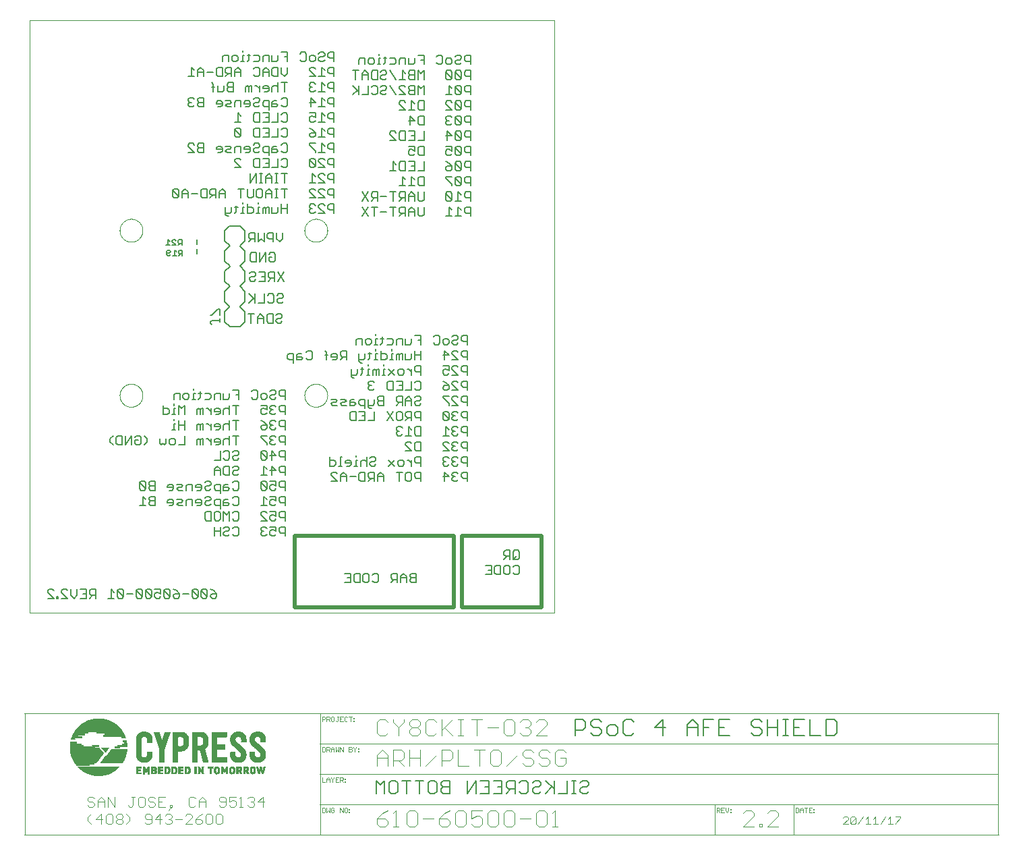
<source format=gbr>
G75*
%MOIN*%
%OFA0B0*%
%FSLAX25Y25*%
%IPPOS*%
%LPD*%
%AMOC8*
5,1,8,0,0,1.08239X$1,22.5*
%
%ADD10C,0.00000*%
%ADD11C,0.00500*%
%ADD12C,0.01969*%
%ADD13C,0.00600*%
%ADD14C,0.00098*%
%ADD15C,0.00200*%
%ADD16C,0.00300*%
%ADD17C,0.00700*%
%ADD18C,0.00787*%
%ADD19R,0.00600X0.03000*%
D10*
X1426731Y0728034D02*
X1426731Y1020634D01*
X1685831Y1020634D01*
X1685831Y0728034D01*
X1426731Y0728034D01*
X1471134Y0835425D02*
X1471136Y0835575D01*
X1471142Y0835725D01*
X1471152Y0835875D01*
X1471166Y0836025D01*
X1471184Y0836174D01*
X1471206Y0836323D01*
X1471231Y0836471D01*
X1471261Y0836618D01*
X1471295Y0836765D01*
X1471332Y0836910D01*
X1471373Y0837055D01*
X1471418Y0837198D01*
X1471467Y0837340D01*
X1471520Y0837481D01*
X1471576Y0837620D01*
X1471636Y0837758D01*
X1471700Y0837894D01*
X1471767Y0838029D01*
X1471838Y0838161D01*
X1471912Y0838292D01*
X1471990Y0838421D01*
X1472071Y0838547D01*
X1472156Y0838671D01*
X1472243Y0838794D01*
X1472334Y0838913D01*
X1472428Y0839030D01*
X1472525Y0839145D01*
X1472625Y0839257D01*
X1472729Y0839367D01*
X1472834Y0839473D01*
X1472943Y0839577D01*
X1473055Y0839678D01*
X1473169Y0839776D01*
X1473285Y0839871D01*
X1473404Y0839962D01*
X1473526Y0840051D01*
X1473650Y0840136D01*
X1473776Y0840218D01*
X1473904Y0840296D01*
X1474034Y0840372D01*
X1474166Y0840443D01*
X1474300Y0840511D01*
X1474436Y0840576D01*
X1474573Y0840637D01*
X1474712Y0840694D01*
X1474852Y0840748D01*
X1474994Y0840798D01*
X1475137Y0840844D01*
X1475281Y0840886D01*
X1475427Y0840924D01*
X1475573Y0840959D01*
X1475720Y0840990D01*
X1475868Y0841016D01*
X1476017Y0841039D01*
X1476166Y0841058D01*
X1476315Y0841073D01*
X1476465Y0841084D01*
X1476615Y0841091D01*
X1476765Y0841094D01*
X1476916Y0841093D01*
X1477066Y0841088D01*
X1477216Y0841079D01*
X1477366Y0841066D01*
X1477515Y0841049D01*
X1477664Y0841028D01*
X1477812Y0841003D01*
X1477960Y0840975D01*
X1478106Y0840942D01*
X1478252Y0840906D01*
X1478397Y0840865D01*
X1478541Y0840821D01*
X1478683Y0840773D01*
X1478824Y0840721D01*
X1478964Y0840666D01*
X1479102Y0840607D01*
X1479238Y0840544D01*
X1479373Y0840478D01*
X1479506Y0840408D01*
X1479637Y0840334D01*
X1479767Y0840258D01*
X1479894Y0840177D01*
X1480019Y0840094D01*
X1480141Y0840007D01*
X1480262Y0839917D01*
X1480379Y0839824D01*
X1480495Y0839727D01*
X1480607Y0839628D01*
X1480718Y0839525D01*
X1480825Y0839420D01*
X1480929Y0839312D01*
X1481031Y0839202D01*
X1481130Y0839088D01*
X1481225Y0838972D01*
X1481318Y0838854D01*
X1481407Y0838733D01*
X1481493Y0838610D01*
X1481576Y0838484D01*
X1481655Y0838357D01*
X1481731Y0838227D01*
X1481804Y0838095D01*
X1481873Y0837962D01*
X1481938Y0837826D01*
X1482000Y0837690D01*
X1482058Y0837551D01*
X1482113Y0837411D01*
X1482164Y0837269D01*
X1482211Y0837127D01*
X1482254Y0836983D01*
X1482293Y0836838D01*
X1482329Y0836692D01*
X1482360Y0836545D01*
X1482388Y0836397D01*
X1482412Y0836249D01*
X1482432Y0836100D01*
X1482448Y0835950D01*
X1482460Y0835800D01*
X1482468Y0835650D01*
X1482472Y0835500D01*
X1482472Y0835350D01*
X1482468Y0835200D01*
X1482460Y0835050D01*
X1482448Y0834900D01*
X1482432Y0834750D01*
X1482412Y0834601D01*
X1482388Y0834453D01*
X1482360Y0834305D01*
X1482329Y0834158D01*
X1482293Y0834012D01*
X1482254Y0833867D01*
X1482211Y0833723D01*
X1482164Y0833581D01*
X1482113Y0833439D01*
X1482058Y0833299D01*
X1482000Y0833160D01*
X1481938Y0833024D01*
X1481873Y0832888D01*
X1481804Y0832755D01*
X1481731Y0832623D01*
X1481655Y0832493D01*
X1481576Y0832366D01*
X1481493Y0832240D01*
X1481407Y0832117D01*
X1481318Y0831996D01*
X1481225Y0831878D01*
X1481130Y0831762D01*
X1481031Y0831648D01*
X1480929Y0831538D01*
X1480825Y0831430D01*
X1480718Y0831325D01*
X1480607Y0831222D01*
X1480495Y0831123D01*
X1480379Y0831026D01*
X1480262Y0830933D01*
X1480141Y0830843D01*
X1480019Y0830756D01*
X1479894Y0830673D01*
X1479767Y0830592D01*
X1479638Y0830516D01*
X1479506Y0830442D01*
X1479373Y0830372D01*
X1479238Y0830306D01*
X1479102Y0830243D01*
X1478964Y0830184D01*
X1478824Y0830129D01*
X1478683Y0830077D01*
X1478541Y0830029D01*
X1478397Y0829985D01*
X1478252Y0829944D01*
X1478106Y0829908D01*
X1477960Y0829875D01*
X1477812Y0829847D01*
X1477664Y0829822D01*
X1477515Y0829801D01*
X1477366Y0829784D01*
X1477216Y0829771D01*
X1477066Y0829762D01*
X1476916Y0829757D01*
X1476765Y0829756D01*
X1476615Y0829759D01*
X1476465Y0829766D01*
X1476315Y0829777D01*
X1476166Y0829792D01*
X1476017Y0829811D01*
X1475868Y0829834D01*
X1475720Y0829860D01*
X1475573Y0829891D01*
X1475427Y0829926D01*
X1475281Y0829964D01*
X1475137Y0830006D01*
X1474994Y0830052D01*
X1474852Y0830102D01*
X1474712Y0830156D01*
X1474573Y0830213D01*
X1474436Y0830274D01*
X1474300Y0830339D01*
X1474166Y0830407D01*
X1474034Y0830478D01*
X1473904Y0830554D01*
X1473776Y0830632D01*
X1473650Y0830714D01*
X1473526Y0830799D01*
X1473404Y0830888D01*
X1473285Y0830979D01*
X1473169Y0831074D01*
X1473055Y0831172D01*
X1472943Y0831273D01*
X1472834Y0831377D01*
X1472729Y0831483D01*
X1472625Y0831593D01*
X1472525Y0831705D01*
X1472428Y0831820D01*
X1472334Y0831937D01*
X1472243Y0832056D01*
X1472156Y0832179D01*
X1472071Y0832303D01*
X1471990Y0832429D01*
X1471912Y0832558D01*
X1471838Y0832689D01*
X1471767Y0832821D01*
X1471700Y0832956D01*
X1471636Y0833092D01*
X1471576Y0833230D01*
X1471520Y0833369D01*
X1471467Y0833510D01*
X1471418Y0833652D01*
X1471373Y0833795D01*
X1471332Y0833940D01*
X1471295Y0834085D01*
X1471261Y0834232D01*
X1471231Y0834379D01*
X1471206Y0834527D01*
X1471184Y0834676D01*
X1471166Y0834825D01*
X1471152Y0834975D01*
X1471142Y0835125D01*
X1471136Y0835275D01*
X1471134Y0835425D01*
X1562473Y0835425D02*
X1562475Y0835575D01*
X1562481Y0835725D01*
X1562491Y0835875D01*
X1562505Y0836025D01*
X1562523Y0836174D01*
X1562545Y0836323D01*
X1562570Y0836471D01*
X1562600Y0836618D01*
X1562634Y0836765D01*
X1562671Y0836910D01*
X1562712Y0837055D01*
X1562757Y0837198D01*
X1562806Y0837340D01*
X1562859Y0837481D01*
X1562915Y0837620D01*
X1562975Y0837758D01*
X1563039Y0837894D01*
X1563106Y0838029D01*
X1563177Y0838161D01*
X1563251Y0838292D01*
X1563329Y0838421D01*
X1563410Y0838547D01*
X1563495Y0838671D01*
X1563582Y0838794D01*
X1563673Y0838913D01*
X1563767Y0839030D01*
X1563864Y0839145D01*
X1563964Y0839257D01*
X1564068Y0839367D01*
X1564173Y0839473D01*
X1564282Y0839577D01*
X1564394Y0839678D01*
X1564508Y0839776D01*
X1564624Y0839871D01*
X1564743Y0839962D01*
X1564865Y0840051D01*
X1564989Y0840136D01*
X1565115Y0840218D01*
X1565243Y0840296D01*
X1565373Y0840372D01*
X1565505Y0840443D01*
X1565639Y0840511D01*
X1565775Y0840576D01*
X1565912Y0840637D01*
X1566051Y0840694D01*
X1566191Y0840748D01*
X1566333Y0840798D01*
X1566476Y0840844D01*
X1566620Y0840886D01*
X1566766Y0840924D01*
X1566912Y0840959D01*
X1567059Y0840990D01*
X1567207Y0841016D01*
X1567356Y0841039D01*
X1567505Y0841058D01*
X1567654Y0841073D01*
X1567804Y0841084D01*
X1567954Y0841091D01*
X1568104Y0841094D01*
X1568255Y0841093D01*
X1568405Y0841088D01*
X1568555Y0841079D01*
X1568705Y0841066D01*
X1568854Y0841049D01*
X1569003Y0841028D01*
X1569151Y0841003D01*
X1569299Y0840975D01*
X1569445Y0840942D01*
X1569591Y0840906D01*
X1569736Y0840865D01*
X1569880Y0840821D01*
X1570022Y0840773D01*
X1570163Y0840721D01*
X1570303Y0840666D01*
X1570441Y0840607D01*
X1570577Y0840544D01*
X1570712Y0840478D01*
X1570845Y0840408D01*
X1570976Y0840334D01*
X1571106Y0840258D01*
X1571233Y0840177D01*
X1571358Y0840094D01*
X1571480Y0840007D01*
X1571601Y0839917D01*
X1571718Y0839824D01*
X1571834Y0839727D01*
X1571946Y0839628D01*
X1572057Y0839525D01*
X1572164Y0839420D01*
X1572268Y0839312D01*
X1572370Y0839202D01*
X1572469Y0839088D01*
X1572564Y0838972D01*
X1572657Y0838854D01*
X1572746Y0838733D01*
X1572832Y0838610D01*
X1572915Y0838484D01*
X1572994Y0838357D01*
X1573070Y0838227D01*
X1573143Y0838095D01*
X1573212Y0837962D01*
X1573277Y0837826D01*
X1573339Y0837690D01*
X1573397Y0837551D01*
X1573452Y0837411D01*
X1573503Y0837269D01*
X1573550Y0837127D01*
X1573593Y0836983D01*
X1573632Y0836838D01*
X1573668Y0836692D01*
X1573699Y0836545D01*
X1573727Y0836397D01*
X1573751Y0836249D01*
X1573771Y0836100D01*
X1573787Y0835950D01*
X1573799Y0835800D01*
X1573807Y0835650D01*
X1573811Y0835500D01*
X1573811Y0835350D01*
X1573807Y0835200D01*
X1573799Y0835050D01*
X1573787Y0834900D01*
X1573771Y0834750D01*
X1573751Y0834601D01*
X1573727Y0834453D01*
X1573699Y0834305D01*
X1573668Y0834158D01*
X1573632Y0834012D01*
X1573593Y0833867D01*
X1573550Y0833723D01*
X1573503Y0833581D01*
X1573452Y0833439D01*
X1573397Y0833299D01*
X1573339Y0833160D01*
X1573277Y0833024D01*
X1573212Y0832888D01*
X1573143Y0832755D01*
X1573070Y0832623D01*
X1572994Y0832493D01*
X1572915Y0832366D01*
X1572832Y0832240D01*
X1572746Y0832117D01*
X1572657Y0831996D01*
X1572564Y0831878D01*
X1572469Y0831762D01*
X1572370Y0831648D01*
X1572268Y0831538D01*
X1572164Y0831430D01*
X1572057Y0831325D01*
X1571946Y0831222D01*
X1571834Y0831123D01*
X1571718Y0831026D01*
X1571601Y0830933D01*
X1571480Y0830843D01*
X1571358Y0830756D01*
X1571233Y0830673D01*
X1571106Y0830592D01*
X1570977Y0830516D01*
X1570845Y0830442D01*
X1570712Y0830372D01*
X1570577Y0830306D01*
X1570441Y0830243D01*
X1570303Y0830184D01*
X1570163Y0830129D01*
X1570022Y0830077D01*
X1569880Y0830029D01*
X1569736Y0829985D01*
X1569591Y0829944D01*
X1569445Y0829908D01*
X1569299Y0829875D01*
X1569151Y0829847D01*
X1569003Y0829822D01*
X1568854Y0829801D01*
X1568705Y0829784D01*
X1568555Y0829771D01*
X1568405Y0829762D01*
X1568255Y0829757D01*
X1568104Y0829756D01*
X1567954Y0829759D01*
X1567804Y0829766D01*
X1567654Y0829777D01*
X1567505Y0829792D01*
X1567356Y0829811D01*
X1567207Y0829834D01*
X1567059Y0829860D01*
X1566912Y0829891D01*
X1566766Y0829926D01*
X1566620Y0829964D01*
X1566476Y0830006D01*
X1566333Y0830052D01*
X1566191Y0830102D01*
X1566051Y0830156D01*
X1565912Y0830213D01*
X1565775Y0830274D01*
X1565639Y0830339D01*
X1565505Y0830407D01*
X1565373Y0830478D01*
X1565243Y0830554D01*
X1565115Y0830632D01*
X1564989Y0830714D01*
X1564865Y0830799D01*
X1564743Y0830888D01*
X1564624Y0830979D01*
X1564508Y0831074D01*
X1564394Y0831172D01*
X1564282Y0831273D01*
X1564173Y0831377D01*
X1564068Y0831483D01*
X1563964Y0831593D01*
X1563864Y0831705D01*
X1563767Y0831820D01*
X1563673Y0831937D01*
X1563582Y0832056D01*
X1563495Y0832179D01*
X1563410Y0832303D01*
X1563329Y0832429D01*
X1563251Y0832558D01*
X1563177Y0832689D01*
X1563106Y0832821D01*
X1563039Y0832956D01*
X1562975Y0833092D01*
X1562915Y0833230D01*
X1562859Y0833369D01*
X1562806Y0833510D01*
X1562757Y0833652D01*
X1562712Y0833795D01*
X1562671Y0833940D01*
X1562634Y0834085D01*
X1562600Y0834232D01*
X1562570Y0834379D01*
X1562545Y0834527D01*
X1562523Y0834676D01*
X1562505Y0834825D01*
X1562491Y0834975D01*
X1562481Y0835125D01*
X1562475Y0835275D01*
X1562473Y0835425D01*
X1562473Y0916921D02*
X1562475Y0917071D01*
X1562481Y0917221D01*
X1562491Y0917371D01*
X1562505Y0917521D01*
X1562523Y0917670D01*
X1562545Y0917819D01*
X1562570Y0917967D01*
X1562600Y0918114D01*
X1562634Y0918261D01*
X1562671Y0918406D01*
X1562712Y0918551D01*
X1562757Y0918694D01*
X1562806Y0918836D01*
X1562859Y0918977D01*
X1562915Y0919116D01*
X1562975Y0919254D01*
X1563039Y0919390D01*
X1563106Y0919525D01*
X1563177Y0919657D01*
X1563251Y0919788D01*
X1563329Y0919917D01*
X1563410Y0920043D01*
X1563495Y0920167D01*
X1563582Y0920290D01*
X1563673Y0920409D01*
X1563767Y0920526D01*
X1563864Y0920641D01*
X1563964Y0920753D01*
X1564068Y0920863D01*
X1564173Y0920969D01*
X1564282Y0921073D01*
X1564394Y0921174D01*
X1564508Y0921272D01*
X1564624Y0921367D01*
X1564743Y0921458D01*
X1564865Y0921547D01*
X1564989Y0921632D01*
X1565115Y0921714D01*
X1565243Y0921792D01*
X1565373Y0921868D01*
X1565505Y0921939D01*
X1565639Y0922007D01*
X1565775Y0922072D01*
X1565912Y0922133D01*
X1566051Y0922190D01*
X1566191Y0922244D01*
X1566333Y0922294D01*
X1566476Y0922340D01*
X1566620Y0922382D01*
X1566766Y0922420D01*
X1566912Y0922455D01*
X1567059Y0922486D01*
X1567207Y0922512D01*
X1567356Y0922535D01*
X1567505Y0922554D01*
X1567654Y0922569D01*
X1567804Y0922580D01*
X1567954Y0922587D01*
X1568104Y0922590D01*
X1568255Y0922589D01*
X1568405Y0922584D01*
X1568555Y0922575D01*
X1568705Y0922562D01*
X1568854Y0922545D01*
X1569003Y0922524D01*
X1569151Y0922499D01*
X1569299Y0922471D01*
X1569445Y0922438D01*
X1569591Y0922402D01*
X1569736Y0922361D01*
X1569880Y0922317D01*
X1570022Y0922269D01*
X1570163Y0922217D01*
X1570303Y0922162D01*
X1570441Y0922103D01*
X1570577Y0922040D01*
X1570712Y0921974D01*
X1570845Y0921904D01*
X1570976Y0921830D01*
X1571106Y0921754D01*
X1571233Y0921673D01*
X1571358Y0921590D01*
X1571480Y0921503D01*
X1571601Y0921413D01*
X1571718Y0921320D01*
X1571834Y0921223D01*
X1571946Y0921124D01*
X1572057Y0921021D01*
X1572164Y0920916D01*
X1572268Y0920808D01*
X1572370Y0920698D01*
X1572469Y0920584D01*
X1572564Y0920468D01*
X1572657Y0920350D01*
X1572746Y0920229D01*
X1572832Y0920106D01*
X1572915Y0919980D01*
X1572994Y0919853D01*
X1573070Y0919723D01*
X1573143Y0919591D01*
X1573212Y0919458D01*
X1573277Y0919322D01*
X1573339Y0919186D01*
X1573397Y0919047D01*
X1573452Y0918907D01*
X1573503Y0918765D01*
X1573550Y0918623D01*
X1573593Y0918479D01*
X1573632Y0918334D01*
X1573668Y0918188D01*
X1573699Y0918041D01*
X1573727Y0917893D01*
X1573751Y0917745D01*
X1573771Y0917596D01*
X1573787Y0917446D01*
X1573799Y0917296D01*
X1573807Y0917146D01*
X1573811Y0916996D01*
X1573811Y0916846D01*
X1573807Y0916696D01*
X1573799Y0916546D01*
X1573787Y0916396D01*
X1573771Y0916246D01*
X1573751Y0916097D01*
X1573727Y0915949D01*
X1573699Y0915801D01*
X1573668Y0915654D01*
X1573632Y0915508D01*
X1573593Y0915363D01*
X1573550Y0915219D01*
X1573503Y0915077D01*
X1573452Y0914935D01*
X1573397Y0914795D01*
X1573339Y0914656D01*
X1573277Y0914520D01*
X1573212Y0914384D01*
X1573143Y0914251D01*
X1573070Y0914119D01*
X1572994Y0913989D01*
X1572915Y0913862D01*
X1572832Y0913736D01*
X1572746Y0913613D01*
X1572657Y0913492D01*
X1572564Y0913374D01*
X1572469Y0913258D01*
X1572370Y0913144D01*
X1572268Y0913034D01*
X1572164Y0912926D01*
X1572057Y0912821D01*
X1571946Y0912718D01*
X1571834Y0912619D01*
X1571718Y0912522D01*
X1571601Y0912429D01*
X1571480Y0912339D01*
X1571358Y0912252D01*
X1571233Y0912169D01*
X1571106Y0912088D01*
X1570977Y0912012D01*
X1570845Y0911938D01*
X1570712Y0911868D01*
X1570577Y0911802D01*
X1570441Y0911739D01*
X1570303Y0911680D01*
X1570163Y0911625D01*
X1570022Y0911573D01*
X1569880Y0911525D01*
X1569736Y0911481D01*
X1569591Y0911440D01*
X1569445Y0911404D01*
X1569299Y0911371D01*
X1569151Y0911343D01*
X1569003Y0911318D01*
X1568854Y0911297D01*
X1568705Y0911280D01*
X1568555Y0911267D01*
X1568405Y0911258D01*
X1568255Y0911253D01*
X1568104Y0911252D01*
X1567954Y0911255D01*
X1567804Y0911262D01*
X1567654Y0911273D01*
X1567505Y0911288D01*
X1567356Y0911307D01*
X1567207Y0911330D01*
X1567059Y0911356D01*
X1566912Y0911387D01*
X1566766Y0911422D01*
X1566620Y0911460D01*
X1566476Y0911502D01*
X1566333Y0911548D01*
X1566191Y0911598D01*
X1566051Y0911652D01*
X1565912Y0911709D01*
X1565775Y0911770D01*
X1565639Y0911835D01*
X1565505Y0911903D01*
X1565373Y0911974D01*
X1565243Y0912050D01*
X1565115Y0912128D01*
X1564989Y0912210D01*
X1564865Y0912295D01*
X1564743Y0912384D01*
X1564624Y0912475D01*
X1564508Y0912570D01*
X1564394Y0912668D01*
X1564282Y0912769D01*
X1564173Y0912873D01*
X1564068Y0912979D01*
X1563964Y0913089D01*
X1563864Y0913201D01*
X1563767Y0913316D01*
X1563673Y0913433D01*
X1563582Y0913552D01*
X1563495Y0913675D01*
X1563410Y0913799D01*
X1563329Y0913925D01*
X1563251Y0914054D01*
X1563177Y0914185D01*
X1563106Y0914317D01*
X1563039Y0914452D01*
X1562975Y0914588D01*
X1562915Y0914726D01*
X1562859Y0914865D01*
X1562806Y0915006D01*
X1562757Y0915148D01*
X1562712Y0915291D01*
X1562671Y0915436D01*
X1562634Y0915581D01*
X1562600Y0915728D01*
X1562570Y0915875D01*
X1562545Y0916023D01*
X1562523Y0916172D01*
X1562505Y0916321D01*
X1562491Y0916471D01*
X1562481Y0916621D01*
X1562475Y0916771D01*
X1562473Y0916921D01*
X1471134Y0916921D02*
X1471136Y0917071D01*
X1471142Y0917221D01*
X1471152Y0917371D01*
X1471166Y0917521D01*
X1471184Y0917670D01*
X1471206Y0917819D01*
X1471231Y0917967D01*
X1471261Y0918114D01*
X1471295Y0918261D01*
X1471332Y0918406D01*
X1471373Y0918551D01*
X1471418Y0918694D01*
X1471467Y0918836D01*
X1471520Y0918977D01*
X1471576Y0919116D01*
X1471636Y0919254D01*
X1471700Y0919390D01*
X1471767Y0919525D01*
X1471838Y0919657D01*
X1471912Y0919788D01*
X1471990Y0919917D01*
X1472071Y0920043D01*
X1472156Y0920167D01*
X1472243Y0920290D01*
X1472334Y0920409D01*
X1472428Y0920526D01*
X1472525Y0920641D01*
X1472625Y0920753D01*
X1472729Y0920863D01*
X1472834Y0920969D01*
X1472943Y0921073D01*
X1473055Y0921174D01*
X1473169Y0921272D01*
X1473285Y0921367D01*
X1473404Y0921458D01*
X1473526Y0921547D01*
X1473650Y0921632D01*
X1473776Y0921714D01*
X1473904Y0921792D01*
X1474034Y0921868D01*
X1474166Y0921939D01*
X1474300Y0922007D01*
X1474436Y0922072D01*
X1474573Y0922133D01*
X1474712Y0922190D01*
X1474852Y0922244D01*
X1474994Y0922294D01*
X1475137Y0922340D01*
X1475281Y0922382D01*
X1475427Y0922420D01*
X1475573Y0922455D01*
X1475720Y0922486D01*
X1475868Y0922512D01*
X1476017Y0922535D01*
X1476166Y0922554D01*
X1476315Y0922569D01*
X1476465Y0922580D01*
X1476615Y0922587D01*
X1476765Y0922590D01*
X1476916Y0922589D01*
X1477066Y0922584D01*
X1477216Y0922575D01*
X1477366Y0922562D01*
X1477515Y0922545D01*
X1477664Y0922524D01*
X1477812Y0922499D01*
X1477960Y0922471D01*
X1478106Y0922438D01*
X1478252Y0922402D01*
X1478397Y0922361D01*
X1478541Y0922317D01*
X1478683Y0922269D01*
X1478824Y0922217D01*
X1478964Y0922162D01*
X1479102Y0922103D01*
X1479238Y0922040D01*
X1479373Y0921974D01*
X1479506Y0921904D01*
X1479637Y0921830D01*
X1479767Y0921754D01*
X1479894Y0921673D01*
X1480019Y0921590D01*
X1480141Y0921503D01*
X1480262Y0921413D01*
X1480379Y0921320D01*
X1480495Y0921223D01*
X1480607Y0921124D01*
X1480718Y0921021D01*
X1480825Y0920916D01*
X1480929Y0920808D01*
X1481031Y0920698D01*
X1481130Y0920584D01*
X1481225Y0920468D01*
X1481318Y0920350D01*
X1481407Y0920229D01*
X1481493Y0920106D01*
X1481576Y0919980D01*
X1481655Y0919853D01*
X1481731Y0919723D01*
X1481804Y0919591D01*
X1481873Y0919458D01*
X1481938Y0919322D01*
X1482000Y0919186D01*
X1482058Y0919047D01*
X1482113Y0918907D01*
X1482164Y0918765D01*
X1482211Y0918623D01*
X1482254Y0918479D01*
X1482293Y0918334D01*
X1482329Y0918188D01*
X1482360Y0918041D01*
X1482388Y0917893D01*
X1482412Y0917745D01*
X1482432Y0917596D01*
X1482448Y0917446D01*
X1482460Y0917296D01*
X1482468Y0917146D01*
X1482472Y0916996D01*
X1482472Y0916846D01*
X1482468Y0916696D01*
X1482460Y0916546D01*
X1482448Y0916396D01*
X1482432Y0916246D01*
X1482412Y0916097D01*
X1482388Y0915949D01*
X1482360Y0915801D01*
X1482329Y0915654D01*
X1482293Y0915508D01*
X1482254Y0915363D01*
X1482211Y0915219D01*
X1482164Y0915077D01*
X1482113Y0914935D01*
X1482058Y0914795D01*
X1482000Y0914656D01*
X1481938Y0914520D01*
X1481873Y0914384D01*
X1481804Y0914251D01*
X1481731Y0914119D01*
X1481655Y0913989D01*
X1481576Y0913862D01*
X1481493Y0913736D01*
X1481407Y0913613D01*
X1481318Y0913492D01*
X1481225Y0913374D01*
X1481130Y0913258D01*
X1481031Y0913144D01*
X1480929Y0913034D01*
X1480825Y0912926D01*
X1480718Y0912821D01*
X1480607Y0912718D01*
X1480495Y0912619D01*
X1480379Y0912522D01*
X1480262Y0912429D01*
X1480141Y0912339D01*
X1480019Y0912252D01*
X1479894Y0912169D01*
X1479767Y0912088D01*
X1479638Y0912012D01*
X1479506Y0911938D01*
X1479373Y0911868D01*
X1479238Y0911802D01*
X1479102Y0911739D01*
X1478964Y0911680D01*
X1478824Y0911625D01*
X1478683Y0911573D01*
X1478541Y0911525D01*
X1478397Y0911481D01*
X1478252Y0911440D01*
X1478106Y0911404D01*
X1477960Y0911371D01*
X1477812Y0911343D01*
X1477664Y0911318D01*
X1477515Y0911297D01*
X1477366Y0911280D01*
X1477216Y0911267D01*
X1477066Y0911258D01*
X1476916Y0911253D01*
X1476765Y0911252D01*
X1476615Y0911255D01*
X1476465Y0911262D01*
X1476315Y0911273D01*
X1476166Y0911288D01*
X1476017Y0911307D01*
X1475868Y0911330D01*
X1475720Y0911356D01*
X1475573Y0911387D01*
X1475427Y0911422D01*
X1475281Y0911460D01*
X1475137Y0911502D01*
X1474994Y0911548D01*
X1474852Y0911598D01*
X1474712Y0911652D01*
X1474573Y0911709D01*
X1474436Y0911770D01*
X1474300Y0911835D01*
X1474166Y0911903D01*
X1474034Y0911974D01*
X1473904Y0912050D01*
X1473776Y0912128D01*
X1473650Y0912210D01*
X1473526Y0912295D01*
X1473404Y0912384D01*
X1473285Y0912475D01*
X1473169Y0912570D01*
X1473055Y0912668D01*
X1472943Y0912769D01*
X1472834Y0912873D01*
X1472729Y0912979D01*
X1472625Y0913089D01*
X1472525Y0913201D01*
X1472428Y0913316D01*
X1472334Y0913433D01*
X1472243Y0913552D01*
X1472156Y0913675D01*
X1472071Y0913799D01*
X1471990Y0913925D01*
X1471912Y0914054D01*
X1471838Y0914185D01*
X1471767Y0914317D01*
X1471700Y0914452D01*
X1471636Y0914588D01*
X1471576Y0914726D01*
X1471520Y0914865D01*
X1471467Y0915006D01*
X1471418Y0915148D01*
X1471373Y0915291D01*
X1471332Y0915436D01*
X1471295Y0915581D01*
X1471261Y0915728D01*
X1471231Y0915875D01*
X1471206Y0916023D01*
X1471184Y0916172D01*
X1471166Y0916321D01*
X1471152Y0916471D01*
X1471142Y0916621D01*
X1471136Y0916771D01*
X1471134Y0916921D01*
D11*
X1494126Y0909584D02*
X1495927Y0909584D01*
X1495027Y0909584D02*
X1495027Y0912286D01*
X1495927Y0911385D01*
X1497072Y0911385D02*
X1497072Y0911836D01*
X1497523Y0912286D01*
X1498424Y0912286D01*
X1498874Y0911836D01*
X1500019Y0911836D02*
X1500019Y0910935D01*
X1500469Y0910484D01*
X1501820Y0910484D01*
X1500920Y0910484D02*
X1500019Y0909584D01*
X1498874Y0909584D02*
X1497072Y0911385D01*
X1497072Y0909584D02*
X1498874Y0909584D01*
X1498273Y0907186D02*
X1498273Y0904484D01*
X1499174Y0904484D02*
X1497372Y0904484D01*
X1496227Y0904934D02*
X1495777Y0904484D01*
X1494876Y0904484D01*
X1494426Y0904934D01*
X1494426Y0906736D01*
X1494876Y0907186D01*
X1495777Y0907186D01*
X1496227Y0906736D01*
X1496227Y0906285D01*
X1495777Y0905835D01*
X1494426Y0905835D01*
X1498273Y0907186D02*
X1499174Y0906285D01*
X1500319Y0905835D02*
X1500769Y0905384D01*
X1502120Y0905384D01*
X1501220Y0905384D02*
X1500319Y0904484D01*
X1500319Y0905835D02*
X1500319Y0906736D01*
X1500769Y0907186D01*
X1502120Y0907186D01*
X1502120Y0904484D01*
X1501820Y0909584D02*
X1501820Y0912286D01*
X1500469Y0912286D01*
X1500019Y0911836D01*
X1499598Y0932964D02*
X1500349Y0933714D01*
X1497346Y0936717D01*
X1497346Y0933714D01*
X1498097Y0932964D01*
X1499598Y0932964D01*
X1500349Y0933714D02*
X1500349Y0936717D01*
X1499598Y0937468D01*
X1498097Y0937468D01*
X1497346Y0936717D01*
X1501950Y0935966D02*
X1501950Y0932964D01*
X1501950Y0935216D02*
X1504953Y0935216D01*
X1504953Y0935966D02*
X1503451Y0937468D01*
X1501950Y0935966D01*
X1504953Y0935966D02*
X1504953Y0932964D01*
X1506554Y0935216D02*
X1509557Y0935216D01*
X1511158Y0936717D02*
X1511909Y0937468D01*
X1514161Y0937468D01*
X1514161Y0932964D01*
X1511909Y0932964D01*
X1511158Y0933714D01*
X1511158Y0936717D01*
X1515762Y0936717D02*
X1515762Y0935216D01*
X1516513Y0934465D01*
X1518765Y0934465D01*
X1518765Y0932964D02*
X1518765Y0937468D01*
X1516513Y0937468D01*
X1515762Y0936717D01*
X1517263Y0934465D02*
X1515762Y0932964D01*
X1520366Y0932964D02*
X1520366Y0935966D01*
X1521867Y0937468D01*
X1523368Y0935966D01*
X1523368Y0932964D01*
X1523368Y0935216D02*
X1520366Y0935216D01*
X1523435Y0928466D02*
X1523435Y0924713D01*
X1524186Y0923962D01*
X1524936Y0923962D01*
X1525687Y0925464D02*
X1523435Y0925464D01*
X1525687Y0925464D02*
X1526438Y0926214D01*
X1526438Y0928466D01*
X1528006Y0928466D02*
X1529507Y0928466D01*
X1528756Y0929217D02*
X1528756Y0926214D01*
X1528006Y0925464D01*
X1531075Y0925464D02*
X1532576Y0925464D01*
X1531826Y0925464D02*
X1531826Y0928466D01*
X1532576Y0928466D01*
X1534178Y0928466D02*
X1536430Y0928466D01*
X1537180Y0927716D01*
X1537180Y0926214D01*
X1536430Y0925464D01*
X1534178Y0925464D01*
X1534178Y0929968D01*
X1531826Y0929968D02*
X1531826Y0930718D01*
X1531075Y0932964D02*
X1531075Y0937468D01*
X1532576Y0937468D02*
X1529574Y0937468D01*
X1534178Y0937468D02*
X1534178Y0933714D01*
X1534928Y0932964D01*
X1536430Y0932964D01*
X1537180Y0933714D01*
X1537180Y0937468D01*
X1538782Y0936717D02*
X1539532Y0937468D01*
X1541034Y0937468D01*
X1541784Y0936717D01*
X1541784Y0933714D01*
X1541034Y0932964D01*
X1539532Y0932964D01*
X1538782Y0933714D01*
X1538782Y0936717D01*
X1538715Y0940464D02*
X1538715Y0944968D01*
X1535712Y0940464D01*
X1535712Y0944968D01*
X1537998Y0947964D02*
X1537247Y0948714D01*
X1537247Y0951717D01*
X1537998Y0952468D01*
X1540250Y0952468D01*
X1540250Y0947964D01*
X1537998Y0947964D01*
X1540283Y0944968D02*
X1541784Y0944968D01*
X1541034Y0944968D02*
X1541034Y0940464D01*
X1541784Y0940464D02*
X1540283Y0940464D01*
X1543386Y0940464D02*
X1543386Y0943466D01*
X1544887Y0944968D01*
X1546388Y0943466D01*
X1546388Y0940464D01*
X1547956Y0940464D02*
X1549457Y0940464D01*
X1548707Y0940464D02*
X1548707Y0944968D01*
X1549457Y0944968D02*
X1547956Y0944968D01*
X1546388Y0942716D02*
X1543386Y0942716D01*
X1544853Y0947964D02*
X1541851Y0947964D01*
X1543352Y0950216D02*
X1544853Y0950216D01*
X1544853Y0952468D02*
X1544853Y0947964D01*
X1546455Y0947964D02*
X1549457Y0947964D01*
X1549457Y0952468D01*
X1551059Y0951717D02*
X1551809Y0952468D01*
X1553311Y0952468D01*
X1554061Y0951717D01*
X1554061Y0948714D01*
X1553311Y0947964D01*
X1551809Y0947964D01*
X1551059Y0948714D01*
X1551059Y0944968D02*
X1554061Y0944968D01*
X1552560Y0944968D02*
X1552560Y0940464D01*
X1552560Y0937468D02*
X1552560Y0932964D01*
X1549457Y0932964D02*
X1547956Y0932964D01*
X1548707Y0932964D02*
X1548707Y0937468D01*
X1549457Y0937468D02*
X1547956Y0937468D01*
X1546388Y0935966D02*
X1544887Y0937468D01*
X1543386Y0935966D01*
X1543386Y0932964D01*
X1543386Y0935216D02*
X1546388Y0935216D01*
X1546388Y0935966D02*
X1546388Y0932964D01*
X1546455Y0928466D02*
X1546455Y0925464D01*
X1548707Y0925464D01*
X1549457Y0926214D01*
X1549457Y0928466D01*
X1551059Y0927716D02*
X1554061Y0927716D01*
X1554061Y0925464D02*
X1554061Y0929968D01*
X1551059Y0929968D02*
X1551059Y0925464D01*
X1544853Y0925464D02*
X1544853Y0928466D01*
X1544103Y0928466D01*
X1543352Y0927716D01*
X1542602Y0928466D01*
X1541851Y0927716D01*
X1541851Y0925464D01*
X1543352Y0925464D02*
X1543352Y0927716D01*
X1540250Y0928466D02*
X1539499Y0928466D01*
X1539499Y0925464D01*
X1540250Y0925464D02*
X1538748Y0925464D01*
X1539499Y0929968D02*
X1539499Y0930718D01*
X1551059Y0937468D02*
X1554061Y0937468D01*
X1564870Y0936717D02*
X1565621Y0937468D01*
X1567122Y0937468D01*
X1567873Y0936717D01*
X1569474Y0936717D02*
X1570225Y0937468D01*
X1571726Y0937468D01*
X1572477Y0936717D01*
X1574078Y0936717D02*
X1574078Y0935216D01*
X1574829Y0934465D01*
X1577081Y0934465D01*
X1577081Y0932964D02*
X1577081Y0937468D01*
X1574829Y0937468D01*
X1574078Y0936717D01*
X1572477Y0940464D02*
X1569474Y0943466D01*
X1569474Y0944217D01*
X1570225Y0944968D01*
X1571726Y0944968D01*
X1572477Y0944217D01*
X1574078Y0944217D02*
X1574078Y0942716D01*
X1574829Y0941965D01*
X1577081Y0941965D01*
X1577081Y0940464D02*
X1577081Y0944968D01*
X1574829Y0944968D01*
X1574078Y0944217D01*
X1572477Y0947964D02*
X1569474Y0950966D01*
X1569474Y0951717D01*
X1570225Y0952468D01*
X1571726Y0952468D01*
X1572477Y0951717D01*
X1574078Y0951717D02*
X1574078Y0950216D01*
X1574829Y0949465D01*
X1577081Y0949465D01*
X1577081Y0947964D02*
X1577081Y0952468D01*
X1574829Y0952468D01*
X1574078Y0951717D01*
X1572477Y0955464D02*
X1569474Y0955464D01*
X1570976Y0955464D02*
X1570976Y0959968D01*
X1572477Y0958466D01*
X1574078Y0957716D02*
X1574829Y0956965D01*
X1577081Y0956965D01*
X1577081Y0955464D02*
X1577081Y0959968D01*
X1574829Y0959968D01*
X1574078Y0959217D01*
X1574078Y0957716D01*
X1572477Y0962964D02*
X1569474Y0962964D01*
X1570976Y0962964D02*
X1570976Y0967468D01*
X1572477Y0965966D01*
X1574078Y0965216D02*
X1574829Y0964465D01*
X1577081Y0964465D01*
X1577081Y0962964D02*
X1577081Y0967468D01*
X1574829Y0967468D01*
X1574078Y0966717D01*
X1574078Y0965216D01*
X1572477Y0970464D02*
X1569474Y0970464D01*
X1570976Y0970464D02*
X1570976Y0974968D01*
X1572477Y0973466D01*
X1574078Y0972716D02*
X1574829Y0971965D01*
X1577081Y0971965D01*
X1577081Y0970464D02*
X1577081Y0974968D01*
X1574829Y0974968D01*
X1574078Y0974217D01*
X1574078Y0972716D01*
X1572477Y0977964D02*
X1569474Y0977964D01*
X1570976Y0977964D02*
X1570976Y0982468D01*
X1572477Y0980966D01*
X1574078Y0980216D02*
X1574829Y0979465D01*
X1577081Y0979465D01*
X1577081Y0977964D02*
X1577081Y0982468D01*
X1574829Y0982468D01*
X1574078Y0981717D01*
X1574078Y0980216D01*
X1572477Y0985464D02*
X1569474Y0985464D01*
X1570976Y0985464D02*
X1570976Y0989968D01*
X1572477Y0988466D01*
X1574078Y0987716D02*
X1574829Y0986965D01*
X1577081Y0986965D01*
X1577081Y0985464D02*
X1577081Y0989968D01*
X1574829Y0989968D01*
X1574078Y0989217D01*
X1574078Y0987716D01*
X1572477Y0992964D02*
X1569474Y0992964D01*
X1570976Y0992964D02*
X1570976Y0997468D01*
X1572477Y0995966D01*
X1574078Y0995216D02*
X1574829Y0994465D01*
X1577081Y0994465D01*
X1577081Y0992964D02*
X1577081Y0997468D01*
X1574829Y0997468D01*
X1574078Y0996717D01*
X1574078Y0995216D01*
X1571726Y1000464D02*
X1572477Y1001214D01*
X1571726Y1000464D02*
X1570225Y1000464D01*
X1569474Y1001214D01*
X1569474Y1001965D01*
X1570225Y1002716D01*
X1571726Y1002716D01*
X1572477Y1003466D01*
X1572477Y1004217D01*
X1571726Y1004968D01*
X1570225Y1004968D01*
X1569474Y1004217D01*
X1567873Y1002716D02*
X1567873Y1001214D01*
X1567122Y1000464D01*
X1565621Y1000464D01*
X1564870Y1001214D01*
X1564870Y1002716D01*
X1565621Y1003466D01*
X1567122Y1003466D01*
X1567873Y1002716D01*
X1563269Y1004217D02*
X1563269Y1001214D01*
X1562518Y1000464D01*
X1561017Y1000464D01*
X1560267Y1001214D01*
X1560267Y1004217D02*
X1561017Y1004968D01*
X1562518Y1004968D01*
X1563269Y1004217D01*
X1565621Y0997468D02*
X1564870Y0996717D01*
X1564870Y0995966D01*
X1567873Y0992964D01*
X1564870Y0992964D01*
X1565621Y0989968D02*
X1564870Y0989217D01*
X1564870Y0988466D01*
X1565621Y0987716D01*
X1564870Y0986965D01*
X1564870Y0986214D01*
X1565621Y0985464D01*
X1567122Y0985464D01*
X1567873Y0986214D01*
X1566372Y0987716D02*
X1565621Y0987716D01*
X1565621Y0989968D02*
X1567122Y0989968D01*
X1567873Y0989217D01*
X1565621Y0982468D02*
X1567873Y0980216D01*
X1564870Y0980216D01*
X1565621Y0977964D02*
X1565621Y0982468D01*
X1564870Y0974968D02*
X1567873Y0974968D01*
X1567873Y0972716D01*
X1566372Y0973466D01*
X1565621Y0973466D01*
X1564870Y0972716D01*
X1564870Y0971214D01*
X1565621Y0970464D01*
X1567122Y0970464D01*
X1567873Y0971214D01*
X1566372Y0966717D02*
X1567873Y0965216D01*
X1565621Y0965216D01*
X1564870Y0964465D01*
X1564870Y0963714D01*
X1565621Y0962964D01*
X1567122Y0962964D01*
X1567873Y0963714D01*
X1567873Y0965216D01*
X1566372Y0966717D02*
X1564870Y0967468D01*
X1564870Y0959968D02*
X1564870Y0959217D01*
X1567873Y0956214D01*
X1567873Y0955464D01*
X1567122Y0952468D02*
X1565621Y0952468D01*
X1564870Y0951717D01*
X1567873Y0948714D01*
X1567122Y0947964D01*
X1565621Y0947964D01*
X1564870Y0948714D01*
X1564870Y0951717D01*
X1567122Y0952468D02*
X1567873Y0951717D01*
X1567873Y0948714D01*
X1569474Y0947964D02*
X1572477Y0947964D01*
X1567873Y0943466D02*
X1566372Y0944968D01*
X1566372Y0940464D01*
X1567873Y0940464D02*
X1564870Y0940464D01*
X1564870Y0936717D02*
X1564870Y0935966D01*
X1567873Y0932964D01*
X1564870Y0932964D01*
X1565621Y0929968D02*
X1564870Y0929217D01*
X1564870Y0928466D01*
X1565621Y0927716D01*
X1564870Y0926965D01*
X1564870Y0926214D01*
X1565621Y0925464D01*
X1567122Y0925464D01*
X1567873Y0926214D01*
X1569474Y0925464D02*
X1572477Y0925464D01*
X1569474Y0928466D01*
X1569474Y0929217D01*
X1570225Y0929968D01*
X1571726Y0929968D01*
X1572477Y0929217D01*
X1574078Y0929217D02*
X1574078Y0927716D01*
X1574829Y0926965D01*
X1577081Y0926965D01*
X1577081Y0925464D02*
X1577081Y0929968D01*
X1574829Y0929968D01*
X1574078Y0929217D01*
X1572477Y0932964D02*
X1569474Y0935966D01*
X1569474Y0936717D01*
X1569474Y0940464D02*
X1572477Y0940464D01*
X1572477Y0932964D02*
X1569474Y0932964D01*
X1567122Y0929968D02*
X1565621Y0929968D01*
X1567122Y0929968D02*
X1567873Y0929217D01*
X1566372Y0927716D02*
X1565621Y0927716D01*
X1551691Y0915808D02*
X1551691Y0912805D01*
X1550190Y0911304D01*
X1548688Y0912805D01*
X1548688Y0915808D01*
X1547087Y0915808D02*
X1544835Y0915808D01*
X1544084Y0915057D01*
X1544084Y0913556D01*
X1544835Y0912805D01*
X1547087Y0912805D01*
X1547087Y0911304D02*
X1547087Y0915808D01*
X1542483Y0915808D02*
X1542483Y0911304D01*
X1540982Y0912805D01*
X1539480Y0911304D01*
X1539480Y0915808D01*
X1537879Y0915808D02*
X1535627Y0915808D01*
X1534877Y0915057D01*
X1534877Y0913556D01*
X1535627Y0912805D01*
X1537879Y0912805D01*
X1536378Y0912805D02*
X1534877Y0911304D01*
X1537879Y0911304D02*
X1537879Y0915808D01*
X1538723Y0905968D02*
X1536471Y0905968D01*
X1535721Y0905217D01*
X1535721Y0902214D01*
X1536471Y0901464D01*
X1538723Y0901464D01*
X1538723Y0905968D01*
X1540324Y0905968D02*
X1540324Y0901464D01*
X1543327Y0905968D01*
X1543327Y0901464D01*
X1544928Y0902214D02*
X1544928Y0903716D01*
X1546430Y0903716D01*
X1547931Y0905217D02*
X1547931Y0902214D01*
X1547180Y0901464D01*
X1545679Y0901464D01*
X1544928Y0902214D01*
X1544928Y0905217D02*
X1545679Y0905968D01*
X1547180Y0905968D01*
X1547931Y0905217D01*
X1547557Y0896358D02*
X1545305Y0896358D01*
X1544554Y0895607D01*
X1544554Y0894106D01*
X1545305Y0893355D01*
X1547557Y0893355D01*
X1546056Y0893355D02*
X1544554Y0891854D01*
X1542953Y0891854D02*
X1539951Y0891854D01*
X1538349Y0892604D02*
X1537598Y0891854D01*
X1536097Y0891854D01*
X1535347Y0892604D01*
X1535347Y0893355D01*
X1536097Y0894106D01*
X1537598Y0894106D01*
X1538349Y0894856D01*
X1538349Y0895607D01*
X1537598Y0896358D01*
X1536097Y0896358D01*
X1535347Y0895607D01*
X1539951Y0896358D02*
X1542953Y0896358D01*
X1542953Y0891854D01*
X1542953Y0894106D02*
X1541452Y0894106D01*
X1547557Y0891854D02*
X1547557Y0896358D01*
X1549158Y0896358D02*
X1552161Y0891854D01*
X1549158Y0891854D02*
X1552161Y0896358D01*
X1551170Y0885578D02*
X1551921Y0884827D01*
X1551921Y0884076D01*
X1551170Y0883326D01*
X1549669Y0883326D01*
X1548918Y0882575D01*
X1548918Y0881824D01*
X1549669Y0881074D01*
X1551170Y0881074D01*
X1551921Y0881824D01*
X1551170Y0885578D02*
X1549669Y0885578D01*
X1548918Y0884827D01*
X1547317Y0884827D02*
X1547317Y0881824D01*
X1546566Y0881074D01*
X1545065Y0881074D01*
X1544314Y0881824D01*
X1542713Y0881074D02*
X1539711Y0881074D01*
X1538109Y0881074D02*
X1538109Y0885578D01*
X1537359Y0883326D02*
X1535107Y0881074D01*
X1538109Y0882575D02*
X1535107Y0885578D01*
X1542713Y0885578D02*
X1542713Y0881074D01*
X1544314Y0884827D02*
X1545065Y0885578D01*
X1546566Y0885578D01*
X1547317Y0884827D01*
X1546837Y0875738D02*
X1544585Y0875738D01*
X1543834Y0874987D01*
X1543834Y0871984D01*
X1544585Y0871234D01*
X1546837Y0871234D01*
X1546837Y0875738D01*
X1548438Y0874987D02*
X1549189Y0875738D01*
X1550690Y0875738D01*
X1551441Y0874987D01*
X1551441Y0874236D01*
X1550690Y0873486D01*
X1549189Y0873486D01*
X1548438Y0872735D01*
X1548438Y0871984D01*
X1549189Y0871234D01*
X1550690Y0871234D01*
X1551441Y0871984D01*
X1542233Y0871234D02*
X1542233Y0874236D01*
X1540732Y0875738D01*
X1539231Y0874236D01*
X1539231Y0871234D01*
X1539231Y0873486D02*
X1542233Y0873486D01*
X1537629Y0875738D02*
X1534627Y0875738D01*
X1536128Y0875738D02*
X1536128Y0871234D01*
X1520515Y0871818D02*
X1520515Y0873319D01*
X1520515Y0872568D02*
X1516761Y0872568D01*
X1516011Y0871818D01*
X1516011Y0871067D01*
X1516761Y0870316D01*
X1516761Y0874920D02*
X1516011Y0874920D01*
X1516761Y0874920D02*
X1519764Y0877923D01*
X1520515Y0877923D01*
X1520515Y0874920D01*
X1554118Y0855296D02*
X1554118Y0853794D01*
X1554869Y0853044D01*
X1557121Y0853044D01*
X1557121Y0851542D02*
X1557121Y0856046D01*
X1554869Y0856046D01*
X1554118Y0855296D01*
X1558722Y0855296D02*
X1558722Y0853044D01*
X1560974Y0853044D01*
X1561725Y0853794D01*
X1560974Y0854545D01*
X1558722Y0854545D01*
X1558722Y0855296D02*
X1559473Y0856046D01*
X1560974Y0856046D01*
X1563326Y0856797D02*
X1564077Y0857548D01*
X1565578Y0857548D01*
X1566329Y0856797D01*
X1566329Y0853794D01*
X1565578Y0853044D01*
X1564077Y0853044D01*
X1563326Y0853794D01*
X1572501Y0855296D02*
X1574002Y0855296D01*
X1575603Y0855296D02*
X1575603Y0854545D01*
X1578606Y0854545D01*
X1578606Y0855296D02*
X1577855Y0856046D01*
X1576354Y0856046D01*
X1575603Y0855296D01*
X1576354Y0853044D02*
X1577855Y0853044D01*
X1578606Y0853794D01*
X1578606Y0855296D01*
X1580207Y0855296D02*
X1580958Y0854545D01*
X1583210Y0854545D01*
X1583210Y0853044D02*
X1583210Y0857548D01*
X1580958Y0857548D01*
X1580207Y0856797D01*
X1580207Y0855296D01*
X1581709Y0854545D02*
X1580207Y0853044D01*
X1573251Y0853044D02*
X1573251Y0856797D01*
X1572501Y0857548D01*
X1587881Y0860544D02*
X1587881Y0862796D01*
X1588631Y0863546D01*
X1590883Y0863546D01*
X1590883Y0860544D01*
X1592484Y0861294D02*
X1592484Y0862796D01*
X1593235Y0863546D01*
X1594736Y0863546D01*
X1595487Y0862796D01*
X1595487Y0861294D01*
X1594736Y0860544D01*
X1593235Y0860544D01*
X1592484Y0861294D01*
X1597055Y0860544D02*
X1598556Y0860544D01*
X1597806Y0860544D02*
X1597806Y0863546D01*
X1598556Y0863546D01*
X1600124Y0863546D02*
X1601626Y0863546D01*
X1600875Y0864297D02*
X1600875Y0861294D01*
X1600124Y0860544D01*
X1600158Y0857548D02*
X1600158Y0853044D01*
X1602410Y0853044D01*
X1603160Y0853794D01*
X1603160Y0855296D01*
X1602410Y0856046D01*
X1600158Y0856046D01*
X1598556Y0856046D02*
X1597806Y0856046D01*
X1597806Y0853044D01*
X1598556Y0853044D02*
X1597055Y0853044D01*
X1594736Y0853794D02*
X1593986Y0853044D01*
X1594736Y0853794D02*
X1594736Y0856797D01*
X1593986Y0856046D02*
X1595487Y0856046D01*
X1597806Y0857548D02*
X1597806Y0858298D01*
X1592418Y0856046D02*
X1592418Y0853794D01*
X1591667Y0853044D01*
X1589415Y0853044D01*
X1589415Y0852293D02*
X1590166Y0851542D01*
X1590916Y0851542D01*
X1589415Y0852293D02*
X1589415Y0856046D01*
X1590900Y0849297D02*
X1590900Y0846294D01*
X1590149Y0845544D01*
X1588581Y0846294D02*
X1587830Y0845544D01*
X1585579Y0845544D01*
X1585579Y0844793D02*
X1586329Y0844042D01*
X1587080Y0844042D01*
X1585579Y0844793D02*
X1585579Y0848546D01*
X1588581Y0848546D02*
X1588581Y0846294D01*
X1590149Y0848546D02*
X1591650Y0848546D01*
X1593969Y0848546D02*
X1593969Y0845544D01*
X1594720Y0845544D02*
X1593218Y0845544D01*
X1593969Y0848546D02*
X1594720Y0848546D01*
X1593969Y0850048D02*
X1593969Y0850798D01*
X1596321Y0847796D02*
X1596321Y0845544D01*
X1597822Y0845544D02*
X1597822Y0847796D01*
X1597072Y0848546D01*
X1596321Y0847796D01*
X1597822Y0847796D02*
X1598573Y0848546D01*
X1599324Y0848546D01*
X1599324Y0845544D01*
X1600892Y0845544D02*
X1602393Y0845544D01*
X1601642Y0845544D02*
X1601642Y0848546D01*
X1602393Y0848546D01*
X1603994Y0848546D02*
X1606997Y0845544D01*
X1608598Y0846294D02*
X1609349Y0845544D01*
X1610850Y0845544D01*
X1611601Y0846294D01*
X1611601Y0847796D01*
X1610850Y0848546D01*
X1609349Y0848546D01*
X1608598Y0847796D01*
X1608598Y0846294D01*
X1606997Y0848546D02*
X1603994Y0845544D01*
X1603978Y0842548D02*
X1606230Y0842548D01*
X1606230Y0838044D01*
X1603978Y0838044D01*
X1603227Y0838794D01*
X1603227Y0841797D01*
X1603978Y0842548D01*
X1607831Y0842548D02*
X1610833Y0842548D01*
X1610833Y0838044D01*
X1607831Y0838044D01*
X1609332Y0840296D02*
X1610833Y0840296D01*
X1612435Y0838044D02*
X1615437Y0838044D01*
X1615437Y0842548D01*
X1617039Y0841797D02*
X1617789Y0842548D01*
X1619291Y0842548D01*
X1620041Y0841797D01*
X1620041Y0838794D01*
X1619291Y0838044D01*
X1617789Y0838044D01*
X1617039Y0838794D01*
X1617789Y0835048D02*
X1619291Y0835048D01*
X1620041Y0834297D01*
X1620041Y0833546D01*
X1619291Y0832796D01*
X1617789Y0832796D01*
X1617039Y0832045D01*
X1617039Y0831294D01*
X1617789Y0830544D01*
X1619291Y0830544D01*
X1620041Y0831294D01*
X1620041Y0827548D02*
X1617789Y0827548D01*
X1617039Y0826797D01*
X1617039Y0825296D01*
X1617789Y0824545D01*
X1620041Y0824545D01*
X1620041Y0823044D02*
X1620041Y0827548D01*
X1615437Y0827548D02*
X1613185Y0827548D01*
X1612435Y0826797D01*
X1612435Y0825296D01*
X1613185Y0824545D01*
X1615437Y0824545D01*
X1613936Y0824545D02*
X1612435Y0823044D01*
X1610833Y0823794D02*
X1610083Y0823044D01*
X1608582Y0823044D01*
X1607831Y0823794D01*
X1607831Y0826797D01*
X1608582Y0827548D01*
X1610083Y0827548D01*
X1610833Y0826797D01*
X1610833Y0823794D01*
X1610083Y0820048D02*
X1608582Y0820048D01*
X1607831Y0819297D01*
X1607831Y0818546D01*
X1608582Y0817796D01*
X1607831Y0817045D01*
X1607831Y0816294D01*
X1608582Y0815544D01*
X1610083Y0815544D01*
X1610833Y0816294D01*
X1612435Y0815544D02*
X1615437Y0815544D01*
X1613936Y0815544D02*
X1613936Y0820048D01*
X1615437Y0818546D01*
X1617039Y0819297D02*
X1617789Y0820048D01*
X1620041Y0820048D01*
X1620041Y0815544D01*
X1617789Y0815544D01*
X1617039Y0816294D01*
X1617039Y0819297D01*
X1615437Y0823044D02*
X1615437Y0827548D01*
X1615437Y0830544D02*
X1615437Y0833546D01*
X1613936Y0835048D01*
X1612435Y0833546D01*
X1612435Y0830544D01*
X1610833Y0830544D02*
X1610833Y0835048D01*
X1608582Y0835048D01*
X1607831Y0834297D01*
X1607831Y0832796D01*
X1608582Y0832045D01*
X1610833Y0832045D01*
X1609332Y0832045D02*
X1607831Y0830544D01*
X1606230Y0827548D02*
X1603227Y0823044D01*
X1606230Y0823044D02*
X1603227Y0827548D01*
X1601626Y0830544D02*
X1599374Y0830544D01*
X1598623Y0831294D01*
X1598623Y0832045D01*
X1599374Y0832796D01*
X1601626Y0832796D01*
X1601626Y0835048D02*
X1599374Y0835048D01*
X1598623Y0834297D01*
X1598623Y0833546D01*
X1599374Y0832796D01*
X1597022Y0833546D02*
X1597022Y0831294D01*
X1596271Y0830544D01*
X1594019Y0830544D01*
X1594019Y0829793D02*
X1594770Y0829042D01*
X1595520Y0829042D01*
X1594019Y0829793D02*
X1594019Y0833546D01*
X1592418Y0833546D02*
X1590166Y0833546D01*
X1589415Y0832796D01*
X1589415Y0831294D01*
X1590166Y0830544D01*
X1592418Y0830544D01*
X1592418Y0829042D02*
X1592418Y0833546D01*
X1594770Y0838044D02*
X1596271Y0838044D01*
X1597022Y0838794D01*
X1595520Y0840296D02*
X1594770Y0840296D01*
X1594019Y0839545D01*
X1594019Y0838794D01*
X1594770Y0838044D01*
X1594770Y0840296D02*
X1594019Y0841046D01*
X1594019Y0841797D01*
X1594770Y0842548D01*
X1596271Y0842548D01*
X1597022Y0841797D01*
X1601626Y0835048D02*
X1601626Y0830544D01*
X1597022Y0827548D02*
X1597022Y0823044D01*
X1594019Y0823044D01*
X1592418Y0823044D02*
X1589415Y0823044D01*
X1587814Y0823044D02*
X1585562Y0823044D01*
X1584811Y0823794D01*
X1584811Y0826797D01*
X1585562Y0827548D01*
X1587814Y0827548D01*
X1587814Y0823044D01*
X1590916Y0825296D02*
X1592418Y0825296D01*
X1592418Y0827548D02*
X1592418Y0823044D01*
X1592418Y0827548D02*
X1589415Y0827548D01*
X1587063Y0830544D02*
X1587814Y0831294D01*
X1587063Y0832045D01*
X1584811Y0832045D01*
X1584811Y0832796D02*
X1584811Y0830544D01*
X1587063Y0830544D01*
X1587063Y0833546D02*
X1585562Y0833546D01*
X1584811Y0832796D01*
X1583210Y0832796D02*
X1582459Y0833546D01*
X1580207Y0833546D01*
X1580958Y0832045D02*
X1582459Y0832045D01*
X1583210Y0832796D01*
X1583210Y0830544D02*
X1580958Y0830544D01*
X1580207Y0831294D01*
X1580958Y0832045D01*
X1578606Y0832796D02*
X1577855Y0833546D01*
X1575603Y0833546D01*
X1576354Y0832045D02*
X1577855Y0832045D01*
X1578606Y0832796D01*
X1578606Y0830544D02*
X1576354Y0830544D01*
X1575603Y0831294D01*
X1576354Y0832045D01*
X1553041Y0830558D02*
X1550789Y0830558D01*
X1550038Y0829807D01*
X1550038Y0828306D01*
X1550789Y0827555D01*
X1553041Y0827555D01*
X1553041Y0826054D02*
X1553041Y0830558D01*
X1553041Y0833554D02*
X1553041Y0838058D01*
X1550789Y0838058D01*
X1550038Y0837307D01*
X1550038Y0835806D01*
X1550789Y0835055D01*
X1553041Y0835055D01*
X1548437Y0834304D02*
X1547686Y0833554D01*
X1546185Y0833554D01*
X1545434Y0834304D01*
X1545434Y0835055D01*
X1546185Y0835806D01*
X1547686Y0835806D01*
X1548437Y0836556D01*
X1548437Y0837307D01*
X1547686Y0838058D01*
X1546185Y0838058D01*
X1545434Y0837307D01*
X1543833Y0835806D02*
X1543833Y0834304D01*
X1543082Y0833554D01*
X1541581Y0833554D01*
X1540830Y0834304D01*
X1540830Y0835806D01*
X1541581Y0836556D01*
X1543082Y0836556D01*
X1543833Y0835806D01*
X1539229Y0837307D02*
X1539229Y0834304D01*
X1538478Y0833554D01*
X1536977Y0833554D01*
X1536227Y0834304D01*
X1536227Y0837307D02*
X1536977Y0838058D01*
X1538478Y0838058D01*
X1539229Y0837307D01*
X1540830Y0830558D02*
X1543833Y0830558D01*
X1543833Y0828306D01*
X1542332Y0829056D01*
X1541581Y0829056D01*
X1540830Y0828306D01*
X1540830Y0826804D01*
X1541581Y0826054D01*
X1543082Y0826054D01*
X1543833Y0826804D01*
X1545434Y0826804D02*
X1546185Y0826054D01*
X1547686Y0826054D01*
X1548437Y0826804D01*
X1546936Y0828306D02*
X1546185Y0828306D01*
X1545434Y0827555D01*
X1545434Y0826804D01*
X1546185Y0828306D02*
X1545434Y0829056D01*
X1545434Y0829807D01*
X1546185Y0830558D01*
X1547686Y0830558D01*
X1548437Y0829807D01*
X1547686Y0823058D02*
X1546185Y0823058D01*
X1545434Y0822307D01*
X1545434Y0821556D01*
X1546185Y0820806D01*
X1545434Y0820055D01*
X1545434Y0819304D01*
X1546185Y0818554D01*
X1547686Y0818554D01*
X1548437Y0819304D01*
X1546936Y0820806D02*
X1546185Y0820806D01*
X1543833Y0820806D02*
X1541581Y0820806D01*
X1540830Y0820055D01*
X1540830Y0819304D01*
X1541581Y0818554D01*
X1543082Y0818554D01*
X1543833Y0819304D01*
X1543833Y0820806D01*
X1542332Y0822307D01*
X1540830Y0823058D01*
X1547686Y0823058D02*
X1548437Y0822307D01*
X1550038Y0822307D02*
X1550038Y0820806D01*
X1550789Y0820055D01*
X1553041Y0820055D01*
X1553041Y0818554D02*
X1553041Y0823058D01*
X1550789Y0823058D01*
X1550038Y0822307D01*
X1550789Y0815558D02*
X1550038Y0814807D01*
X1550038Y0813306D01*
X1550789Y0812555D01*
X1553041Y0812555D01*
X1553041Y0811054D02*
X1553041Y0815558D01*
X1550789Y0815558D01*
X1548437Y0814807D02*
X1547686Y0815558D01*
X1546185Y0815558D01*
X1545434Y0814807D01*
X1545434Y0814056D01*
X1546185Y0813306D01*
X1545434Y0812555D01*
X1545434Y0811804D01*
X1546185Y0811054D01*
X1547686Y0811054D01*
X1548437Y0811804D01*
X1546936Y0813306D02*
X1546185Y0813306D01*
X1543833Y0811804D02*
X1543833Y0811054D01*
X1543833Y0811804D02*
X1540830Y0814807D01*
X1540830Y0815558D01*
X1543833Y0815558D01*
X1543082Y0808058D02*
X1541581Y0808058D01*
X1540830Y0807307D01*
X1543833Y0804304D01*
X1543082Y0803554D01*
X1541581Y0803554D01*
X1540830Y0804304D01*
X1540830Y0807307D01*
X1543082Y0808058D02*
X1543833Y0807307D01*
X1543833Y0804304D01*
X1545434Y0805806D02*
X1548437Y0805806D01*
X1546185Y0808058D01*
X1546185Y0803554D01*
X1546185Y0800558D02*
X1548437Y0798306D01*
X1545434Y0798306D01*
X1543833Y0799056D02*
X1542332Y0800558D01*
X1542332Y0796054D01*
X1543833Y0796054D02*
X1540830Y0796054D01*
X1541581Y0793058D02*
X1540830Y0792307D01*
X1543833Y0789304D01*
X1543082Y0788554D01*
X1541581Y0788554D01*
X1540830Y0789304D01*
X1540830Y0792307D01*
X1541581Y0793058D02*
X1543082Y0793058D01*
X1543833Y0792307D01*
X1543833Y0789304D01*
X1545434Y0789304D02*
X1546185Y0788554D01*
X1547686Y0788554D01*
X1548437Y0789304D01*
X1548437Y0790806D02*
X1546936Y0791556D01*
X1546185Y0791556D01*
X1545434Y0790806D01*
X1545434Y0789304D01*
X1548437Y0790806D02*
X1548437Y0793058D01*
X1545434Y0793058D01*
X1546185Y0796054D02*
X1546185Y0800558D01*
X1550038Y0799807D02*
X1550038Y0798306D01*
X1550789Y0797555D01*
X1553041Y0797555D01*
X1553041Y0796054D02*
X1553041Y0800558D01*
X1550789Y0800558D01*
X1550038Y0799807D01*
X1553041Y0803554D02*
X1553041Y0808058D01*
X1550789Y0808058D01*
X1550038Y0807307D01*
X1550038Y0805806D01*
X1550789Y0805055D01*
X1553041Y0805055D01*
X1553041Y0793058D02*
X1550789Y0793058D01*
X1550038Y0792307D01*
X1550038Y0790806D01*
X1550789Y0790055D01*
X1553041Y0790055D01*
X1553041Y0788554D02*
X1553041Y0793058D01*
X1553041Y0785558D02*
X1550789Y0785558D01*
X1550038Y0784807D01*
X1550038Y0783306D01*
X1550789Y0782555D01*
X1553041Y0782555D01*
X1553041Y0781054D02*
X1553041Y0785558D01*
X1548437Y0785558D02*
X1548437Y0783306D01*
X1546936Y0784056D01*
X1546185Y0784056D01*
X1545434Y0783306D01*
X1545434Y0781804D01*
X1546185Y0781054D01*
X1547686Y0781054D01*
X1548437Y0781804D01*
X1548437Y0778058D02*
X1548437Y0775806D01*
X1546936Y0776556D01*
X1546185Y0776556D01*
X1545434Y0775806D01*
X1545434Y0774304D01*
X1546185Y0773554D01*
X1547686Y0773554D01*
X1548437Y0774304D01*
X1550038Y0775806D02*
X1550789Y0775055D01*
X1553041Y0775055D01*
X1553041Y0773554D02*
X1553041Y0778058D01*
X1550789Y0778058D01*
X1550038Y0777307D01*
X1550038Y0775806D01*
X1548437Y0778058D02*
X1545434Y0778058D01*
X1543833Y0777307D02*
X1543082Y0778058D01*
X1541581Y0778058D01*
X1540830Y0777307D01*
X1540830Y0776556D01*
X1543833Y0773554D01*
X1540830Y0773554D01*
X1541581Y0770558D02*
X1540830Y0769807D01*
X1540830Y0769056D01*
X1541581Y0768306D01*
X1540830Y0767555D01*
X1540830Y0766804D01*
X1541581Y0766054D01*
X1543082Y0766054D01*
X1543833Y0766804D01*
X1545434Y0766804D02*
X1546185Y0766054D01*
X1547686Y0766054D01*
X1548437Y0766804D01*
X1548437Y0768306D02*
X1546936Y0769056D01*
X1546185Y0769056D01*
X1545434Y0768306D01*
X1545434Y0766804D01*
X1548437Y0768306D02*
X1548437Y0770558D01*
X1545434Y0770558D01*
X1543833Y0769807D02*
X1543082Y0770558D01*
X1541581Y0770558D01*
X1541581Y0768306D02*
X1542332Y0768306D01*
X1550038Y0768306D02*
X1550789Y0767555D01*
X1553041Y0767555D01*
X1553041Y0766054D02*
X1553041Y0770558D01*
X1550789Y0770558D01*
X1550038Y0769807D01*
X1550038Y0768306D01*
X1543833Y0781054D02*
X1540830Y0781054D01*
X1542332Y0781054D02*
X1542332Y0785558D01*
X1543833Y0784056D01*
X1545434Y0785558D02*
X1548437Y0785558D01*
X1530021Y0784807D02*
X1530021Y0781804D01*
X1529271Y0781054D01*
X1527769Y0781054D01*
X1527019Y0781804D01*
X1525417Y0781804D02*
X1524667Y0782555D01*
X1522415Y0782555D01*
X1522415Y0783306D02*
X1522415Y0781054D01*
X1524667Y0781054D01*
X1525417Y0781804D01*
X1524667Y0784056D02*
X1523165Y0784056D01*
X1522415Y0783306D01*
X1520813Y0784056D02*
X1518562Y0784056D01*
X1517811Y0783306D01*
X1517811Y0781804D01*
X1518562Y0781054D01*
X1520813Y0781054D01*
X1520813Y0779552D02*
X1520813Y0784056D01*
X1520813Y0787052D02*
X1520813Y0791556D01*
X1518562Y0791556D01*
X1517811Y0790806D01*
X1517811Y0789304D01*
X1518562Y0788554D01*
X1520813Y0788554D01*
X1522415Y0788554D02*
X1524667Y0788554D01*
X1525417Y0789304D01*
X1524667Y0790055D01*
X1522415Y0790055D01*
X1522415Y0790806D02*
X1522415Y0788554D01*
X1522415Y0790806D02*
X1523165Y0791556D01*
X1524667Y0791556D01*
X1527019Y0792307D02*
X1527769Y0793058D01*
X1529271Y0793058D01*
X1530021Y0792307D01*
X1530021Y0789304D01*
X1529271Y0788554D01*
X1527769Y0788554D01*
X1527019Y0789304D01*
X1527769Y0785558D02*
X1529271Y0785558D01*
X1530021Y0784807D01*
X1527769Y0785558D02*
X1527019Y0784807D01*
X1527769Y0778058D02*
X1529271Y0778058D01*
X1530021Y0777307D01*
X1530021Y0774304D01*
X1529271Y0773554D01*
X1527769Y0773554D01*
X1527019Y0774304D01*
X1525417Y0773554D02*
X1525417Y0778058D01*
X1523916Y0776556D01*
X1522415Y0778058D01*
X1522415Y0773554D01*
X1520813Y0774304D02*
X1520063Y0773554D01*
X1518562Y0773554D01*
X1517811Y0774304D01*
X1517811Y0777307D01*
X1518562Y0778058D01*
X1520063Y0778058D01*
X1520813Y0777307D01*
X1520813Y0774304D01*
X1520813Y0770558D02*
X1520813Y0766054D01*
X1522415Y0766804D02*
X1523165Y0766054D01*
X1524667Y0766054D01*
X1525417Y0766804D01*
X1527019Y0766804D02*
X1527769Y0766054D01*
X1529271Y0766054D01*
X1530021Y0766804D01*
X1530021Y0769807D01*
X1529271Y0770558D01*
X1527769Y0770558D01*
X1527019Y0769807D01*
X1525417Y0769807D02*
X1525417Y0769056D01*
X1524667Y0768306D01*
X1523165Y0768306D01*
X1522415Y0767555D01*
X1522415Y0766804D01*
X1520813Y0768306D02*
X1517811Y0768306D01*
X1517811Y0770558D02*
X1517811Y0766054D01*
X1522415Y0769807D02*
X1523165Y0770558D01*
X1524667Y0770558D01*
X1525417Y0769807D01*
X1527019Y0777307D02*
X1527769Y0778058D01*
X1516210Y0778058D02*
X1513958Y0778058D01*
X1513207Y0777307D01*
X1513207Y0774304D01*
X1513958Y0773554D01*
X1516210Y0773554D01*
X1516210Y0778058D01*
X1515459Y0781054D02*
X1516210Y0781804D01*
X1515459Y0781054D02*
X1513958Y0781054D01*
X1513207Y0781804D01*
X1513207Y0782555D01*
X1513958Y0783306D01*
X1515459Y0783306D01*
X1516210Y0784056D01*
X1516210Y0784807D01*
X1515459Y0785558D01*
X1513958Y0785558D01*
X1513207Y0784807D01*
X1511606Y0783306D02*
X1510855Y0784056D01*
X1509354Y0784056D01*
X1508603Y0783306D01*
X1508603Y0782555D01*
X1511606Y0782555D01*
X1511606Y0781804D02*
X1511606Y0783306D01*
X1511606Y0781804D02*
X1510855Y0781054D01*
X1509354Y0781054D01*
X1507002Y0781054D02*
X1507002Y0784056D01*
X1504750Y0784056D01*
X1503999Y0783306D01*
X1503999Y0781054D01*
X1502398Y0781054D02*
X1500146Y0781054D01*
X1499395Y0781804D01*
X1500146Y0782555D01*
X1501647Y0782555D01*
X1502398Y0783306D01*
X1501647Y0784056D01*
X1499395Y0784056D01*
X1497794Y0783306D02*
X1497043Y0784056D01*
X1495542Y0784056D01*
X1494791Y0783306D01*
X1494791Y0782555D01*
X1497794Y0782555D01*
X1497794Y0781804D02*
X1497794Y0783306D01*
X1497794Y0781804D02*
X1497043Y0781054D01*
X1495542Y0781054D01*
X1488586Y0781054D02*
X1486334Y0781054D01*
X1485583Y0781804D01*
X1485583Y0782555D01*
X1486334Y0783306D01*
X1488586Y0783306D01*
X1488586Y0785558D02*
X1486334Y0785558D01*
X1485583Y0784807D01*
X1485583Y0784056D01*
X1486334Y0783306D01*
X1483982Y0784056D02*
X1482481Y0785558D01*
X1482481Y0781054D01*
X1483982Y0781054D02*
X1480979Y0781054D01*
X1481730Y0788554D02*
X1483231Y0788554D01*
X1483982Y0789304D01*
X1480979Y0792307D01*
X1480979Y0789304D01*
X1481730Y0788554D01*
X1483982Y0789304D02*
X1483982Y0792307D01*
X1483231Y0793058D01*
X1481730Y0793058D01*
X1480979Y0792307D01*
X1485583Y0792307D02*
X1485583Y0791556D01*
X1486334Y0790806D01*
X1488586Y0790806D01*
X1488586Y0793058D02*
X1486334Y0793058D01*
X1485583Y0792307D01*
X1486334Y0790806D02*
X1485583Y0790055D01*
X1485583Y0789304D01*
X1486334Y0788554D01*
X1488586Y0788554D01*
X1488586Y0793058D01*
X1494791Y0790806D02*
X1494791Y0790055D01*
X1497794Y0790055D01*
X1497794Y0790806D02*
X1497043Y0791556D01*
X1495542Y0791556D01*
X1494791Y0790806D01*
X1495542Y0788554D02*
X1497043Y0788554D01*
X1497794Y0789304D01*
X1497794Y0790806D01*
X1499395Y0791556D02*
X1501647Y0791556D01*
X1502398Y0790806D01*
X1501647Y0790055D01*
X1500146Y0790055D01*
X1499395Y0789304D01*
X1500146Y0788554D01*
X1502398Y0788554D01*
X1503999Y0788554D02*
X1503999Y0790806D01*
X1504750Y0791556D01*
X1507002Y0791556D01*
X1507002Y0788554D01*
X1508603Y0790055D02*
X1511606Y0790055D01*
X1511606Y0790806D02*
X1510855Y0791556D01*
X1509354Y0791556D01*
X1508603Y0790806D01*
X1508603Y0790055D01*
X1509354Y0788554D02*
X1510855Y0788554D01*
X1511606Y0789304D01*
X1511606Y0790806D01*
X1513207Y0790055D02*
X1513207Y0789304D01*
X1513958Y0788554D01*
X1515459Y0788554D01*
X1516210Y0789304D01*
X1515459Y0790806D02*
X1513958Y0790806D01*
X1513207Y0790055D01*
X1513207Y0792307D02*
X1513958Y0793058D01*
X1515459Y0793058D01*
X1516210Y0792307D01*
X1516210Y0791556D01*
X1515459Y0790806D01*
X1517811Y0796054D02*
X1517811Y0799056D01*
X1519312Y0800558D01*
X1520813Y0799056D01*
X1520813Y0796054D01*
X1522415Y0796804D02*
X1522415Y0799807D01*
X1523165Y0800558D01*
X1525417Y0800558D01*
X1525417Y0796054D01*
X1523165Y0796054D01*
X1522415Y0796804D01*
X1520813Y0798306D02*
X1517811Y0798306D01*
X1517811Y0803554D02*
X1520813Y0803554D01*
X1520813Y0808058D01*
X1522415Y0807307D02*
X1523165Y0808058D01*
X1524667Y0808058D01*
X1525417Y0807307D01*
X1525417Y0804304D01*
X1524667Y0803554D01*
X1523165Y0803554D01*
X1522415Y0804304D01*
X1527019Y0804304D02*
X1527769Y0803554D01*
X1529271Y0803554D01*
X1530021Y0804304D01*
X1529271Y0805806D02*
X1527769Y0805806D01*
X1527019Y0805055D01*
X1527019Y0804304D01*
X1529271Y0805806D02*
X1530021Y0806556D01*
X1530021Y0807307D01*
X1529271Y0808058D01*
X1527769Y0808058D01*
X1527019Y0807307D01*
X1528520Y0811054D02*
X1528520Y0815558D01*
X1530021Y0815558D02*
X1527019Y0815558D01*
X1525417Y0815558D02*
X1525417Y0811054D01*
X1525417Y0813306D02*
X1524667Y0814056D01*
X1523165Y0814056D01*
X1522415Y0813306D01*
X1522415Y0811054D01*
X1520813Y0811804D02*
X1520813Y0813306D01*
X1520063Y0814056D01*
X1518562Y0814056D01*
X1517811Y0813306D01*
X1517811Y0812555D01*
X1520813Y0812555D01*
X1520813Y0811804D02*
X1520063Y0811054D01*
X1518562Y0811054D01*
X1516210Y0811054D02*
X1516210Y0814056D01*
X1516210Y0812555D02*
X1514708Y0814056D01*
X1513958Y0814056D01*
X1512373Y0814056D02*
X1511622Y0814056D01*
X1510872Y0813306D01*
X1510121Y0814056D01*
X1509370Y0813306D01*
X1509370Y0811054D01*
X1510872Y0811054D02*
X1510872Y0813306D01*
X1512373Y0814056D02*
X1512373Y0811054D01*
X1512373Y0818554D02*
X1512373Y0821556D01*
X1511622Y0821556D01*
X1510872Y0820806D01*
X1510121Y0821556D01*
X1509370Y0820806D01*
X1509370Y0818554D01*
X1510872Y0818554D02*
X1510872Y0820806D01*
X1513958Y0821556D02*
X1514708Y0821556D01*
X1516210Y0820055D01*
X1516210Y0818554D02*
X1516210Y0821556D01*
X1517811Y0820806D02*
X1517811Y0820055D01*
X1520813Y0820055D01*
X1520813Y0820806D02*
X1520063Y0821556D01*
X1518562Y0821556D01*
X1517811Y0820806D01*
X1518562Y0818554D02*
X1520063Y0818554D01*
X1520813Y0819304D01*
X1520813Y0820806D01*
X1522415Y0820806D02*
X1522415Y0818554D01*
X1522415Y0820806D02*
X1523165Y0821556D01*
X1524667Y0821556D01*
X1525417Y0820806D01*
X1525417Y0823058D02*
X1525417Y0818554D01*
X1528520Y0818554D02*
X1528520Y0823058D01*
X1530021Y0823058D02*
X1527019Y0823058D01*
X1528520Y0826054D02*
X1528520Y0830558D01*
X1530021Y0830558D02*
X1527019Y0830558D01*
X1525417Y0830558D02*
X1525417Y0826054D01*
X1525417Y0828306D02*
X1524667Y0829056D01*
X1523165Y0829056D01*
X1522415Y0828306D01*
X1522415Y0826054D01*
X1520813Y0826804D02*
X1520813Y0828306D01*
X1520063Y0829056D01*
X1518562Y0829056D01*
X1517811Y0828306D01*
X1517811Y0827555D01*
X1520813Y0827555D01*
X1520813Y0826804D02*
X1520063Y0826054D01*
X1518562Y0826054D01*
X1516210Y0826054D02*
X1516210Y0829056D01*
X1516210Y0827555D02*
X1514708Y0829056D01*
X1513958Y0829056D01*
X1512373Y0829056D02*
X1511622Y0829056D01*
X1510872Y0828306D01*
X1510121Y0829056D01*
X1509370Y0828306D01*
X1509370Y0826054D01*
X1510872Y0826054D02*
X1510872Y0828306D01*
X1512373Y0829056D02*
X1512373Y0826054D01*
X1513207Y0833554D02*
X1515459Y0833554D01*
X1516210Y0834304D01*
X1516210Y0835806D01*
X1515459Y0836556D01*
X1513207Y0836556D01*
X1511606Y0836556D02*
X1510104Y0836556D01*
X1510855Y0837307D02*
X1510855Y0834304D01*
X1510104Y0833554D01*
X1508536Y0833554D02*
X1507035Y0833554D01*
X1507786Y0833554D02*
X1507786Y0836556D01*
X1508536Y0836556D01*
X1507786Y0838058D02*
X1507786Y0838808D01*
X1505467Y0835806D02*
X1505467Y0834304D01*
X1504716Y0833554D01*
X1503215Y0833554D01*
X1502464Y0834304D01*
X1502464Y0835806D01*
X1503215Y0836556D01*
X1504716Y0836556D01*
X1505467Y0835806D01*
X1500863Y0836556D02*
X1498611Y0836556D01*
X1497861Y0835806D01*
X1497861Y0833554D01*
X1497810Y0831308D02*
X1497810Y0830558D01*
X1497810Y0829056D02*
X1497810Y0826054D01*
X1497060Y0826054D02*
X1498561Y0826054D01*
X1500162Y0826054D02*
X1500162Y0830558D01*
X1501664Y0829056D01*
X1503165Y0830558D01*
X1503165Y0826054D01*
X1503165Y0823058D02*
X1503165Y0818554D01*
X1503165Y0820806D02*
X1500162Y0820806D01*
X1498561Y0821556D02*
X1497810Y0821556D01*
X1497810Y0818554D01*
X1497060Y0818554D02*
X1498561Y0818554D01*
X1500162Y0818554D02*
X1500162Y0823058D01*
X1497810Y0823058D02*
X1497810Y0823808D01*
X1495492Y0826804D02*
X1495492Y0828306D01*
X1494741Y0829056D01*
X1492489Y0829056D01*
X1492489Y0830558D02*
X1492489Y0826054D01*
X1494741Y0826054D01*
X1495492Y0826804D01*
X1497810Y0829056D02*
X1498561Y0829056D01*
X1500863Y0833554D02*
X1500863Y0836556D01*
X1517811Y0835806D02*
X1517811Y0833554D01*
X1517811Y0835806D02*
X1518562Y0836556D01*
X1520813Y0836556D01*
X1520813Y0833554D01*
X1522415Y0833554D02*
X1522415Y0836556D01*
X1522415Y0833554D02*
X1524667Y0833554D01*
X1525417Y0834304D01*
X1525417Y0836556D01*
X1527019Y0838058D02*
X1530021Y0838058D01*
X1530021Y0833554D01*
X1530021Y0835806D02*
X1528520Y0835806D01*
X1503165Y0815558D02*
X1503165Y0811054D01*
X1500162Y0811054D01*
X1498561Y0811804D02*
X1497810Y0811054D01*
X1496309Y0811054D01*
X1495559Y0811804D01*
X1495559Y0813306D01*
X1496309Y0814056D01*
X1497810Y0814056D01*
X1498561Y0813306D01*
X1498561Y0811804D01*
X1493957Y0811804D02*
X1493207Y0811054D01*
X1492456Y0811804D01*
X1491705Y0811054D01*
X1490955Y0811804D01*
X1490955Y0814056D01*
X1493957Y0814056D02*
X1493957Y0811804D01*
X1484749Y0812555D02*
X1484749Y0814056D01*
X1483248Y0815558D01*
X1481680Y0814807D02*
X1481680Y0811804D01*
X1480929Y0811054D01*
X1479428Y0811054D01*
X1478678Y0811804D01*
X1478678Y0813306D01*
X1480179Y0813306D01*
X1481680Y0814807D02*
X1480929Y0815558D01*
X1479428Y0815558D01*
X1478678Y0814807D01*
X1477076Y0815558D02*
X1474074Y0811054D01*
X1474074Y0815558D01*
X1472472Y0815558D02*
X1470220Y0815558D01*
X1469470Y0814807D01*
X1469470Y0811804D01*
X1470220Y0811054D01*
X1472472Y0811054D01*
X1472472Y0815558D01*
X1467868Y0815558D02*
X1466367Y0814056D01*
X1466367Y0812555D01*
X1467868Y0811054D01*
X1477076Y0811054D02*
X1477076Y0815558D01*
X1483248Y0811054D02*
X1484749Y0812555D01*
X1488586Y0785558D02*
X1488586Y0781054D01*
X1527019Y0796804D02*
X1527769Y0796054D01*
X1529271Y0796054D01*
X1530021Y0796804D01*
X1529271Y0798306D02*
X1527769Y0798306D01*
X1527019Y0797555D01*
X1527019Y0796804D01*
X1529271Y0798306D02*
X1530021Y0799056D01*
X1530021Y0799807D01*
X1529271Y0800558D01*
X1527769Y0800558D01*
X1527019Y0799807D01*
X1574836Y0800544D02*
X1577088Y0800544D01*
X1577839Y0801294D01*
X1577839Y0802796D01*
X1577088Y0803546D01*
X1574836Y0803546D01*
X1574836Y0805048D02*
X1574836Y0800544D01*
X1576354Y0797548D02*
X1577855Y0797548D01*
X1578606Y0796797D01*
X1580207Y0796046D02*
X1580207Y0793044D01*
X1578606Y0793044D02*
X1575603Y0796046D01*
X1575603Y0796797D01*
X1576354Y0797548D01*
X1580207Y0796046D02*
X1581709Y0797548D01*
X1583210Y0796046D01*
X1583210Y0793044D01*
X1583210Y0795296D02*
X1580207Y0795296D01*
X1578606Y0793044D02*
X1575603Y0793044D01*
X1579407Y0800544D02*
X1580908Y0800544D01*
X1580157Y0800544D02*
X1580157Y0805048D01*
X1580908Y0805048D01*
X1582509Y0802796D02*
X1582509Y0802045D01*
X1585512Y0802045D01*
X1585512Y0802796D02*
X1584761Y0803546D01*
X1583260Y0803546D01*
X1582509Y0802796D01*
X1583260Y0800544D02*
X1584761Y0800544D01*
X1585512Y0801294D01*
X1585512Y0802796D01*
X1587830Y0803546D02*
X1587830Y0800544D01*
X1587080Y0800544D02*
X1588581Y0800544D01*
X1590182Y0800544D02*
X1590182Y0802796D01*
X1590933Y0803546D01*
X1592434Y0803546D01*
X1593185Y0802796D01*
X1594786Y0802045D02*
X1594786Y0801294D01*
X1595537Y0800544D01*
X1597038Y0800544D01*
X1597789Y0801294D01*
X1597038Y0802796D02*
X1595537Y0802796D01*
X1594786Y0802045D01*
X1593185Y0800544D02*
X1593185Y0805048D01*
X1594786Y0804297D02*
X1595537Y0805048D01*
X1597038Y0805048D01*
X1597789Y0804297D01*
X1597789Y0803546D01*
X1597038Y0802796D01*
X1597022Y0797548D02*
X1594770Y0797548D01*
X1594019Y0796797D01*
X1594019Y0795296D01*
X1594770Y0794545D01*
X1597022Y0794545D01*
X1597022Y0793044D02*
X1597022Y0797548D01*
X1598623Y0796046D02*
X1598623Y0793044D01*
X1598623Y0795296D02*
X1601626Y0795296D01*
X1601626Y0796046D02*
X1600124Y0797548D01*
X1598623Y0796046D01*
X1601626Y0796046D02*
X1601626Y0793044D01*
X1595520Y0794545D02*
X1594019Y0793044D01*
X1592418Y0793044D02*
X1590166Y0793044D01*
X1589415Y0793794D01*
X1589415Y0796797D01*
X1590166Y0797548D01*
X1592418Y0797548D01*
X1592418Y0793044D01*
X1587814Y0795296D02*
X1584811Y0795296D01*
X1587830Y0803546D02*
X1588581Y0803546D01*
X1587830Y0805048D02*
X1587830Y0805798D01*
X1603994Y0803546D02*
X1606997Y0800544D01*
X1608598Y0801294D02*
X1609349Y0800544D01*
X1610850Y0800544D01*
X1611601Y0801294D01*
X1611601Y0802796D01*
X1610850Y0803546D01*
X1609349Y0803546D01*
X1608598Y0802796D01*
X1608598Y0801294D01*
X1606997Y0803546D02*
X1603994Y0800544D01*
X1607831Y0797548D02*
X1610833Y0797548D01*
X1609332Y0797548D02*
X1609332Y0793044D01*
X1612435Y0793794D02*
X1612435Y0796797D01*
X1613185Y0797548D01*
X1614687Y0797548D01*
X1615437Y0796797D01*
X1615437Y0793794D01*
X1614687Y0793044D01*
X1613185Y0793044D01*
X1612435Y0793794D01*
X1617039Y0795296D02*
X1617789Y0794545D01*
X1620041Y0794545D01*
X1620041Y0793044D02*
X1620041Y0797548D01*
X1617789Y0797548D01*
X1617039Y0796797D01*
X1617039Y0795296D01*
X1615437Y0800544D02*
X1615437Y0803546D01*
X1613936Y0803546D02*
X1613185Y0803546D01*
X1613936Y0803546D02*
X1615437Y0802045D01*
X1617039Y0802796D02*
X1617789Y0802045D01*
X1620041Y0802045D01*
X1620041Y0800544D02*
X1620041Y0805048D01*
X1617789Y0805048D01*
X1617039Y0804297D01*
X1617039Y0802796D01*
X1617789Y0808044D02*
X1617039Y0808794D01*
X1617039Y0811797D01*
X1617789Y0812548D01*
X1620041Y0812548D01*
X1620041Y0808044D01*
X1617789Y0808044D01*
X1615437Y0808044D02*
X1612435Y0811046D01*
X1612435Y0811797D01*
X1613185Y0812548D01*
X1614687Y0812548D01*
X1615437Y0811797D01*
X1615437Y0808044D02*
X1612435Y0808044D01*
X1609332Y0817796D02*
X1608582Y0817796D01*
X1610833Y0819297D02*
X1610083Y0820048D01*
X1612435Y0832796D02*
X1615437Y0832796D01*
X1617039Y0834297D02*
X1617789Y0835048D01*
X1620041Y0845544D02*
X1620041Y0850048D01*
X1617789Y0850048D01*
X1617039Y0849297D01*
X1617039Y0847796D01*
X1617789Y0847045D01*
X1620041Y0847045D01*
X1615437Y0847045D02*
X1613936Y0848546D01*
X1613185Y0848546D01*
X1615437Y0848546D02*
X1615437Y0845544D01*
X1614687Y0853044D02*
X1612435Y0853044D01*
X1612435Y0856046D01*
X1610833Y0856046D02*
X1610083Y0856046D01*
X1609332Y0855296D01*
X1608582Y0856046D01*
X1607831Y0855296D01*
X1607831Y0853044D01*
X1609332Y0853044D02*
X1609332Y0855296D01*
X1610833Y0856046D02*
X1610833Y0853044D01*
X1614687Y0853044D02*
X1615437Y0853794D01*
X1615437Y0856046D01*
X1617039Y0855296D02*
X1620041Y0855296D01*
X1620041Y0853044D02*
X1620041Y0857548D01*
X1620041Y0860544D02*
X1620041Y0865048D01*
X1617039Y0865048D01*
X1615437Y0863546D02*
X1615437Y0861294D01*
X1614687Y0860544D01*
X1612435Y0860544D01*
X1612435Y0863546D01*
X1610833Y0863546D02*
X1608582Y0863546D01*
X1607831Y0862796D01*
X1607831Y0860544D01*
X1606230Y0861294D02*
X1605479Y0860544D01*
X1603227Y0860544D01*
X1603227Y0863546D02*
X1605479Y0863546D01*
X1606230Y0862796D01*
X1606230Y0861294D01*
X1605479Y0858298D02*
X1605479Y0857548D01*
X1605479Y0856046D02*
X1605479Y0853044D01*
X1606230Y0853044D02*
X1604728Y0853044D01*
X1605479Y0856046D02*
X1606230Y0856046D01*
X1610833Y0860544D02*
X1610833Y0863546D01*
X1618540Y0862796D02*
X1620041Y0862796D01*
X1617039Y0857548D02*
X1617039Y0853044D01*
X1626247Y0861294D02*
X1626997Y0860544D01*
X1628498Y0860544D01*
X1629249Y0861294D01*
X1629249Y0864297D01*
X1628498Y0865048D01*
X1626997Y0865048D01*
X1626247Y0864297D01*
X1630850Y0862796D02*
X1631601Y0863546D01*
X1633102Y0863546D01*
X1633853Y0862796D01*
X1633853Y0861294D01*
X1633102Y0860544D01*
X1631601Y0860544D01*
X1630850Y0861294D01*
X1630850Y0862796D01*
X1635454Y0862045D02*
X1635454Y0861294D01*
X1636205Y0860544D01*
X1637706Y0860544D01*
X1638457Y0861294D01*
X1637706Y0862796D02*
X1636205Y0862796D01*
X1635454Y0862045D01*
X1635454Y0864297D02*
X1636205Y0865048D01*
X1637706Y0865048D01*
X1638457Y0864297D01*
X1638457Y0863546D01*
X1637706Y0862796D01*
X1640058Y0862796D02*
X1640809Y0862045D01*
X1643061Y0862045D01*
X1643061Y0860544D02*
X1643061Y0865048D01*
X1640809Y0865048D01*
X1640058Y0864297D01*
X1640058Y0862796D01*
X1640809Y0857548D02*
X1640058Y0856797D01*
X1640058Y0855296D01*
X1640809Y0854545D01*
X1643061Y0854545D01*
X1643061Y0853044D02*
X1643061Y0857548D01*
X1640809Y0857548D01*
X1638457Y0856797D02*
X1637706Y0857548D01*
X1636205Y0857548D01*
X1635454Y0856797D01*
X1635454Y0856046D01*
X1638457Y0853044D01*
X1635454Y0853044D01*
X1633853Y0855296D02*
X1630850Y0855296D01*
X1631601Y0857548D02*
X1633853Y0855296D01*
X1631601Y0853044D02*
X1631601Y0857548D01*
X1630850Y0850048D02*
X1633853Y0850048D01*
X1633853Y0847796D01*
X1632352Y0848546D01*
X1631601Y0848546D01*
X1630850Y0847796D01*
X1630850Y0846294D01*
X1631601Y0845544D01*
X1633102Y0845544D01*
X1633853Y0846294D01*
X1635454Y0845544D02*
X1638457Y0845544D01*
X1635454Y0848546D01*
X1635454Y0849297D01*
X1636205Y0850048D01*
X1637706Y0850048D01*
X1638457Y0849297D01*
X1640058Y0849297D02*
X1640058Y0847796D01*
X1640809Y0847045D01*
X1643061Y0847045D01*
X1643061Y0845544D02*
X1643061Y0850048D01*
X1640809Y0850048D01*
X1640058Y0849297D01*
X1640809Y0842548D02*
X1640058Y0841797D01*
X1640058Y0840296D01*
X1640809Y0839545D01*
X1643061Y0839545D01*
X1643061Y0838044D02*
X1643061Y0842548D01*
X1640809Y0842548D01*
X1638457Y0841797D02*
X1637706Y0842548D01*
X1636205Y0842548D01*
X1635454Y0841797D01*
X1635454Y0841046D01*
X1638457Y0838044D01*
X1635454Y0838044D01*
X1633853Y0838794D02*
X1633102Y0838044D01*
X1631601Y0838044D01*
X1630850Y0838794D01*
X1630850Y0839545D01*
X1631601Y0840296D01*
X1633853Y0840296D01*
X1633853Y0838794D01*
X1633853Y0840296D02*
X1632352Y0841797D01*
X1630850Y0842548D01*
X1630850Y0835048D02*
X1630850Y0834297D01*
X1633853Y0831294D01*
X1633853Y0830544D01*
X1635454Y0830544D02*
X1638457Y0830544D01*
X1635454Y0833546D01*
X1635454Y0834297D01*
X1636205Y0835048D01*
X1637706Y0835048D01*
X1638457Y0834297D01*
X1640058Y0834297D02*
X1640058Y0832796D01*
X1640809Y0832045D01*
X1643061Y0832045D01*
X1643061Y0830544D02*
X1643061Y0835048D01*
X1640809Y0835048D01*
X1640058Y0834297D01*
X1633853Y0835048D02*
X1630850Y0835048D01*
X1631601Y0827548D02*
X1630850Y0826797D01*
X1633853Y0823794D01*
X1633102Y0823044D01*
X1631601Y0823044D01*
X1630850Y0823794D01*
X1630850Y0826797D01*
X1631601Y0827548D02*
X1633102Y0827548D01*
X1633853Y0826797D01*
X1633853Y0823794D01*
X1635454Y0823794D02*
X1636205Y0823044D01*
X1637706Y0823044D01*
X1638457Y0823794D01*
X1636956Y0825296D02*
X1636205Y0825296D01*
X1635454Y0824545D01*
X1635454Y0823794D01*
X1636205Y0825296D02*
X1635454Y0826046D01*
X1635454Y0826797D01*
X1636205Y0827548D01*
X1637706Y0827548D01*
X1638457Y0826797D01*
X1640058Y0826797D02*
X1640058Y0825296D01*
X1640809Y0824545D01*
X1643061Y0824545D01*
X1643061Y0823044D02*
X1643061Y0827548D01*
X1640809Y0827548D01*
X1640058Y0826797D01*
X1640809Y0820048D02*
X1640058Y0819297D01*
X1640058Y0817796D01*
X1640809Y0817045D01*
X1643061Y0817045D01*
X1643061Y0815544D02*
X1643061Y0820048D01*
X1640809Y0820048D01*
X1638457Y0819297D02*
X1637706Y0820048D01*
X1636205Y0820048D01*
X1635454Y0819297D01*
X1635454Y0818546D01*
X1636205Y0817796D01*
X1635454Y0817045D01*
X1635454Y0816294D01*
X1636205Y0815544D01*
X1637706Y0815544D01*
X1638457Y0816294D01*
X1636956Y0817796D02*
X1636205Y0817796D01*
X1633853Y0818546D02*
X1632352Y0820048D01*
X1632352Y0815544D01*
X1633853Y0815544D02*
X1630850Y0815544D01*
X1631601Y0812548D02*
X1633102Y0812548D01*
X1633853Y0811797D01*
X1635454Y0811797D02*
X1635454Y0811046D01*
X1636205Y0810296D01*
X1635454Y0809545D01*
X1635454Y0808794D01*
X1636205Y0808044D01*
X1637706Y0808044D01*
X1638457Y0808794D01*
X1636956Y0810296D02*
X1636205Y0810296D01*
X1635454Y0811797D02*
X1636205Y0812548D01*
X1637706Y0812548D01*
X1638457Y0811797D01*
X1640058Y0811797D02*
X1640058Y0810296D01*
X1640809Y0809545D01*
X1643061Y0809545D01*
X1643061Y0808044D02*
X1643061Y0812548D01*
X1640809Y0812548D01*
X1640058Y0811797D01*
X1640809Y0805048D02*
X1640058Y0804297D01*
X1640058Y0802796D01*
X1640809Y0802045D01*
X1643061Y0802045D01*
X1643061Y0800544D02*
X1643061Y0805048D01*
X1640809Y0805048D01*
X1638457Y0804297D02*
X1637706Y0805048D01*
X1636205Y0805048D01*
X1635454Y0804297D01*
X1635454Y0803546D01*
X1636205Y0802796D01*
X1635454Y0802045D01*
X1635454Y0801294D01*
X1636205Y0800544D01*
X1637706Y0800544D01*
X1638457Y0801294D01*
X1636956Y0802796D02*
X1636205Y0802796D01*
X1633853Y0804297D02*
X1633102Y0805048D01*
X1631601Y0805048D01*
X1630850Y0804297D01*
X1630850Y0803546D01*
X1631601Y0802796D01*
X1630850Y0802045D01*
X1630850Y0801294D01*
X1631601Y0800544D01*
X1633102Y0800544D01*
X1633853Y0801294D01*
X1632352Y0802796D02*
X1631601Y0802796D01*
X1631601Y0797548D02*
X1633853Y0795296D01*
X1630850Y0795296D01*
X1631601Y0793044D02*
X1631601Y0797548D01*
X1635454Y0796797D02*
X1635454Y0796046D01*
X1636205Y0795296D01*
X1635454Y0794545D01*
X1635454Y0793794D01*
X1636205Y0793044D01*
X1637706Y0793044D01*
X1638457Y0793794D01*
X1636956Y0795296D02*
X1636205Y0795296D01*
X1635454Y0796797D02*
X1636205Y0797548D01*
X1637706Y0797548D01*
X1638457Y0796797D01*
X1640058Y0796797D02*
X1640058Y0795296D01*
X1640809Y0794545D01*
X1643061Y0794545D01*
X1643061Y0793044D02*
X1643061Y0797548D01*
X1640809Y0797548D01*
X1640058Y0796797D01*
X1633853Y0808044D02*
X1630850Y0811046D01*
X1630850Y0811797D01*
X1631601Y0812548D01*
X1630850Y0808044D02*
X1633853Y0808044D01*
X1601642Y0850048D02*
X1601642Y0850798D01*
X1597806Y0865048D02*
X1597806Y0865798D01*
X1597000Y0923924D02*
X1597000Y0928428D01*
X1595499Y0928428D02*
X1598502Y0928428D01*
X1600103Y0926176D02*
X1603106Y0926176D01*
X1604707Y0928428D02*
X1607710Y0928428D01*
X1606208Y0928428D02*
X1606208Y0923924D01*
X1609311Y0923924D02*
X1610812Y0925425D01*
X1610062Y0925425D02*
X1612313Y0925425D01*
X1612313Y0923924D02*
X1612313Y0928428D01*
X1610062Y0928428D01*
X1609311Y0927677D01*
X1609311Y0926176D01*
X1610062Y0925425D01*
X1613915Y0926176D02*
X1616917Y0926176D01*
X1616917Y0926926D02*
X1615416Y0928428D01*
X1613915Y0926926D01*
X1613915Y0923924D01*
X1616917Y0923924D02*
X1616917Y0926926D01*
X1618519Y0928428D02*
X1618519Y0924674D01*
X1619269Y0923924D01*
X1620771Y0923924D01*
X1621521Y0924674D01*
X1621521Y0928428D01*
X1620771Y0931424D02*
X1619269Y0931424D01*
X1618519Y0932174D01*
X1618519Y0935928D01*
X1616917Y0934426D02*
X1615416Y0935928D01*
X1613915Y0934426D01*
X1613915Y0931424D01*
X1612313Y0931424D02*
X1612313Y0935928D01*
X1610062Y0935928D01*
X1609311Y0935177D01*
X1609311Y0933676D01*
X1610062Y0932925D01*
X1612313Y0932925D01*
X1610812Y0932925D02*
X1609311Y0931424D01*
X1606208Y0931424D02*
X1606208Y0935928D01*
X1604707Y0935928D02*
X1607710Y0935928D01*
X1609311Y0938924D02*
X1612313Y0938924D01*
X1610812Y0938924D02*
X1610812Y0943428D01*
X1612313Y0941926D01*
X1613915Y0938924D02*
X1616917Y0938924D01*
X1615416Y0938924D02*
X1615416Y0943428D01*
X1616917Y0941926D01*
X1618519Y0942677D02*
X1619269Y0943428D01*
X1621521Y0943428D01*
X1621521Y0938924D01*
X1619269Y0938924D01*
X1618519Y0939674D01*
X1618519Y0942677D01*
X1618519Y0946424D02*
X1621521Y0946424D01*
X1621521Y0950928D01*
X1621521Y0953924D02*
X1619269Y0953924D01*
X1618519Y0954674D01*
X1618519Y0957677D01*
X1619269Y0958428D01*
X1621521Y0958428D01*
X1621521Y0953924D01*
X1616917Y0954674D02*
X1616167Y0953924D01*
X1614665Y0953924D01*
X1613915Y0954674D01*
X1613915Y0956176D01*
X1614665Y0956926D01*
X1615416Y0956926D01*
X1616917Y0956176D01*
X1616917Y0958428D01*
X1613915Y0958428D01*
X1613915Y0961424D02*
X1616917Y0961424D01*
X1616917Y0965928D01*
X1613915Y0965928D01*
X1612313Y0965928D02*
X1610062Y0965928D01*
X1609311Y0965177D01*
X1609311Y0962174D01*
X1610062Y0961424D01*
X1612313Y0961424D01*
X1612313Y0965928D01*
X1614665Y0968924D02*
X1614665Y0973428D01*
X1616917Y0971176D01*
X1613915Y0971176D01*
X1618519Y0972677D02*
X1619269Y0973428D01*
X1621521Y0973428D01*
X1621521Y0968924D01*
X1619269Y0968924D01*
X1618519Y0969674D01*
X1618519Y0972677D01*
X1619269Y0976424D02*
X1618519Y0977174D01*
X1618519Y0980177D01*
X1619269Y0980928D01*
X1621521Y0980928D01*
X1621521Y0976424D01*
X1619269Y0976424D01*
X1616917Y0976424D02*
X1613915Y0976424D01*
X1615416Y0976424D02*
X1615416Y0980928D01*
X1616917Y0979426D01*
X1616917Y0983924D02*
X1614665Y0983924D01*
X1613915Y0984674D01*
X1613915Y0985425D01*
X1614665Y0986176D01*
X1616917Y0986176D01*
X1616917Y0988428D02*
X1614665Y0988428D01*
X1613915Y0987677D01*
X1613915Y0986926D01*
X1614665Y0986176D01*
X1612313Y0987677D02*
X1611563Y0988428D01*
X1610062Y0988428D01*
X1609311Y0987677D01*
X1609311Y0986926D01*
X1612313Y0983924D01*
X1609311Y0983924D01*
X1607710Y0983924D02*
X1604707Y0988428D01*
X1603106Y0987677D02*
X1603106Y0986926D01*
X1602355Y0986176D01*
X1600854Y0986176D01*
X1600103Y0985425D01*
X1600103Y0984674D01*
X1600854Y0983924D01*
X1602355Y0983924D01*
X1603106Y0984674D01*
X1603106Y0987677D02*
X1602355Y0988428D01*
X1600854Y0988428D01*
X1600103Y0987677D01*
X1598502Y0987677D02*
X1598502Y0984674D01*
X1597751Y0983924D01*
X1596250Y0983924D01*
X1595499Y0984674D01*
X1593898Y0983924D02*
X1590895Y0983924D01*
X1589294Y0983924D02*
X1589294Y0988428D01*
X1588543Y0986176D02*
X1586291Y0983924D01*
X1589294Y0985425D02*
X1586291Y0988428D01*
X1587793Y0991424D02*
X1587793Y0995928D01*
X1589294Y0995928D02*
X1586291Y0995928D01*
X1589361Y0998924D02*
X1589361Y1001176D01*
X1590111Y1001926D01*
X1592363Y1001926D01*
X1592363Y0998924D01*
X1593964Y0999674D02*
X1593964Y1001176D01*
X1594715Y1001926D01*
X1596216Y1001926D01*
X1596967Y1001176D01*
X1596967Y0999674D01*
X1596216Y0998924D01*
X1594715Y0998924D01*
X1593964Y0999674D01*
X1592396Y0995928D02*
X1590895Y0994426D01*
X1590895Y0991424D01*
X1590895Y0993676D02*
X1593898Y0993676D01*
X1593898Y0994426D02*
X1592396Y0995928D01*
X1593898Y0994426D02*
X1593898Y0991424D01*
X1595499Y0992174D02*
X1595499Y0995177D01*
X1596250Y0995928D01*
X1598502Y0995928D01*
X1598502Y0991424D01*
X1596250Y0991424D01*
X1595499Y0992174D01*
X1596250Y0988428D02*
X1597751Y0988428D01*
X1598502Y0987677D01*
X1596250Y0988428D02*
X1595499Y0987677D01*
X1593898Y0988428D02*
X1593898Y0983924D01*
X1600854Y0991424D02*
X1602355Y0991424D01*
X1603106Y0992174D01*
X1602355Y0993676D02*
X1600854Y0993676D01*
X1600103Y0992925D01*
X1600103Y0992174D01*
X1600854Y0991424D01*
X1602355Y0993676D02*
X1603106Y0994426D01*
X1603106Y0995177D01*
X1602355Y0995928D01*
X1600854Y0995928D01*
X1600103Y0995177D01*
X1600036Y0998924D02*
X1598535Y0998924D01*
X1599286Y0998924D02*
X1599286Y1001926D01*
X1600036Y1001926D01*
X1601604Y1001926D02*
X1603106Y1001926D01*
X1602355Y1002677D02*
X1602355Y0999674D01*
X1601604Y0998924D01*
X1604707Y0998924D02*
X1606959Y0998924D01*
X1607710Y0999674D01*
X1607710Y1001176D01*
X1606959Y1001926D01*
X1604707Y1001926D01*
X1609311Y1001176D02*
X1610062Y1001926D01*
X1612313Y1001926D01*
X1612313Y0998924D01*
X1613915Y0998924D02*
X1613915Y1001926D01*
X1613915Y0998924D02*
X1616167Y0998924D01*
X1616917Y0999674D01*
X1616917Y1001926D01*
X1618519Y1003428D02*
X1621521Y1003428D01*
X1621521Y0998924D01*
X1621521Y1001176D02*
X1620020Y1001176D01*
X1618519Y0995928D02*
X1618519Y0991424D01*
X1616917Y0991424D02*
X1614665Y0991424D01*
X1613915Y0992174D01*
X1613915Y0992925D01*
X1614665Y0993676D01*
X1616917Y0993676D01*
X1616917Y0995928D02*
X1614665Y0995928D01*
X1613915Y0995177D01*
X1613915Y0994426D01*
X1614665Y0993676D01*
X1612313Y0994426D02*
X1610812Y0995928D01*
X1610812Y0991424D01*
X1612313Y0991424D02*
X1609311Y0991424D01*
X1607710Y0991424D02*
X1604707Y0995928D01*
X1609311Y0998924D02*
X1609311Y1001176D01*
X1616917Y0995928D02*
X1616917Y0991424D01*
X1616917Y0988428D02*
X1616917Y0983924D01*
X1618519Y0983924D02*
X1618519Y0988428D01*
X1620020Y0986926D01*
X1621521Y0988428D01*
X1621521Y0983924D01*
X1621521Y0991424D02*
X1621521Y0995928D01*
X1620020Y0994426D01*
X1618519Y0995928D01*
X1627727Y0999674D02*
X1628477Y0998924D01*
X1629979Y0998924D01*
X1630729Y0999674D01*
X1630729Y1002677D01*
X1629979Y1003428D01*
X1628477Y1003428D01*
X1627727Y1002677D01*
X1632331Y1001176D02*
X1633081Y1001926D01*
X1634582Y1001926D01*
X1635333Y1001176D01*
X1635333Y0999674D01*
X1634582Y0998924D01*
X1633081Y0998924D01*
X1632331Y0999674D01*
X1632331Y1001176D01*
X1636934Y1000425D02*
X1636934Y0999674D01*
X1637685Y0998924D01*
X1639186Y0998924D01*
X1639937Y0999674D01*
X1639186Y1001176D02*
X1637685Y1001176D01*
X1636934Y1000425D01*
X1636934Y1002677D02*
X1637685Y1003428D01*
X1639186Y1003428D01*
X1639937Y1002677D01*
X1639937Y1001926D01*
X1639186Y1001176D01*
X1641538Y1001176D02*
X1642289Y1000425D01*
X1644541Y1000425D01*
X1644541Y0998924D02*
X1644541Y1003428D01*
X1642289Y1003428D01*
X1641538Y1002677D01*
X1641538Y1001176D01*
X1642289Y0995928D02*
X1641538Y0995177D01*
X1641538Y0993676D01*
X1642289Y0992925D01*
X1644541Y0992925D01*
X1644541Y0991424D02*
X1644541Y0995928D01*
X1642289Y0995928D01*
X1639937Y0995177D02*
X1639186Y0995928D01*
X1637685Y0995928D01*
X1636934Y0995177D01*
X1639937Y0992174D01*
X1639186Y0991424D01*
X1637685Y0991424D01*
X1636934Y0992174D01*
X1636934Y0995177D01*
X1635333Y0995177D02*
X1634582Y0995928D01*
X1633081Y0995928D01*
X1632331Y0995177D01*
X1635333Y0992174D01*
X1634582Y0991424D01*
X1633081Y0991424D01*
X1632331Y0992174D01*
X1632331Y0995177D01*
X1635333Y0995177D02*
X1635333Y0992174D01*
X1633832Y0988428D02*
X1633832Y0983924D01*
X1635333Y0983924D02*
X1632331Y0983924D01*
X1633081Y0980928D02*
X1632331Y0980177D01*
X1632331Y0979426D01*
X1635333Y0976424D01*
X1632331Y0976424D01*
X1633081Y0973428D02*
X1632331Y0972677D01*
X1632331Y0971926D01*
X1633081Y0971176D01*
X1632331Y0970425D01*
X1632331Y0969674D01*
X1633081Y0968924D01*
X1634582Y0968924D01*
X1635333Y0969674D01*
X1636934Y0969674D02*
X1637685Y0968924D01*
X1639186Y0968924D01*
X1639937Y0969674D01*
X1636934Y0972677D01*
X1636934Y0969674D01*
X1636934Y0972677D02*
X1637685Y0973428D01*
X1639186Y0973428D01*
X1639937Y0972677D01*
X1639937Y0969674D01*
X1641538Y0971176D02*
X1642289Y0970425D01*
X1644541Y0970425D01*
X1644541Y0968924D02*
X1644541Y0973428D01*
X1642289Y0973428D01*
X1641538Y0972677D01*
X1641538Y0971176D01*
X1642289Y0965928D02*
X1641538Y0965177D01*
X1641538Y0963676D01*
X1642289Y0962925D01*
X1644541Y0962925D01*
X1644541Y0961424D02*
X1644541Y0965928D01*
X1642289Y0965928D01*
X1639937Y0965177D02*
X1639186Y0965928D01*
X1637685Y0965928D01*
X1636934Y0965177D01*
X1639937Y0962174D01*
X1639186Y0961424D01*
X1637685Y0961424D01*
X1636934Y0962174D01*
X1636934Y0965177D01*
X1635333Y0963676D02*
X1632331Y0963676D01*
X1633081Y0965928D02*
X1635333Y0963676D01*
X1633081Y0961424D02*
X1633081Y0965928D01*
X1633081Y0971176D02*
X1633832Y0971176D01*
X1635333Y0972677D02*
X1634582Y0973428D01*
X1633081Y0973428D01*
X1636934Y0977174D02*
X1637685Y0976424D01*
X1639186Y0976424D01*
X1639937Y0977174D01*
X1636934Y0980177D01*
X1636934Y0977174D01*
X1636934Y0980177D02*
X1637685Y0980928D01*
X1639186Y0980928D01*
X1639937Y0980177D01*
X1639937Y0977174D01*
X1641538Y0978676D02*
X1642289Y0977925D01*
X1644541Y0977925D01*
X1644541Y0976424D02*
X1644541Y0980928D01*
X1642289Y0980928D01*
X1641538Y0980177D01*
X1641538Y0978676D01*
X1639186Y0983924D02*
X1639937Y0984674D01*
X1636934Y0987677D01*
X1636934Y0984674D01*
X1637685Y0983924D01*
X1639186Y0983924D01*
X1639937Y0984674D02*
X1639937Y0987677D01*
X1639186Y0988428D01*
X1637685Y0988428D01*
X1636934Y0987677D01*
X1635333Y0986926D02*
X1633832Y0988428D01*
X1639937Y0992174D02*
X1639937Y0995177D01*
X1642289Y0988428D02*
X1641538Y0987677D01*
X1641538Y0986176D01*
X1642289Y0985425D01*
X1644541Y0985425D01*
X1644541Y0983924D02*
X1644541Y0988428D01*
X1642289Y0988428D01*
X1634582Y0980928D02*
X1635333Y0980177D01*
X1634582Y0980928D02*
X1633081Y0980928D01*
X1639937Y0965177D02*
X1639937Y0962174D01*
X1639186Y0958428D02*
X1637685Y0958428D01*
X1636934Y0957677D01*
X1639937Y0954674D01*
X1639186Y0953924D01*
X1637685Y0953924D01*
X1636934Y0954674D01*
X1636934Y0957677D01*
X1635333Y0958428D02*
X1635333Y0956176D01*
X1633832Y0956926D01*
X1633081Y0956926D01*
X1632331Y0956176D01*
X1632331Y0954674D01*
X1633081Y0953924D01*
X1634582Y0953924D01*
X1635333Y0954674D01*
X1635333Y0958428D02*
X1632331Y0958428D01*
X1639186Y0958428D02*
X1639937Y0957677D01*
X1639937Y0954674D01*
X1641538Y0956176D02*
X1642289Y0955425D01*
X1644541Y0955425D01*
X1644541Y0953924D02*
X1644541Y0958428D01*
X1642289Y0958428D01*
X1641538Y0957677D01*
X1641538Y0956176D01*
X1642289Y0950928D02*
X1641538Y0950177D01*
X1641538Y0948676D01*
X1642289Y0947925D01*
X1644541Y0947925D01*
X1644541Y0946424D02*
X1644541Y0950928D01*
X1642289Y0950928D01*
X1639937Y0950177D02*
X1639186Y0950928D01*
X1637685Y0950928D01*
X1636934Y0950177D01*
X1639937Y0947174D01*
X1639186Y0946424D01*
X1637685Y0946424D01*
X1636934Y0947174D01*
X1636934Y0950177D01*
X1635333Y0948676D02*
X1633081Y0948676D01*
X1632331Y0947925D01*
X1632331Y0947174D01*
X1633081Y0946424D01*
X1634582Y0946424D01*
X1635333Y0947174D01*
X1635333Y0948676D01*
X1633832Y0950177D01*
X1632331Y0950928D01*
X1632331Y0943428D02*
X1632331Y0942677D01*
X1635333Y0939674D01*
X1635333Y0938924D01*
X1636934Y0939674D02*
X1637685Y0938924D01*
X1639186Y0938924D01*
X1639937Y0939674D01*
X1636934Y0942677D01*
X1636934Y0939674D01*
X1636934Y0942677D02*
X1637685Y0943428D01*
X1639186Y0943428D01*
X1639937Y0942677D01*
X1639937Y0939674D01*
X1641538Y0941176D02*
X1642289Y0940425D01*
X1644541Y0940425D01*
X1644541Y0938924D02*
X1644541Y0943428D01*
X1642289Y0943428D01*
X1641538Y0942677D01*
X1641538Y0941176D01*
X1642289Y0935928D02*
X1641538Y0935177D01*
X1641538Y0933676D01*
X1642289Y0932925D01*
X1644541Y0932925D01*
X1644541Y0931424D02*
X1644541Y0935928D01*
X1642289Y0935928D01*
X1639937Y0934426D02*
X1638436Y0935928D01*
X1638436Y0931424D01*
X1639937Y0931424D02*
X1636934Y0931424D01*
X1635333Y0932174D02*
X1632331Y0935177D01*
X1632331Y0932174D01*
X1633081Y0931424D01*
X1634582Y0931424D01*
X1635333Y0932174D01*
X1635333Y0935177D01*
X1634582Y0935928D01*
X1633081Y0935928D01*
X1632331Y0935177D01*
X1633832Y0928428D02*
X1633832Y0923924D01*
X1635333Y0923924D02*
X1632331Y0923924D01*
X1635333Y0926926D02*
X1633832Y0928428D01*
X1638436Y0928428D02*
X1638436Y0923924D01*
X1639937Y0923924D02*
X1636934Y0923924D01*
X1639937Y0926926D02*
X1638436Y0928428D01*
X1641538Y0927677D02*
X1641538Y0926176D01*
X1642289Y0925425D01*
X1644541Y0925425D01*
X1644541Y0923924D02*
X1644541Y0928428D01*
X1642289Y0928428D01*
X1641538Y0927677D01*
X1635333Y0943428D02*
X1632331Y0943428D01*
X1639937Y0947174D02*
X1639937Y0950177D01*
X1621521Y0961424D02*
X1618519Y0961424D01*
X1616917Y0963676D02*
X1615416Y0963676D01*
X1621521Y0965928D02*
X1621521Y0961424D01*
X1616917Y0950928D02*
X1616917Y0946424D01*
X1613915Y0946424D01*
X1612313Y0946424D02*
X1610062Y0946424D01*
X1609311Y0947174D01*
X1609311Y0950177D01*
X1610062Y0950928D01*
X1612313Y0950928D01*
X1612313Y0946424D01*
X1615416Y0948676D02*
X1616917Y0948676D01*
X1616917Y0950928D02*
X1613915Y0950928D01*
X1607710Y0949426D02*
X1606208Y0950928D01*
X1606208Y0946424D01*
X1604707Y0946424D02*
X1607710Y0946424D01*
X1603106Y0933676D02*
X1600103Y0933676D01*
X1598502Y0932925D02*
X1596250Y0932925D01*
X1595499Y0933676D01*
X1595499Y0935177D01*
X1596250Y0935928D01*
X1598502Y0935928D01*
X1598502Y0931424D01*
X1597000Y0932925D02*
X1595499Y0931424D01*
X1593898Y0931424D02*
X1590895Y0935928D01*
X1593898Y0935928D02*
X1590895Y0931424D01*
X1590895Y0928428D02*
X1593898Y0923924D01*
X1590895Y0923924D02*
X1593898Y0928428D01*
X1613915Y0933676D02*
X1616917Y0933676D01*
X1616917Y0934426D02*
X1616917Y0931424D01*
X1620771Y0931424D02*
X1621521Y0932174D01*
X1621521Y0935928D01*
X1607710Y0961424D02*
X1604707Y0964426D01*
X1604707Y0965177D01*
X1605458Y0965928D01*
X1606959Y0965928D01*
X1607710Y0965177D01*
X1607710Y0961424D02*
X1604707Y0961424D01*
X1609311Y0976424D02*
X1612313Y0976424D01*
X1609311Y0979426D01*
X1609311Y0980177D01*
X1610062Y0980928D01*
X1611563Y0980928D01*
X1612313Y0980177D01*
X1599286Y1003428D02*
X1599286Y1004178D01*
X1577081Y1004968D02*
X1577081Y1000464D01*
X1577081Y1001965D02*
X1574829Y1001965D01*
X1574078Y1002716D01*
X1574078Y1004217D01*
X1574829Y1004968D01*
X1577081Y1004968D01*
X1567873Y0996717D02*
X1567122Y0997468D01*
X1565621Y0997468D01*
X1554061Y0997468D02*
X1554061Y0994465D01*
X1552560Y0992964D01*
X1551059Y0994465D01*
X1551059Y0997468D01*
X1549457Y0997468D02*
X1547205Y0997468D01*
X1546455Y0996717D01*
X1546455Y0993714D01*
X1547205Y0992964D01*
X1549457Y0992964D01*
X1549457Y0997468D01*
X1548707Y1000464D02*
X1546455Y1000464D01*
X1546455Y1003466D01*
X1544853Y1003466D02*
X1542602Y1003466D01*
X1541851Y1002716D01*
X1541851Y1000464D01*
X1540250Y1001214D02*
X1539499Y1000464D01*
X1537247Y1000464D01*
X1534895Y1001214D02*
X1534144Y1000464D01*
X1534895Y1001214D02*
X1534895Y1004217D01*
X1535646Y1003466D02*
X1534144Y1003466D01*
X1532576Y1003466D02*
X1531826Y1003466D01*
X1531826Y1000464D01*
X1532576Y1000464D02*
X1531075Y1000464D01*
X1529507Y1001214D02*
X1529507Y1002716D01*
X1528756Y1003466D01*
X1527255Y1003466D01*
X1526504Y1002716D01*
X1526504Y1001214D01*
X1527255Y1000464D01*
X1528756Y1000464D01*
X1529507Y1001214D01*
X1529540Y0997468D02*
X1528039Y0995966D01*
X1528039Y0992964D01*
X1526438Y0992964D02*
X1526438Y0997468D01*
X1524186Y0997468D01*
X1523435Y0996717D01*
X1523435Y0995216D01*
X1524186Y0994465D01*
X1526438Y0994465D01*
X1524936Y0994465D02*
X1523435Y0992964D01*
X1521834Y0992964D02*
X1519582Y0992964D01*
X1518831Y0993714D01*
X1518831Y0996717D01*
X1519582Y0997468D01*
X1521834Y0997468D01*
X1521834Y0992964D01*
X1524953Y0989968D02*
X1524202Y0989217D01*
X1524202Y0988466D01*
X1524953Y0987716D01*
X1527205Y0987716D01*
X1527205Y0989968D02*
X1524953Y0989968D01*
X1527205Y0989968D02*
X1527205Y0985464D01*
X1524953Y0985464D01*
X1524202Y0986214D01*
X1524202Y0986965D01*
X1524953Y0987716D01*
X1522601Y0988466D02*
X1522601Y0986214D01*
X1521850Y0985464D01*
X1519599Y0985464D01*
X1519599Y0988466D01*
X1517997Y0987716D02*
X1516496Y0987716D01*
X1517247Y0989217D02*
X1516496Y0989968D01*
X1517247Y0989217D02*
X1517247Y0985464D01*
X1519582Y0980966D02*
X1518831Y0980216D01*
X1518831Y0979465D01*
X1521834Y0979465D01*
X1521834Y0980216D02*
X1521083Y0980966D01*
X1519582Y0980966D01*
X1521834Y0980216D02*
X1521834Y0978714D01*
X1521083Y0977964D01*
X1519582Y0977964D01*
X1523435Y0978714D02*
X1524186Y0979465D01*
X1525687Y0979465D01*
X1526438Y0980216D01*
X1525687Y0980966D01*
X1523435Y0980966D01*
X1523435Y0978714D02*
X1524186Y0977964D01*
X1526438Y0977964D01*
X1528039Y0977964D02*
X1528039Y0980216D01*
X1528790Y0980966D01*
X1531042Y0980966D01*
X1531042Y0977964D01*
X1532643Y0979465D02*
X1535646Y0979465D01*
X1535646Y0980216D02*
X1534895Y0980966D01*
X1533394Y0980966D01*
X1532643Y0980216D01*
X1532643Y0979465D01*
X1533394Y0977964D02*
X1534895Y0977964D01*
X1535646Y0978714D01*
X1535646Y0980216D01*
X1537247Y0979465D02*
X1537247Y0978714D01*
X1537998Y0977964D01*
X1539499Y0977964D01*
X1540250Y0978714D01*
X1541851Y0978714D02*
X1542602Y0977964D01*
X1544853Y0977964D01*
X1544853Y0976462D02*
X1544853Y0980966D01*
X1542602Y0980966D01*
X1541851Y0980216D01*
X1541851Y0978714D01*
X1540250Y0980966D02*
X1539499Y0980216D01*
X1537998Y0980216D01*
X1537247Y0979465D01*
X1537247Y0981717D02*
X1537998Y0982468D01*
X1539499Y0982468D01*
X1540250Y0981717D01*
X1540250Y0980966D01*
X1540250Y0985464D02*
X1540250Y0988466D01*
X1540250Y0986965D02*
X1538748Y0988466D01*
X1537998Y0988466D01*
X1536413Y0988466D02*
X1535662Y0988466D01*
X1534912Y0987716D01*
X1534161Y0988466D01*
X1533410Y0987716D01*
X1533410Y0985464D01*
X1534912Y0985464D02*
X1534912Y0987716D01*
X1536413Y0988466D02*
X1536413Y0985464D01*
X1541851Y0986965D02*
X1544853Y0986965D01*
X1544853Y0987716D02*
X1544103Y0988466D01*
X1542602Y0988466D01*
X1541851Y0987716D01*
X1541851Y0986965D01*
X1542602Y0985464D02*
X1544103Y0985464D01*
X1544853Y0986214D01*
X1544853Y0987716D01*
X1546455Y0987716D02*
X1546455Y0985464D01*
X1546455Y0987716D02*
X1547205Y0988466D01*
X1548707Y0988466D01*
X1549457Y0987716D01*
X1549457Y0989968D02*
X1549457Y0985464D01*
X1552560Y0985464D02*
X1552560Y0989968D01*
X1554061Y0989968D02*
X1551059Y0989968D01*
X1544853Y0992964D02*
X1544853Y0995966D01*
X1543352Y0997468D01*
X1541851Y0995966D01*
X1541851Y0992964D01*
X1540250Y0993714D02*
X1539499Y0992964D01*
X1537998Y0992964D01*
X1537247Y0993714D01*
X1540250Y0993714D02*
X1540250Y0996717D01*
X1539499Y0997468D01*
X1537998Y0997468D01*
X1537247Y0996717D01*
X1541851Y0995216D02*
X1544853Y0995216D01*
X1544853Y1000464D02*
X1544853Y1003466D01*
X1549457Y1003466D02*
X1549457Y1001214D01*
X1548707Y1000464D01*
X1552560Y1002716D02*
X1554061Y1002716D01*
X1554061Y1004968D02*
X1551059Y1004968D01*
X1554061Y1004968D02*
X1554061Y1000464D01*
X1540250Y1001214D02*
X1540250Y1002716D01*
X1539499Y1003466D01*
X1537247Y1003466D01*
X1531826Y1004968D02*
X1531826Y1005718D01*
X1524903Y1003466D02*
X1524903Y1000464D01*
X1524903Y1003466D02*
X1522651Y1003466D01*
X1521901Y1002716D01*
X1521901Y1000464D01*
X1517230Y0995216D02*
X1514227Y0995216D01*
X1512626Y0995216D02*
X1509623Y0995216D01*
X1509623Y0995966D02*
X1509623Y0992964D01*
X1508022Y0992964D02*
X1505019Y0992964D01*
X1506521Y0992964D02*
X1506521Y0997468D01*
X1508022Y0995966D01*
X1509623Y0995966D02*
X1511125Y0997468D01*
X1512626Y0995966D01*
X1512626Y0992964D01*
X1512626Y0982468D02*
X1510374Y0982468D01*
X1509623Y0981717D01*
X1509623Y0980966D01*
X1510374Y0980216D01*
X1512626Y0980216D01*
X1512626Y0977964D02*
X1512626Y0982468D01*
X1510374Y0980216D02*
X1509623Y0979465D01*
X1509623Y0978714D01*
X1510374Y0977964D01*
X1512626Y0977964D01*
X1508022Y0978714D02*
X1507271Y0977964D01*
X1505770Y0977964D01*
X1505019Y0978714D01*
X1505019Y0979465D01*
X1505770Y0980216D01*
X1506521Y0980216D01*
X1505770Y0980216D02*
X1505019Y0980966D01*
X1505019Y0981717D01*
X1505770Y0982468D01*
X1507271Y0982468D01*
X1508022Y0981717D01*
X1507271Y0959968D02*
X1508022Y0959217D01*
X1507271Y0959968D02*
X1505770Y0959968D01*
X1505019Y0959217D01*
X1505019Y0958466D01*
X1508022Y0955464D01*
X1505019Y0955464D01*
X1509623Y0956214D02*
X1510374Y0955464D01*
X1512626Y0955464D01*
X1512626Y0959968D01*
X1510374Y0959968D01*
X1509623Y0959217D01*
X1509623Y0958466D01*
X1510374Y0957716D01*
X1512626Y0957716D01*
X1510374Y0957716D02*
X1509623Y0956965D01*
X1509623Y0956214D01*
X1518831Y0956965D02*
X1521834Y0956965D01*
X1521834Y0957716D02*
X1521083Y0958466D01*
X1519582Y0958466D01*
X1518831Y0957716D01*
X1518831Y0956965D01*
X1519582Y0955464D02*
X1521083Y0955464D01*
X1521834Y0956214D01*
X1521834Y0957716D01*
X1523435Y0958466D02*
X1525687Y0958466D01*
X1526438Y0957716D01*
X1525687Y0956965D01*
X1524186Y0956965D01*
X1523435Y0956214D01*
X1524186Y0955464D01*
X1526438Y0955464D01*
X1528039Y0955464D02*
X1528039Y0957716D01*
X1528790Y0958466D01*
X1531042Y0958466D01*
X1531042Y0955464D01*
X1532643Y0956965D02*
X1535646Y0956965D01*
X1535646Y0957716D02*
X1534895Y0958466D01*
X1533394Y0958466D01*
X1532643Y0957716D01*
X1532643Y0956965D01*
X1533394Y0955464D02*
X1534895Y0955464D01*
X1535646Y0956214D01*
X1535646Y0957716D01*
X1537247Y0956965D02*
X1537247Y0956214D01*
X1537998Y0955464D01*
X1539499Y0955464D01*
X1540250Y0956214D01*
X1541851Y0956214D02*
X1542602Y0955464D01*
X1544853Y0955464D01*
X1544853Y0953962D02*
X1544853Y0958466D01*
X1542602Y0958466D01*
X1541851Y0957716D01*
X1541851Y0956214D01*
X1540250Y0958466D02*
X1539499Y0957716D01*
X1537998Y0957716D01*
X1537247Y0956965D01*
X1537247Y0959217D02*
X1537998Y0959968D01*
X1539499Y0959968D01*
X1540250Y0959217D01*
X1540250Y0958466D01*
X1540250Y0962964D02*
X1537998Y0962964D01*
X1537247Y0963714D01*
X1537247Y0966717D01*
X1537998Y0967468D01*
X1540250Y0967468D01*
X1540250Y0962964D01*
X1541851Y0962964D02*
X1544853Y0962964D01*
X1544853Y0967468D01*
X1541851Y0967468D01*
X1543352Y0965216D02*
X1544853Y0965216D01*
X1546455Y0962964D02*
X1549457Y0962964D01*
X1549457Y0967468D01*
X1551059Y0966717D02*
X1551809Y0967468D01*
X1553311Y0967468D01*
X1554061Y0966717D01*
X1554061Y0963714D01*
X1553311Y0962964D01*
X1551809Y0962964D01*
X1551059Y0963714D01*
X1551809Y0959968D02*
X1553311Y0959968D01*
X1554061Y0959217D01*
X1554061Y0956214D01*
X1553311Y0955464D01*
X1551809Y0955464D01*
X1551059Y0956214D01*
X1549457Y0956214D02*
X1548707Y0956965D01*
X1546455Y0956965D01*
X1546455Y0957716D02*
X1546455Y0955464D01*
X1548707Y0955464D01*
X1549457Y0956214D01*
X1548707Y0958466D02*
X1547205Y0958466D01*
X1546455Y0957716D01*
X1551059Y0959217D02*
X1551809Y0959968D01*
X1544853Y0952468D02*
X1541851Y0952468D01*
X1531042Y0951717D02*
X1530291Y0952468D01*
X1528790Y0952468D01*
X1528039Y0951717D01*
X1528039Y0950966D01*
X1531042Y0947964D01*
X1528039Y0947964D01*
X1528790Y0962964D02*
X1530291Y0962964D01*
X1531042Y0963714D01*
X1528039Y0966717D01*
X1528039Y0963714D01*
X1528790Y0962964D01*
X1531042Y0963714D02*
X1531042Y0966717D01*
X1530291Y0967468D01*
X1528790Y0967468D01*
X1528039Y0966717D01*
X1528039Y0970464D02*
X1531042Y0970464D01*
X1529540Y0970464D02*
X1529540Y0974968D01*
X1531042Y0973466D01*
X1537247Y0974217D02*
X1537998Y0974968D01*
X1540250Y0974968D01*
X1540250Y0970464D01*
X1537998Y0970464D01*
X1537247Y0971214D01*
X1537247Y0974217D01*
X1541851Y0974968D02*
X1544853Y0974968D01*
X1544853Y0970464D01*
X1541851Y0970464D01*
X1543352Y0972716D02*
X1544853Y0972716D01*
X1546455Y0970464D02*
X1549457Y0970464D01*
X1549457Y0974968D01*
X1551059Y0974217D02*
X1551809Y0974968D01*
X1553311Y0974968D01*
X1554061Y0974217D01*
X1554061Y0971214D01*
X1553311Y0970464D01*
X1551809Y0970464D01*
X1551059Y0971214D01*
X1551809Y0977964D02*
X1551059Y0978714D01*
X1551809Y0977964D02*
X1553311Y0977964D01*
X1554061Y0978714D01*
X1554061Y0981717D01*
X1553311Y0982468D01*
X1551809Y0982468D01*
X1551059Y0981717D01*
X1548707Y0980966D02*
X1547205Y0980966D01*
X1546455Y0980216D01*
X1546455Y0977964D01*
X1548707Y0977964D01*
X1549457Y0978714D01*
X1548707Y0979465D01*
X1546455Y0979465D01*
X1531042Y0992964D02*
X1531042Y0995966D01*
X1529540Y0997468D01*
X1531042Y0995216D02*
X1528039Y0995216D01*
X1564870Y0959968D02*
X1567873Y0959968D01*
X1661811Y0758979D02*
X1661061Y0758228D01*
X1661061Y0756727D01*
X1661811Y0755976D01*
X1664063Y0755976D01*
X1662562Y0755976D02*
X1661061Y0754475D01*
X1664063Y0754475D02*
X1664063Y0758979D01*
X1661811Y0758979D01*
X1665665Y0758228D02*
X1665665Y0755225D01*
X1666415Y0754475D01*
X1667917Y0754475D01*
X1668667Y0755225D01*
X1668667Y0758228D01*
X1667917Y0758979D01*
X1666415Y0758979D01*
X1665665Y0758228D01*
X1667166Y0755976D02*
X1665665Y0754475D01*
X1666415Y0751479D02*
X1667917Y0751479D01*
X1668667Y0750728D01*
X1668667Y0747725D01*
X1667917Y0746975D01*
X1666415Y0746975D01*
X1665665Y0747725D01*
X1664063Y0747725D02*
X1663313Y0746975D01*
X1661811Y0746975D01*
X1661061Y0747725D01*
X1661061Y0750728D01*
X1661811Y0751479D01*
X1663313Y0751479D01*
X1664063Y0750728D01*
X1664063Y0747725D01*
X1665665Y0750728D02*
X1666415Y0751479D01*
X1659459Y0751479D02*
X1657207Y0751479D01*
X1656457Y0750728D01*
X1656457Y0747725D01*
X1657207Y0746975D01*
X1659459Y0746975D01*
X1659459Y0751479D01*
X1654855Y0751479D02*
X1654855Y0746975D01*
X1651853Y0746975D01*
X1653354Y0749227D02*
X1654855Y0749227D01*
X1654855Y0751479D02*
X1651853Y0751479D01*
X1617486Y0747542D02*
X1615234Y0747542D01*
X1614484Y0746791D01*
X1614484Y0746040D01*
X1615234Y0745290D01*
X1617486Y0745290D01*
X1617486Y0743038D02*
X1617486Y0747542D01*
X1615234Y0745290D02*
X1614484Y0744539D01*
X1614484Y0743788D01*
X1615234Y0743038D01*
X1617486Y0743038D01*
X1612882Y0743038D02*
X1612882Y0746040D01*
X1611381Y0747542D01*
X1609880Y0746040D01*
X1609880Y0743038D01*
X1608278Y0743038D02*
X1608278Y0747542D01*
X1606026Y0747542D01*
X1605276Y0746791D01*
X1605276Y0745290D01*
X1606026Y0744539D01*
X1608278Y0744539D01*
X1606777Y0744539D02*
X1605276Y0743038D01*
X1609880Y0745290D02*
X1612882Y0745290D01*
X1599070Y0746791D02*
X1599070Y0743788D01*
X1598320Y0743038D01*
X1596818Y0743038D01*
X1596068Y0743788D01*
X1594466Y0743788D02*
X1593716Y0743038D01*
X1592215Y0743038D01*
X1591464Y0743788D01*
X1591464Y0746791D01*
X1592215Y0747542D01*
X1593716Y0747542D01*
X1594466Y0746791D01*
X1594466Y0743788D01*
X1596068Y0746791D02*
X1596818Y0747542D01*
X1598320Y0747542D01*
X1599070Y0746791D01*
X1589863Y0747542D02*
X1587611Y0747542D01*
X1586860Y0746791D01*
X1586860Y0743788D01*
X1587611Y0743038D01*
X1589863Y0743038D01*
X1589863Y0747542D01*
X1585259Y0747542D02*
X1585259Y0743038D01*
X1582256Y0743038D01*
X1583757Y0745290D02*
X1585259Y0745290D01*
X1585259Y0747542D02*
X1582256Y0747542D01*
X1519061Y0737416D02*
X1516809Y0737416D01*
X1516058Y0736665D01*
X1516058Y0735914D01*
X1516809Y0735164D01*
X1518310Y0735164D01*
X1519061Y0735914D01*
X1519061Y0737416D01*
X1517560Y0738917D01*
X1516058Y0739668D01*
X1514457Y0738917D02*
X1513706Y0739668D01*
X1512205Y0739668D01*
X1511454Y0738917D01*
X1514457Y0735914D01*
X1513706Y0735164D01*
X1512205Y0735164D01*
X1511454Y0735914D01*
X1511454Y0738917D01*
X1509853Y0738917D02*
X1509102Y0739668D01*
X1507601Y0739668D01*
X1506851Y0738917D01*
X1509853Y0735914D01*
X1509102Y0735164D01*
X1507601Y0735164D01*
X1506851Y0735914D01*
X1506851Y0738917D01*
X1505249Y0737416D02*
X1502247Y0737416D01*
X1500645Y0737416D02*
X1498393Y0737416D01*
X1497643Y0736665D01*
X1497643Y0735914D01*
X1498393Y0735164D01*
X1499895Y0735164D01*
X1500645Y0735914D01*
X1500645Y0737416D01*
X1499144Y0738917D01*
X1497643Y0739668D01*
X1496041Y0738917D02*
X1495291Y0739668D01*
X1493789Y0739668D01*
X1493039Y0738917D01*
X1496041Y0735914D01*
X1495291Y0735164D01*
X1493789Y0735164D01*
X1493039Y0735914D01*
X1493039Y0738917D01*
X1491437Y0739668D02*
X1491437Y0737416D01*
X1489936Y0738166D01*
X1489185Y0738166D01*
X1488435Y0737416D01*
X1488435Y0735914D01*
X1489185Y0735164D01*
X1490687Y0735164D01*
X1491437Y0735914D01*
X1491437Y0739668D02*
X1488435Y0739668D01*
X1486833Y0738917D02*
X1486083Y0739668D01*
X1484582Y0739668D01*
X1483831Y0738917D01*
X1486833Y0735914D01*
X1486083Y0735164D01*
X1484582Y0735164D01*
X1483831Y0735914D01*
X1483831Y0738917D01*
X1482230Y0738917D02*
X1481479Y0739668D01*
X1479978Y0739668D01*
X1479227Y0738917D01*
X1482230Y0735914D01*
X1481479Y0735164D01*
X1479978Y0735164D01*
X1479227Y0735914D01*
X1479227Y0738917D01*
X1477626Y0737416D02*
X1474623Y0737416D01*
X1473022Y0738917D02*
X1472271Y0739668D01*
X1470770Y0739668D01*
X1470019Y0738917D01*
X1473022Y0735914D01*
X1472271Y0735164D01*
X1470770Y0735164D01*
X1470019Y0735914D01*
X1470019Y0738917D01*
X1468418Y0738166D02*
X1466916Y0739668D01*
X1466916Y0735164D01*
X1465415Y0735164D02*
X1468418Y0735164D01*
X1473022Y0735914D02*
X1473022Y0738917D01*
X1482230Y0738917D02*
X1482230Y0735914D01*
X1486833Y0735914D02*
X1486833Y0738917D01*
X1496041Y0738917D02*
X1496041Y0735914D01*
X1509853Y0735914D02*
X1509853Y0738917D01*
X1514457Y0738917D02*
X1514457Y0735914D01*
X1459210Y0736665D02*
X1456958Y0736665D01*
X1456207Y0737416D01*
X1456207Y0738917D01*
X1456958Y0739668D01*
X1459210Y0739668D01*
X1459210Y0735164D01*
X1457709Y0736665D02*
X1456207Y0735164D01*
X1454606Y0735164D02*
X1451603Y0735164D01*
X1450002Y0736665D02*
X1448501Y0735164D01*
X1446999Y0736665D01*
X1446999Y0739668D01*
X1445398Y0738917D02*
X1444647Y0739668D01*
X1443146Y0739668D01*
X1442396Y0738917D01*
X1442396Y0738166D01*
X1445398Y0735164D01*
X1442396Y0735164D01*
X1440794Y0735164D02*
X1440044Y0735164D01*
X1440044Y0735914D01*
X1440794Y0735914D01*
X1440794Y0735164D01*
X1438492Y0735164D02*
X1435490Y0738166D01*
X1435490Y0738917D01*
X1436240Y0739668D01*
X1437742Y0739668D01*
X1438492Y0738917D01*
X1438492Y0735164D02*
X1435490Y0735164D01*
X1450002Y0736665D02*
X1450002Y0739668D01*
X1451603Y0739668D02*
X1454606Y0739668D01*
X1454606Y0735164D01*
X1454606Y0737416D02*
X1453105Y0737416D01*
D12*
X1557630Y0730701D02*
X1557630Y0766134D01*
X1636370Y0766134D01*
X1636370Y0730701D01*
X1557630Y0730701D01*
X1640307Y0730701D02*
X1640307Y0766134D01*
X1679677Y0766134D01*
X1679677Y0730701D01*
X1640307Y0730701D01*
D13*
X1642930Y0645219D02*
X1642930Y0638814D01*
X1647200Y0645219D01*
X1647200Y0638814D01*
X1649375Y0638814D02*
X1653645Y0638814D01*
X1653645Y0645219D01*
X1649375Y0645219D01*
X1651510Y0642016D02*
X1653645Y0642016D01*
X1655821Y0638814D02*
X1660091Y0638814D01*
X1660091Y0645219D01*
X1655821Y0645219D01*
X1657956Y0642016D02*
X1660091Y0642016D01*
X1662266Y0642016D02*
X1663334Y0640949D01*
X1666536Y0640949D01*
X1664401Y0640949D02*
X1662266Y0638814D01*
X1662266Y0642016D02*
X1662266Y0644152D01*
X1663334Y0645219D01*
X1666536Y0645219D01*
X1666536Y0638814D01*
X1668712Y0639881D02*
X1669779Y0638814D01*
X1671914Y0638814D01*
X1672982Y0639881D01*
X1672982Y0644152D01*
X1671914Y0645219D01*
X1669779Y0645219D01*
X1668712Y0644152D01*
X1675157Y0644152D02*
X1676225Y0645219D01*
X1678360Y0645219D01*
X1679427Y0644152D01*
X1679427Y0643084D01*
X1678360Y0642016D01*
X1676225Y0642016D01*
X1675157Y0640949D01*
X1675157Y0639881D01*
X1676225Y0638814D01*
X1678360Y0638814D01*
X1679427Y0639881D01*
X1681603Y0638814D02*
X1684805Y0642016D01*
X1685873Y0640949D02*
X1681603Y0645219D01*
X1685873Y0645219D02*
X1685873Y0638814D01*
X1688048Y0638814D02*
X1692318Y0638814D01*
X1692318Y0645219D01*
X1694480Y0645219D02*
X1696615Y0645219D01*
X1695548Y0645219D02*
X1695548Y0638814D01*
X1696615Y0638814D02*
X1694480Y0638814D01*
X1698791Y0639881D02*
X1699858Y0638814D01*
X1701993Y0638814D01*
X1703061Y0639881D01*
X1701993Y0642016D02*
X1699858Y0642016D01*
X1698791Y0640949D01*
X1698791Y0639881D01*
X1701993Y0642016D02*
X1703061Y0643084D01*
X1703061Y0644152D01*
X1701993Y0645219D01*
X1699858Y0645219D01*
X1698791Y0644152D01*
X1634309Y0645219D02*
X1631106Y0645219D01*
X1630039Y0644152D01*
X1630039Y0643084D01*
X1631106Y0642016D01*
X1634309Y0642016D01*
X1634309Y0638814D02*
X1631106Y0638814D01*
X1630039Y0639881D01*
X1630039Y0640949D01*
X1631106Y0642016D01*
X1627863Y0639881D02*
X1626796Y0638814D01*
X1624661Y0638814D01*
X1623593Y0639881D01*
X1623593Y0644152D01*
X1624661Y0645219D01*
X1626796Y0645219D01*
X1627863Y0644152D01*
X1627863Y0639881D01*
X1634309Y0638814D02*
X1634309Y0645219D01*
X1621418Y0645219D02*
X1617148Y0645219D01*
X1619283Y0645219D02*
X1619283Y0638814D01*
X1612837Y0638814D02*
X1612837Y0645219D01*
X1614972Y0645219D02*
X1610702Y0645219D01*
X1608527Y0644152D02*
X1608527Y0639881D01*
X1607459Y0638814D01*
X1605324Y0638814D01*
X1604257Y0639881D01*
X1604257Y0644152D01*
X1605324Y0645219D01*
X1607459Y0645219D01*
X1608527Y0644152D01*
X1602081Y0645219D02*
X1599946Y0643084D01*
X1597811Y0645219D01*
X1597811Y0638814D01*
X1602081Y0638814D02*
X1602081Y0645219D01*
D14*
X1424242Y0618510D02*
X1424067Y0618510D01*
X1424242Y0618510D02*
X1424242Y0678510D01*
X1424067Y0678510D01*
X1424242Y0678510D02*
X1570242Y0678510D01*
X1570242Y0618510D01*
X1765242Y0618510D01*
X1765242Y0633510D01*
X1804242Y0633510D01*
X1804242Y0618510D01*
X1905403Y0618510D01*
X1905578Y0618510D01*
X1905403Y0618510D02*
X1905403Y0678510D01*
X1905578Y0678510D01*
X1905403Y0678510D02*
X1570242Y0678510D01*
X1571242Y0676710D02*
X1572341Y0676710D01*
X1572708Y0676343D01*
X1572708Y0675610D01*
X1572341Y0675243D01*
X1571242Y0675243D01*
X1571242Y0676710D01*
X1571242Y0675243D02*
X1571242Y0674510D01*
X1573441Y0674510D02*
X1573441Y0675243D01*
X1574174Y0675243D01*
X1574907Y0674510D01*
X1574541Y0675243D02*
X1574174Y0675243D01*
X1574541Y0675243D02*
X1574907Y0675610D01*
X1574907Y0676343D01*
X1574541Y0676710D01*
X1573441Y0676710D01*
X1573441Y0675243D01*
X1575640Y0674877D02*
X1576007Y0674510D01*
X1576740Y0674510D01*
X1577107Y0674877D01*
X1577107Y0676343D01*
X1576740Y0676710D01*
X1576007Y0676710D01*
X1575640Y0676343D01*
X1575640Y0674877D01*
X1577840Y0674877D02*
X1578206Y0674510D01*
X1578573Y0674510D01*
X1578939Y0674877D01*
X1578939Y0676710D01*
X1578573Y0676710D01*
X1578939Y0676710D02*
X1579306Y0676710D01*
X1580039Y0676710D02*
X1580039Y0675610D01*
X1580772Y0675610D01*
X1580039Y0675610D02*
X1580039Y0674510D01*
X1581505Y0674510D01*
X1582238Y0674877D02*
X1582605Y0674510D01*
X1583338Y0674510D01*
X1583704Y0674877D01*
X1582238Y0674877D02*
X1582238Y0676343D01*
X1582605Y0676710D01*
X1583338Y0676710D01*
X1583704Y0676343D01*
X1584438Y0676710D02*
X1585171Y0676710D01*
X1585171Y0674510D01*
X1586637Y0674510D02*
X1586637Y0674877D01*
X1587003Y0674877D01*
X1587003Y0674510D01*
X1586637Y0674510D01*
X1586637Y0675610D02*
X1586637Y0675977D01*
X1587003Y0675977D01*
X1587003Y0675610D01*
X1586637Y0675610D01*
X1585904Y0676710D02*
X1585171Y0676710D01*
X1581505Y0676710D02*
X1580039Y0676710D01*
X1580039Y0661710D02*
X1581505Y0659510D01*
X1581505Y0661710D01*
X1580039Y0661710D02*
X1580039Y0659510D01*
X1579306Y0659510D02*
X1579306Y0661710D01*
X1577840Y0661710D02*
X1577840Y0659510D01*
X1578573Y0660243D01*
X1579306Y0659510D01*
X1577107Y0659510D02*
X1577107Y0660610D01*
X1575640Y0660610D01*
X1575640Y0660977D01*
X1576374Y0661710D01*
X1577107Y0660977D01*
X1577107Y0660610D01*
X1575640Y0660610D02*
X1575640Y0659510D01*
X1574907Y0659510D02*
X1574174Y0660243D01*
X1573441Y0660243D01*
X1573441Y0661710D01*
X1574541Y0661710D01*
X1574907Y0661343D01*
X1574907Y0660610D01*
X1574541Y0660243D01*
X1574174Y0660243D01*
X1573441Y0660243D02*
X1573441Y0659510D01*
X1572708Y0659877D02*
X1572708Y0661343D01*
X1572341Y0661710D01*
X1571242Y0661710D01*
X1571242Y0659510D01*
X1572341Y0659510D01*
X1572708Y0659877D01*
X1570067Y0663510D02*
X1905417Y0663510D01*
X1905417Y0648510D02*
X1570067Y0648510D01*
X1571242Y0646710D02*
X1571242Y0644510D01*
X1572708Y0644510D01*
X1573441Y0644510D02*
X1573441Y0645610D01*
X1574907Y0645610D01*
X1574907Y0644510D01*
X1574907Y0645610D02*
X1574907Y0645977D01*
X1574174Y0646710D01*
X1573441Y0645977D01*
X1573441Y0645610D01*
X1575640Y0646343D02*
X1576374Y0645610D01*
X1576374Y0644510D01*
X1576374Y0645610D02*
X1577107Y0646343D01*
X1577107Y0646710D01*
X1577840Y0646710D02*
X1577840Y0645610D01*
X1578573Y0645610D01*
X1577840Y0645610D02*
X1577840Y0644510D01*
X1579306Y0644510D01*
X1580039Y0644510D02*
X1580039Y0645243D01*
X1580772Y0645243D01*
X1581505Y0644510D01*
X1582238Y0644510D02*
X1582238Y0644877D01*
X1582605Y0644877D01*
X1582605Y0644510D01*
X1582238Y0644510D01*
X1582238Y0645610D02*
X1582238Y0645977D01*
X1582605Y0645977D01*
X1582605Y0645610D01*
X1582238Y0645610D01*
X1581505Y0645610D02*
X1581139Y0645243D01*
X1580772Y0645243D01*
X1580039Y0645243D02*
X1580039Y0646710D01*
X1581139Y0646710D01*
X1581505Y0646343D01*
X1581505Y0645610D01*
X1579306Y0646710D02*
X1577840Y0646710D01*
X1575640Y0646710D02*
X1575640Y0646343D01*
X1570067Y0633510D02*
X1765242Y0633510D01*
X1766242Y0631710D02*
X1767341Y0631710D01*
X1767708Y0631343D01*
X1767708Y0630610D01*
X1767341Y0630243D01*
X1766975Y0630243D01*
X1767708Y0629510D01*
X1768441Y0629510D02*
X1769907Y0629510D01*
X1770640Y0630243D02*
X1771374Y0629510D01*
X1772107Y0630243D01*
X1772107Y0631710D01*
X1772840Y0630977D02*
X1772840Y0630610D01*
X1773206Y0630610D01*
X1773206Y0630977D01*
X1772840Y0630977D01*
X1772840Y0629877D02*
X1772840Y0629510D01*
X1773206Y0629510D01*
X1773206Y0629877D01*
X1772840Y0629877D01*
X1770640Y0630243D02*
X1770640Y0631710D01*
X1769907Y0631710D02*
X1768441Y0631710D01*
X1768441Y0630610D01*
X1769174Y0630610D01*
X1768441Y0630610D02*
X1768441Y0629510D01*
X1766975Y0630243D02*
X1766242Y0630243D01*
X1766242Y0631710D01*
X1766242Y0630243D02*
X1766242Y0629510D01*
X1765242Y0618510D02*
X1804242Y0618510D01*
X1796542Y0622392D02*
X1791210Y0622392D01*
X1796542Y0627724D01*
X1796542Y0629057D01*
X1795209Y0630390D01*
X1792543Y0630390D01*
X1791210Y0629057D01*
X1788572Y0623843D02*
X1788572Y0622510D01*
X1787239Y0622510D01*
X1787239Y0623843D01*
X1788572Y0623843D01*
X1784573Y0622510D02*
X1779242Y0622510D01*
X1784573Y0627842D01*
X1784573Y0629175D01*
X1783241Y0630508D01*
X1780575Y0630508D01*
X1779242Y0629175D01*
X1804242Y0633510D02*
X1905417Y0633510D01*
X1814406Y0630977D02*
X1814406Y0630610D01*
X1814039Y0630610D01*
X1814039Y0630977D01*
X1814406Y0630977D01*
X1814406Y0629877D02*
X1814406Y0629510D01*
X1814039Y0629510D01*
X1814039Y0629877D01*
X1814406Y0629877D01*
X1813306Y0629510D02*
X1811840Y0629510D01*
X1811840Y0630610D01*
X1812573Y0630610D01*
X1811840Y0630610D02*
X1811840Y0631710D01*
X1813306Y0631710D01*
X1811107Y0631710D02*
X1810374Y0631710D01*
X1810374Y0629510D01*
X1808907Y0629510D02*
X1808907Y0630610D01*
X1807441Y0630610D01*
X1807441Y0630977D01*
X1808174Y0631710D01*
X1808907Y0630977D01*
X1808907Y0630610D01*
X1809640Y0631710D02*
X1810374Y0631710D01*
X1807441Y0630610D02*
X1807441Y0629510D01*
X1806708Y0629877D02*
X1806708Y0631343D01*
X1806341Y0631710D01*
X1805242Y0631710D01*
X1805242Y0629510D01*
X1806341Y0629510D01*
X1806708Y0629877D01*
X1691545Y0653843D02*
X1691545Y0656509D01*
X1688879Y0656509D01*
X1686213Y0653843D02*
X1687546Y0652510D01*
X1690212Y0652510D01*
X1691545Y0653843D01*
X1686213Y0653843D02*
X1686213Y0659175D01*
X1687546Y0660508D01*
X1690212Y0660508D01*
X1691545Y0659175D01*
X1683548Y0659175D02*
X1682215Y0660508D01*
X1679549Y0660508D01*
X1678216Y0659175D01*
X1678216Y0657842D01*
X1679549Y0656509D01*
X1682215Y0656509D01*
X1683548Y0655176D01*
X1683548Y0653843D01*
X1682215Y0652510D01*
X1679549Y0652510D01*
X1678216Y0653843D01*
X1675550Y0653843D02*
X1674217Y0652510D01*
X1671551Y0652510D01*
X1670219Y0653843D01*
X1671551Y0656509D02*
X1674217Y0656509D01*
X1675550Y0655176D01*
X1675550Y0653843D01*
X1671551Y0656509D02*
X1670219Y0657842D01*
X1670219Y0659175D01*
X1671551Y0660508D01*
X1674217Y0660508D01*
X1675550Y0659175D01*
X1667553Y0657842D02*
X1662221Y0652510D01*
X1659555Y0653843D02*
X1659555Y0659175D01*
X1658222Y0660508D01*
X1655557Y0660508D01*
X1654224Y0659175D01*
X1654224Y0653843D01*
X1655557Y0652510D01*
X1658222Y0652510D01*
X1659555Y0653843D01*
X1651558Y0660508D02*
X1648892Y0660508D01*
X1648892Y0652510D01*
X1643561Y0652510D02*
X1638229Y0652510D01*
X1638229Y0660508D01*
X1635563Y0659175D02*
X1635563Y0656509D01*
X1634230Y0655176D01*
X1630231Y0655176D01*
X1630231Y0660508D01*
X1634230Y0660508D01*
X1635563Y0659175D01*
X1630231Y0655176D02*
X1630231Y0652510D01*
X1627566Y0657842D02*
X1622234Y0652510D01*
X1619568Y0652510D02*
X1619568Y0656509D01*
X1619568Y0660508D01*
X1619568Y0656509D02*
X1614237Y0656509D01*
X1614237Y0652510D01*
X1611571Y0652510D02*
X1608905Y0655176D01*
X1606239Y0655176D01*
X1606239Y0660508D01*
X1610238Y0660508D01*
X1611571Y0659175D01*
X1611571Y0656509D01*
X1610238Y0655176D01*
X1608905Y0655176D01*
X1606239Y0655176D02*
X1606239Y0652510D01*
X1603573Y0652510D02*
X1603573Y0656509D01*
X1598242Y0656509D01*
X1598242Y0657842D01*
X1600908Y0660508D01*
X1603573Y0657842D01*
X1603573Y0656509D01*
X1598242Y0656509D02*
X1598242Y0652510D01*
X1589203Y0659510D02*
X1588836Y0659510D01*
X1588836Y0659877D01*
X1589203Y0659877D01*
X1589203Y0659510D01*
X1589203Y0660610D02*
X1588836Y0660610D01*
X1588836Y0660977D01*
X1589203Y0660977D01*
X1589203Y0660610D01*
X1588103Y0661343D02*
X1588103Y0661710D01*
X1588103Y0661343D02*
X1587370Y0660610D01*
X1587370Y0659510D01*
X1587370Y0660610D02*
X1586637Y0661343D01*
X1586637Y0661710D01*
X1585904Y0661343D02*
X1585537Y0661710D01*
X1584438Y0661710D01*
X1584438Y0660610D01*
X1585537Y0660610D01*
X1585904Y0660977D01*
X1585904Y0661343D01*
X1585537Y0660610D02*
X1585904Y0660243D01*
X1585904Y0659877D01*
X1585537Y0659510D01*
X1584438Y0659510D01*
X1584438Y0660610D01*
X1598242Y0668843D02*
X1599575Y0667510D01*
X1602241Y0667510D01*
X1603573Y0668843D01*
X1598242Y0668843D02*
X1598242Y0674175D01*
X1599575Y0675508D01*
X1602241Y0675508D01*
X1603573Y0674175D01*
X1606239Y0674175D02*
X1608905Y0671509D01*
X1608905Y0667510D01*
X1608905Y0671509D02*
X1611571Y0674175D01*
X1611571Y0675508D01*
X1614237Y0674175D02*
X1614237Y0672842D01*
X1615570Y0671509D01*
X1618235Y0671509D01*
X1619568Y0670176D01*
X1619568Y0668843D01*
X1618235Y0667510D01*
X1615570Y0667510D01*
X1614237Y0668843D01*
X1614237Y0670176D01*
X1615570Y0671509D01*
X1618235Y0671509D02*
X1619568Y0672842D01*
X1619568Y0674175D01*
X1618235Y0675508D01*
X1615570Y0675508D01*
X1614237Y0674175D01*
X1622234Y0674175D02*
X1622234Y0668843D01*
X1623567Y0667510D01*
X1626233Y0667510D01*
X1627566Y0668843D01*
X1630231Y0667510D02*
X1630231Y0670176D01*
X1635563Y0675508D01*
X1631564Y0671509D01*
X1635563Y0667510D01*
X1638229Y0667510D02*
X1639562Y0667510D01*
X1640895Y0667510D01*
X1639562Y0667510D02*
X1639562Y0675508D01*
X1640895Y0675508D01*
X1639562Y0675508D02*
X1638229Y0675508D01*
X1644893Y0675508D02*
X1647559Y0675508D01*
X1647559Y0667510D01*
X1652891Y0671509D02*
X1658222Y0671509D01*
X1660888Y0668843D02*
X1660888Y0674175D01*
X1662221Y0675508D01*
X1664887Y0675508D01*
X1666220Y0674175D01*
X1666220Y0668843D01*
X1664887Y0667510D01*
X1662221Y0667510D01*
X1660888Y0668843D01*
X1668886Y0668843D02*
X1670219Y0667510D01*
X1672884Y0667510D01*
X1674217Y0668843D01*
X1674217Y0670176D01*
X1672884Y0671509D01*
X1671551Y0671509D01*
X1672884Y0671509D02*
X1674217Y0672842D01*
X1674217Y0674175D01*
X1672884Y0675508D01*
X1670219Y0675508D01*
X1668886Y0674175D01*
X1676883Y0674175D02*
X1678216Y0675508D01*
X1680882Y0675508D01*
X1682215Y0674175D01*
X1682215Y0672842D01*
X1676883Y0667510D01*
X1682215Y0667510D01*
X1650225Y0675508D02*
X1647559Y0675508D01*
X1646226Y0660508D02*
X1648892Y0660508D01*
X1630231Y0670176D02*
X1630231Y0675508D01*
X1627566Y0674175D02*
X1626233Y0675508D01*
X1623567Y0675508D01*
X1622234Y0674175D01*
X1614237Y0660508D02*
X1614237Y0656509D01*
X1606239Y0674175D02*
X1606239Y0675508D01*
X1607572Y0630508D02*
X1606239Y0629175D01*
X1607572Y0630508D02*
X1607572Y0622510D01*
X1608905Y0622510D01*
X1607572Y0622510D02*
X1606239Y0622510D01*
X1603573Y0623843D02*
X1602241Y0622510D01*
X1599575Y0622510D01*
X1598242Y0623843D01*
X1598242Y0626509D01*
X1602241Y0626509D01*
X1603573Y0625176D01*
X1603573Y0623843D01*
X1600908Y0629175D02*
X1598242Y0626509D01*
X1600908Y0629175D02*
X1603573Y0630508D01*
X1612904Y0629175D02*
X1612904Y0623843D01*
X1614237Y0622510D01*
X1616902Y0622510D01*
X1618235Y0623843D01*
X1618235Y0629175D01*
X1616902Y0630508D01*
X1614237Y0630508D01*
X1612904Y0629175D01*
X1620901Y0626509D02*
X1626233Y0626509D01*
X1628899Y0626509D02*
X1632897Y0626509D01*
X1634230Y0625176D01*
X1634230Y0623843D01*
X1632897Y0622510D01*
X1630231Y0622510D01*
X1628899Y0623843D01*
X1628899Y0626509D01*
X1631564Y0629175D01*
X1634230Y0630508D01*
X1636896Y0629175D02*
X1636896Y0623843D01*
X1638229Y0622510D01*
X1640895Y0622510D01*
X1642228Y0623843D01*
X1642228Y0629175D01*
X1640895Y0630508D01*
X1638229Y0630508D01*
X1636896Y0629175D01*
X1644893Y0630508D02*
X1644893Y0626509D01*
X1647559Y0627842D01*
X1648892Y0627842D01*
X1650225Y0626509D01*
X1650225Y0623843D01*
X1648892Y0622510D01*
X1646226Y0622510D01*
X1644893Y0623843D01*
X1644893Y0630508D02*
X1650225Y0630508D01*
X1652891Y0629175D02*
X1652891Y0623843D01*
X1654224Y0622510D01*
X1656890Y0622510D01*
X1658222Y0623843D01*
X1658222Y0629175D01*
X1656890Y0630508D01*
X1654224Y0630508D01*
X1652891Y0629175D01*
X1660888Y0629175D02*
X1660888Y0623843D01*
X1662221Y0622510D01*
X1664887Y0622510D01*
X1666220Y0623843D01*
X1666220Y0629175D01*
X1664887Y0630508D01*
X1662221Y0630508D01*
X1660888Y0629175D01*
X1668886Y0626509D02*
X1674217Y0626509D01*
X1676883Y0623843D02*
X1676883Y0629175D01*
X1678216Y0630508D01*
X1680882Y0630508D01*
X1682215Y0629175D01*
X1682215Y0623843D01*
X1680882Y0622510D01*
X1678216Y0622510D01*
X1676883Y0623843D01*
X1684880Y0622510D02*
X1686213Y0622510D01*
X1686213Y0630508D01*
X1684880Y0629175D01*
X1686213Y0622510D02*
X1687546Y0622510D01*
X1584804Y0629510D02*
X1584438Y0629510D01*
X1584438Y0629877D01*
X1584804Y0629877D01*
X1584804Y0629510D01*
X1584804Y0630610D02*
X1584438Y0630610D01*
X1584438Y0630977D01*
X1584804Y0630977D01*
X1584804Y0630610D01*
X1583704Y0631343D02*
X1583338Y0631710D01*
X1582605Y0631710D01*
X1582238Y0631343D01*
X1582238Y0629877D01*
X1582605Y0629510D01*
X1583338Y0629510D01*
X1583704Y0629877D01*
X1583704Y0631343D01*
X1581505Y0631710D02*
X1581505Y0629510D01*
X1580039Y0631710D01*
X1580039Y0629510D01*
X1577107Y0629877D02*
X1577107Y0630610D01*
X1576374Y0630610D01*
X1577107Y0629877D02*
X1576740Y0629510D01*
X1576007Y0629510D01*
X1575640Y0629877D01*
X1575640Y0631343D01*
X1576007Y0631710D01*
X1576740Y0631710D01*
X1577107Y0631343D01*
X1574907Y0631710D02*
X1574907Y0629510D01*
X1574174Y0630243D01*
X1573441Y0629510D01*
X1573441Y0631710D01*
X1572708Y0631343D02*
X1572341Y0631710D01*
X1571242Y0631710D01*
X1571242Y0629510D01*
X1572341Y0629510D01*
X1572708Y0629877D01*
X1572708Y0631343D01*
X1570242Y0618510D02*
X1424242Y0618510D01*
X1455198Y0625290D02*
X1455198Y0626956D01*
X1456864Y0628622D01*
X1459363Y0626123D02*
X1462695Y0626123D01*
X1464361Y0624457D02*
X1464361Y0627789D01*
X1465194Y0628622D01*
X1466861Y0628622D01*
X1467694Y0627789D01*
X1467694Y0624457D01*
X1466861Y0623624D01*
X1465194Y0623624D01*
X1464361Y0624457D01*
X1461862Y0623624D02*
X1461862Y0628622D01*
X1459363Y0626123D01*
X1456864Y0623624D02*
X1455198Y0625290D01*
X1456031Y0632124D02*
X1455198Y0632957D01*
X1456031Y0632124D02*
X1457697Y0632124D01*
X1458530Y0632957D01*
X1458530Y0633790D01*
X1457697Y0634623D01*
X1456031Y0634623D01*
X1455198Y0635456D01*
X1455198Y0636289D01*
X1456031Y0637122D01*
X1457697Y0637122D01*
X1458530Y0636289D01*
X1460196Y0635456D02*
X1461862Y0637122D01*
X1463528Y0635456D01*
X1463528Y0634623D01*
X1460196Y0634623D01*
X1460196Y0635456D01*
X1460196Y0634623D02*
X1460196Y0632124D01*
X1463528Y0632124D02*
X1463528Y0634623D01*
X1465194Y0637122D02*
X1468527Y0632124D01*
X1468527Y0637122D01*
X1465194Y0637122D02*
X1465194Y0632124D01*
X1469360Y0627789D02*
X1469360Y0626956D01*
X1470193Y0626123D01*
X1471859Y0626123D01*
X1472692Y0625290D01*
X1472692Y0624457D01*
X1471859Y0623624D01*
X1470193Y0623624D01*
X1469360Y0624457D01*
X1469360Y0625290D01*
X1470193Y0626123D01*
X1471859Y0626123D02*
X1472692Y0626956D01*
X1472692Y0627789D01*
X1471859Y0628622D01*
X1470193Y0628622D01*
X1469360Y0627789D01*
X1474358Y0628622D02*
X1476024Y0626956D01*
X1476024Y0625290D01*
X1474358Y0623624D01*
X1476024Y0632124D02*
X1475191Y0632957D01*
X1476024Y0632124D02*
X1476857Y0632124D01*
X1477690Y0632957D01*
X1477690Y0637122D01*
X1476857Y0637122D01*
X1477690Y0637122D02*
X1478523Y0637122D01*
X1480190Y0636289D02*
X1480190Y0632957D01*
X1481023Y0632124D01*
X1482689Y0632124D01*
X1483522Y0632957D01*
X1483522Y0636289D01*
X1482689Y0637122D01*
X1481023Y0637122D01*
X1480190Y0636289D01*
X1485188Y0636289D02*
X1485188Y0635456D01*
X1486021Y0634623D01*
X1487687Y0634623D01*
X1488520Y0633790D01*
X1488520Y0632957D01*
X1487687Y0632124D01*
X1486021Y0632124D01*
X1485188Y0632957D01*
X1485188Y0636289D02*
X1486021Y0637122D01*
X1487687Y0637122D01*
X1488520Y0636289D01*
X1490186Y0637122D02*
X1490186Y0634623D01*
X1491852Y0634623D01*
X1490186Y0634623D02*
X1490186Y0632124D01*
X1493519Y0632124D01*
X1495185Y0630458D02*
X1496018Y0631291D01*
X1496851Y0632124D01*
X1496018Y0632124D01*
X1496018Y0632957D01*
X1496851Y0632957D01*
X1496851Y0632124D01*
X1496018Y0628622D02*
X1496851Y0627789D01*
X1496851Y0626956D01*
X1496018Y0626123D01*
X1496851Y0625290D01*
X1496851Y0624457D01*
X1496018Y0623624D01*
X1494352Y0623624D01*
X1493519Y0624457D01*
X1495185Y0626123D02*
X1496018Y0626123D01*
X1498517Y0626123D02*
X1501849Y0626123D01*
X1503515Y0627789D02*
X1504348Y0628622D01*
X1506014Y0628622D01*
X1506848Y0627789D01*
X1506848Y0626956D01*
X1503515Y0623624D01*
X1506848Y0623624D01*
X1508514Y0624457D02*
X1509347Y0623624D01*
X1511013Y0623624D01*
X1511846Y0624457D01*
X1511846Y0625290D01*
X1511013Y0626123D01*
X1508514Y0626123D01*
X1508514Y0624457D01*
X1508514Y0626123D02*
X1510180Y0627789D01*
X1511846Y0628622D01*
X1513512Y0627789D02*
X1513512Y0624457D01*
X1514345Y0623624D01*
X1516011Y0623624D01*
X1516844Y0624457D01*
X1516844Y0627789D01*
X1516011Y0628622D01*
X1514345Y0628622D01*
X1513512Y0627789D01*
X1513512Y0632124D02*
X1513512Y0634623D01*
X1510180Y0634623D01*
X1510180Y0635456D01*
X1511846Y0637122D01*
X1513512Y0635456D01*
X1513512Y0634623D01*
X1510180Y0634623D02*
X1510180Y0632124D01*
X1508514Y0632957D02*
X1507681Y0632124D01*
X1506014Y0632124D01*
X1505181Y0632957D01*
X1505181Y0636289D01*
X1506014Y0637122D01*
X1507681Y0637122D01*
X1508514Y0636289D01*
X1520177Y0636289D02*
X1520177Y0635456D01*
X1521010Y0634623D01*
X1523509Y0634623D01*
X1523509Y0636289D01*
X1522676Y0637122D01*
X1521010Y0637122D01*
X1520177Y0636289D01*
X1520177Y0632957D02*
X1521010Y0632124D01*
X1522676Y0632124D01*
X1523509Y0632957D01*
X1523509Y0634623D01*
X1525175Y0634623D02*
X1526841Y0635456D01*
X1527674Y0635456D01*
X1528507Y0634623D01*
X1528507Y0632957D01*
X1527674Y0632124D01*
X1526008Y0632124D01*
X1525175Y0632957D01*
X1525175Y0634623D02*
X1525175Y0637122D01*
X1528507Y0637122D01*
X1530173Y0636289D02*
X1531006Y0637122D01*
X1531006Y0632124D01*
X1531839Y0632124D01*
X1531006Y0632124D02*
X1530173Y0632124D01*
X1534339Y0632957D02*
X1535172Y0632124D01*
X1536838Y0632124D01*
X1537671Y0632957D01*
X1537671Y0633790D01*
X1536838Y0634623D01*
X1536005Y0634623D01*
X1536838Y0634623D02*
X1537671Y0635456D01*
X1537671Y0636289D01*
X1536838Y0637122D01*
X1535172Y0637122D01*
X1534339Y0636289D01*
X1539337Y0634623D02*
X1542669Y0634623D01*
X1541836Y0632124D02*
X1541836Y0637122D01*
X1539337Y0634623D01*
X1539514Y0648606D02*
X1539527Y0648606D01*
X1540111Y0648606D01*
X1540123Y0648606D01*
X1540111Y0648606D02*
X1540739Y0650714D01*
X1540751Y0650714D01*
X1540739Y0650714D02*
X1540726Y0650714D01*
X1540739Y0650714D02*
X1541387Y0648606D01*
X1541374Y0648606D01*
X1541387Y0648606D02*
X1541955Y0648606D01*
X1541967Y0648606D01*
X1541955Y0648606D02*
X1542899Y0652086D01*
X1542911Y0652086D01*
X1542899Y0652086D02*
X1542191Y0652086D01*
X1542178Y0652086D01*
X1542191Y0652086D02*
X1541639Y0649882D01*
X1541651Y0649882D01*
X1541639Y0649882D02*
X1541626Y0649882D01*
X1541639Y0649882D02*
X1541007Y0652086D01*
X1541019Y0652086D01*
X1541007Y0652086D02*
X1540487Y0652086D01*
X1540474Y0652086D01*
X1540487Y0652086D02*
X1539859Y0649882D01*
X1539871Y0649882D01*
X1539859Y0649882D02*
X1539846Y0649882D01*
X1539859Y0649882D02*
X1539307Y0652086D01*
X1539319Y0652086D01*
X1539307Y0652086D02*
X1538599Y0652086D01*
X1538586Y0652086D01*
X1538599Y0652086D02*
X1539527Y0648606D01*
X1537999Y0649330D02*
X1537987Y0649330D01*
X1537974Y0649330D01*
X1537987Y0649330D02*
X1537999Y0649394D01*
X1538011Y0649394D01*
X1537999Y0649394D02*
X1537986Y0649394D01*
X1537999Y0649394D02*
X1538015Y0649438D01*
X1538027Y0649438D01*
X1538015Y0649438D02*
X1538002Y0649438D01*
X1538015Y0649438D02*
X1538031Y0649502D01*
X1538043Y0649502D01*
X1538031Y0649502D02*
X1538018Y0649502D01*
X1538031Y0649502D02*
X1538047Y0649550D01*
X1538059Y0649550D01*
X1538047Y0649550D02*
X1538034Y0649550D01*
X1538047Y0649550D02*
X1538047Y0649614D01*
X1538059Y0649614D01*
X1538047Y0649614D02*
X1538034Y0649614D01*
X1538047Y0649614D02*
X1538063Y0649678D01*
X1538075Y0649678D01*
X1538063Y0649678D02*
X1538050Y0649678D01*
X1538063Y0649678D02*
X1538063Y0649786D01*
X1538075Y0649786D01*
X1538063Y0649786D02*
X1538050Y0649786D01*
X1538063Y0649786D02*
X1538079Y0649850D01*
X1538091Y0649850D01*
X1538079Y0649850D02*
X1538066Y0649850D01*
X1538079Y0649850D02*
X1538079Y0650826D01*
X1538091Y0650826D01*
X1538079Y0650826D02*
X1538066Y0650826D01*
X1538079Y0650826D02*
X1538063Y0650890D01*
X1538075Y0650890D01*
X1538063Y0650890D02*
X1538050Y0650890D01*
X1538063Y0650890D02*
X1538063Y0651014D01*
X1538075Y0651014D01*
X1538063Y0651014D02*
X1538050Y0651014D01*
X1538063Y0651014D02*
X1538047Y0651078D01*
X1538059Y0651078D01*
X1538047Y0651078D02*
X1538034Y0651078D01*
X1538047Y0651078D02*
X1538047Y0651142D01*
X1538059Y0651142D01*
X1538047Y0651142D02*
X1538034Y0651142D01*
X1538047Y0651142D02*
X1538031Y0651190D01*
X1538043Y0651190D01*
X1538031Y0651190D02*
X1538018Y0651190D01*
X1538031Y0651190D02*
X1538015Y0651250D01*
X1538027Y0651250D01*
X1538015Y0651250D02*
X1538002Y0651250D01*
X1538015Y0651250D02*
X1537999Y0651298D01*
X1538011Y0651298D01*
X1537999Y0651298D02*
X1537986Y0651298D01*
X1537999Y0651298D02*
X1537987Y0651362D01*
X1537999Y0651362D01*
X1537987Y0651362D02*
X1537974Y0651362D01*
X1537987Y0651362D02*
X1537955Y0651410D01*
X1537967Y0651410D01*
X1537955Y0651410D02*
X1537942Y0651410D01*
X1537955Y0651410D02*
X1537939Y0651454D01*
X1537951Y0651454D01*
X1537939Y0651454D02*
X1537926Y0651454D01*
X1537939Y0651454D02*
X1537779Y0651690D01*
X1537791Y0651690D01*
X1537779Y0651690D02*
X1537766Y0651690D01*
X1537779Y0651690D02*
X1537671Y0651802D01*
X1537683Y0651802D01*
X1537671Y0651802D02*
X1537658Y0651802D01*
X1537671Y0651802D02*
X1537639Y0651818D01*
X1537651Y0651818D01*
X1537639Y0651818D02*
X1537626Y0651818D01*
X1537639Y0651818D02*
X1537575Y0651882D01*
X1537587Y0651882D01*
X1537575Y0651882D02*
X1537562Y0651882D01*
X1537575Y0651882D02*
X1537543Y0651898D01*
X1537555Y0651898D01*
X1537543Y0651898D02*
X1537530Y0651898D01*
X1537543Y0651898D02*
X1537495Y0651930D01*
X1537507Y0651930D01*
X1537495Y0651930D02*
X1537482Y0651930D01*
X1537495Y0651930D02*
X1537435Y0651958D01*
X1537447Y0651958D01*
X1537435Y0651958D02*
X1537422Y0651958D01*
X1537435Y0651958D02*
X1537403Y0651990D01*
X1537415Y0651990D01*
X1537403Y0651990D02*
X1537390Y0651990D01*
X1537403Y0651990D02*
X1537355Y0652006D01*
X1537367Y0652006D01*
X1537355Y0652006D02*
X1537342Y0652006D01*
X1537355Y0652006D02*
X1537323Y0652022D01*
X1537335Y0652022D01*
X1537323Y0652022D02*
X1537310Y0652022D01*
X1537323Y0652022D02*
X1537275Y0652038D01*
X1537287Y0652038D01*
X1537275Y0652038D02*
X1537262Y0652038D01*
X1537275Y0652038D02*
X1537243Y0652054D01*
X1537255Y0652054D01*
X1537243Y0652054D02*
X1537230Y0652054D01*
X1537243Y0652054D02*
X1537199Y0652070D01*
X1537211Y0652070D01*
X1537199Y0652070D02*
X1537167Y0652070D01*
X1537154Y0652070D01*
X1537167Y0652070D02*
X1537071Y0652102D01*
X1537083Y0652102D01*
X1537071Y0652102D02*
X1537023Y0652102D01*
X1537010Y0652102D01*
X1537023Y0652102D02*
X1536979Y0652118D01*
X1536991Y0652118D01*
X1536979Y0652118D02*
X1536599Y0652118D01*
X1536586Y0652118D01*
X1536599Y0652118D02*
X1536551Y0652102D01*
X1536563Y0652102D01*
X1536551Y0652102D02*
X1536503Y0652102D01*
X1536490Y0652102D01*
X1536503Y0652102D02*
X1536475Y0652086D01*
X1536487Y0652086D01*
X1536475Y0652086D02*
X1536462Y0652086D01*
X1536475Y0652086D02*
X1536427Y0652070D01*
X1536439Y0652070D01*
X1536427Y0652070D02*
X1536379Y0652070D01*
X1536366Y0652070D01*
X1536379Y0652070D02*
X1536347Y0652054D01*
X1536359Y0652054D01*
X1536347Y0652054D02*
X1536334Y0652054D01*
X1536347Y0652054D02*
X1536299Y0652038D01*
X1536311Y0652038D01*
X1536299Y0652038D02*
X1536286Y0652038D01*
X1536299Y0652038D02*
X1536267Y0652022D01*
X1536279Y0652022D01*
X1536267Y0652022D02*
X1536223Y0652006D01*
X1536235Y0652006D01*
X1536223Y0652006D02*
X1536210Y0652006D01*
X1536223Y0652006D02*
X1536191Y0651990D01*
X1536203Y0651990D01*
X1536191Y0651990D02*
X1536178Y0651990D01*
X1536191Y0651990D02*
X1536143Y0651958D01*
X1536155Y0651958D01*
X1536143Y0651958D02*
X1536130Y0651958D01*
X1536143Y0651958D02*
X1536079Y0651930D01*
X1536091Y0651930D01*
X1536079Y0651930D02*
X1536066Y0651930D01*
X1536079Y0651930D02*
X1536047Y0651898D01*
X1536059Y0651898D01*
X1536047Y0651898D02*
X1536034Y0651898D01*
X1536047Y0651898D02*
X1535999Y0651882D01*
X1536011Y0651882D01*
X1535999Y0651882D02*
X1535986Y0651882D01*
X1535999Y0651882D02*
X1535939Y0651818D01*
X1535951Y0651818D01*
X1535939Y0651818D02*
X1535926Y0651818D01*
X1535939Y0651818D02*
X1535907Y0651802D01*
X1535919Y0651802D01*
X1535907Y0651802D02*
X1535894Y0651802D01*
X1535907Y0651802D02*
X1535795Y0651690D01*
X1535807Y0651690D01*
X1535795Y0651690D02*
X1535782Y0651690D01*
X1535795Y0651690D02*
X1535639Y0651454D01*
X1535651Y0651454D01*
X1535639Y0651454D02*
X1535626Y0651454D01*
X1535639Y0651454D02*
X1535623Y0651410D01*
X1535635Y0651410D01*
X1535623Y0651410D02*
X1535610Y0651410D01*
X1535623Y0651410D02*
X1535591Y0651362D01*
X1535603Y0651362D01*
X1535591Y0651362D02*
X1535578Y0651362D01*
X1535591Y0651362D02*
X1535575Y0651298D01*
X1535587Y0651298D01*
X1535575Y0651298D02*
X1535562Y0651298D01*
X1535575Y0651298D02*
X1535559Y0651250D01*
X1535571Y0651250D01*
X1535559Y0651250D02*
X1535546Y0651250D01*
X1535559Y0651250D02*
X1535559Y0651190D01*
X1535571Y0651190D01*
X1535559Y0651190D02*
X1535546Y0651190D01*
X1535559Y0651190D02*
X1535543Y0651142D01*
X1535555Y0651142D01*
X1535543Y0651142D02*
X1535530Y0651142D01*
X1535543Y0651142D02*
X1535527Y0651078D01*
X1535539Y0651078D01*
X1535527Y0651078D02*
X1535514Y0651078D01*
X1535527Y0651078D02*
X1535527Y0651014D01*
X1535539Y0651014D01*
X1535527Y0651014D02*
X1535514Y0651014D01*
X1535527Y0651014D02*
X1535511Y0650950D01*
X1535523Y0650950D01*
X1535511Y0650950D02*
X1535498Y0650950D01*
X1535511Y0650950D02*
X1535511Y0650762D01*
X1535523Y0650762D01*
X1535511Y0650762D02*
X1535498Y0650762D01*
X1535511Y0650762D02*
X1535495Y0650698D01*
X1535507Y0650698D01*
X1535495Y0650698D02*
X1535482Y0650698D01*
X1535495Y0650698D02*
X1535495Y0649990D01*
X1535507Y0649990D01*
X1535495Y0649990D02*
X1535482Y0649990D01*
X1535495Y0649990D02*
X1535511Y0649930D01*
X1535523Y0649930D01*
X1535511Y0649930D02*
X1535498Y0649930D01*
X1535511Y0649930D02*
X1535511Y0649738D01*
X1535523Y0649738D01*
X1535511Y0649738D02*
X1535498Y0649738D01*
X1535511Y0649738D02*
X1535527Y0649678D01*
X1535539Y0649678D01*
X1535527Y0649678D02*
X1535514Y0649678D01*
X1535527Y0649678D02*
X1535527Y0649614D01*
X1535539Y0649614D01*
X1535527Y0649614D02*
X1535514Y0649614D01*
X1535527Y0649614D02*
X1535543Y0649550D01*
X1535555Y0649550D01*
X1535543Y0649550D02*
X1535530Y0649550D01*
X1535543Y0649550D02*
X1535559Y0649502D01*
X1535571Y0649502D01*
X1535559Y0649502D02*
X1535546Y0649502D01*
X1535559Y0649502D02*
X1535559Y0649438D01*
X1535571Y0649438D01*
X1535559Y0649438D02*
X1535546Y0649438D01*
X1535559Y0649438D02*
X1535575Y0649394D01*
X1535587Y0649394D01*
X1535575Y0649394D02*
X1535562Y0649394D01*
X1535575Y0649394D02*
X1535591Y0649330D01*
X1535603Y0649330D01*
X1535591Y0649330D02*
X1535578Y0649330D01*
X1535591Y0649330D02*
X1535623Y0649282D01*
X1535635Y0649282D01*
X1535623Y0649282D02*
X1535610Y0649282D01*
X1535623Y0649282D02*
X1535639Y0649234D01*
X1535651Y0649234D01*
X1535639Y0649234D02*
X1535626Y0649234D01*
X1535639Y0649234D02*
X1535795Y0648998D01*
X1535807Y0648998D01*
X1535795Y0648998D02*
X1535782Y0648998D01*
X1535795Y0648998D02*
X1535939Y0648858D01*
X1535951Y0648858D01*
X1535939Y0648858D02*
X1535926Y0648858D01*
X1535939Y0648858D02*
X1535971Y0648842D01*
X1535983Y0648842D01*
X1535971Y0648842D02*
X1535958Y0648842D01*
X1535971Y0648842D02*
X1535999Y0648810D01*
X1536011Y0648810D01*
X1535999Y0648810D02*
X1535986Y0648810D01*
X1535999Y0648810D02*
X1536047Y0648794D01*
X1536059Y0648794D01*
X1536047Y0648794D02*
X1536034Y0648794D01*
X1536047Y0648794D02*
X1536079Y0648762D01*
X1536091Y0648762D01*
X1536079Y0648762D02*
X1536066Y0648762D01*
X1536079Y0648762D02*
X1536111Y0648746D01*
X1536123Y0648746D01*
X1536111Y0648746D02*
X1536098Y0648746D01*
X1536111Y0648746D02*
X1536143Y0648714D01*
X1536155Y0648714D01*
X1536143Y0648714D02*
X1536130Y0648714D01*
X1536143Y0648714D02*
X1536191Y0648698D01*
X1536203Y0648698D01*
X1536191Y0648698D02*
X1536178Y0648698D01*
X1536191Y0648698D02*
X1536223Y0648686D01*
X1536235Y0648686D01*
X1536223Y0648686D02*
X1536210Y0648686D01*
X1536223Y0648686D02*
X1536267Y0648670D01*
X1536279Y0648670D01*
X1536267Y0648670D02*
X1536299Y0648654D01*
X1536311Y0648654D01*
X1536299Y0648654D02*
X1536286Y0648654D01*
X1536299Y0648654D02*
X1536347Y0648638D01*
X1536359Y0648638D01*
X1536347Y0648638D02*
X1536334Y0648638D01*
X1536347Y0648638D02*
X1536379Y0648622D01*
X1536391Y0648622D01*
X1536379Y0648622D02*
X1536366Y0648622D01*
X1536379Y0648622D02*
X1536427Y0648606D01*
X1536414Y0648606D01*
X1536427Y0648606D02*
X1536475Y0648606D01*
X1536487Y0648606D01*
X1536475Y0648606D02*
X1536503Y0648590D01*
X1536490Y0648590D01*
X1536503Y0648590D02*
X1536551Y0648590D01*
X1536563Y0648590D01*
X1536551Y0648590D02*
X1536599Y0648574D01*
X1536586Y0648574D01*
X1536599Y0648574D02*
X1536979Y0648574D01*
X1536991Y0648574D01*
X1536979Y0648574D02*
X1537023Y0648590D01*
X1537010Y0648590D01*
X1537023Y0648590D02*
X1537071Y0648590D01*
X1537083Y0648590D01*
X1537071Y0648590D02*
X1537119Y0648606D01*
X1537106Y0648606D01*
X1537119Y0648606D02*
X1537167Y0648606D01*
X1537179Y0648606D01*
X1537167Y0648606D02*
X1537199Y0648622D01*
X1537211Y0648622D01*
X1537199Y0648622D02*
X1537186Y0648622D01*
X1537199Y0648622D02*
X1537243Y0648638D01*
X1537255Y0648638D01*
X1537243Y0648638D02*
X1537230Y0648638D01*
X1537243Y0648638D02*
X1537275Y0648654D01*
X1537287Y0648654D01*
X1537275Y0648654D02*
X1537262Y0648654D01*
X1537275Y0648654D02*
X1537323Y0648670D01*
X1537335Y0648670D01*
X1537323Y0648670D02*
X1537310Y0648670D01*
X1537323Y0648670D02*
X1537355Y0648686D01*
X1537367Y0648686D01*
X1537355Y0648686D02*
X1537342Y0648686D01*
X1537355Y0648686D02*
X1537403Y0648698D01*
X1537415Y0648698D01*
X1537403Y0648698D02*
X1537390Y0648698D01*
X1537403Y0648698D02*
X1537435Y0648714D01*
X1537447Y0648714D01*
X1537435Y0648714D02*
X1537422Y0648714D01*
X1537435Y0648714D02*
X1537467Y0648746D01*
X1537479Y0648746D01*
X1537467Y0648746D02*
X1537454Y0648746D01*
X1537467Y0648746D02*
X1537495Y0648762D01*
X1537507Y0648762D01*
X1537495Y0648762D02*
X1537482Y0648762D01*
X1537495Y0648762D02*
X1537543Y0648794D01*
X1537555Y0648794D01*
X1537543Y0648794D02*
X1537530Y0648794D01*
X1537543Y0648794D02*
X1537575Y0648810D01*
X1537587Y0648810D01*
X1537575Y0648810D02*
X1537562Y0648810D01*
X1537575Y0648810D02*
X1537607Y0648842D01*
X1537619Y0648842D01*
X1537607Y0648842D02*
X1537594Y0648842D01*
X1537607Y0648842D02*
X1537639Y0648858D01*
X1537651Y0648858D01*
X1537639Y0648858D02*
X1537626Y0648858D01*
X1537639Y0648858D02*
X1537735Y0648950D01*
X1537747Y0648950D01*
X1537735Y0648950D02*
X1537722Y0648950D01*
X1537735Y0648950D02*
X1537779Y0648998D01*
X1537791Y0648998D01*
X1537779Y0648998D02*
X1537766Y0648998D01*
X1537779Y0648998D02*
X1537939Y0649234D01*
X1537951Y0649234D01*
X1537939Y0649234D02*
X1537926Y0649234D01*
X1537939Y0649234D02*
X1537955Y0649282D01*
X1537967Y0649282D01*
X1537955Y0649282D02*
X1537942Y0649282D01*
X1537955Y0649282D02*
X1537987Y0649330D01*
X1537351Y0649534D02*
X1537339Y0649534D01*
X1537326Y0649534D01*
X1537339Y0649534D02*
X1537323Y0649502D01*
X1537335Y0649502D01*
X1537323Y0649502D02*
X1537310Y0649502D01*
X1537323Y0649502D02*
X1537307Y0649486D01*
X1537319Y0649486D01*
X1537307Y0649486D02*
X1537294Y0649486D01*
X1537307Y0649486D02*
X1537291Y0649454D01*
X1537303Y0649454D01*
X1537291Y0649454D02*
X1537278Y0649454D01*
X1537291Y0649454D02*
X1537291Y0649438D01*
X1537303Y0649438D01*
X1537291Y0649438D02*
X1537278Y0649438D01*
X1537291Y0649438D02*
X1537259Y0649410D01*
X1537271Y0649410D01*
X1537259Y0649410D02*
X1537246Y0649410D01*
X1537259Y0649410D02*
X1537243Y0649378D01*
X1537255Y0649378D01*
X1537243Y0649378D02*
X1537230Y0649378D01*
X1537243Y0649378D02*
X1537199Y0649330D01*
X1537183Y0649330D01*
X1537170Y0649330D01*
X1537183Y0649330D02*
X1537183Y0649314D01*
X1537195Y0649314D01*
X1537183Y0649314D02*
X1537170Y0649314D01*
X1537183Y0649314D02*
X1537151Y0649282D01*
X1537135Y0649282D01*
X1537122Y0649282D01*
X1537135Y0649282D02*
X1537103Y0649250D01*
X1537115Y0649250D01*
X1537103Y0649250D02*
X1537071Y0649250D01*
X1537058Y0649250D01*
X1537071Y0649250D02*
X1537055Y0649234D01*
X1537039Y0649234D01*
X1537026Y0649234D01*
X1537039Y0649234D02*
X1537023Y0649218D01*
X1537007Y0649218D01*
X1536994Y0649218D01*
X1537007Y0649218D02*
X1536991Y0649202D01*
X1537003Y0649202D01*
X1536991Y0649202D02*
X1536963Y0649202D01*
X1536950Y0649202D01*
X1536947Y0649190D02*
X1536959Y0649190D01*
X1536947Y0649190D02*
X1536867Y0649190D01*
X1536854Y0649190D01*
X1536867Y0649190D02*
X1536835Y0649174D01*
X1536847Y0649174D01*
X1536835Y0649174D02*
X1536739Y0649174D01*
X1536726Y0649174D01*
X1536739Y0649174D02*
X1536727Y0649190D01*
X1536739Y0649190D01*
X1536727Y0649190D02*
X1536631Y0649190D01*
X1536618Y0649190D01*
X1536615Y0649202D02*
X1536599Y0649202D01*
X1536586Y0649202D01*
X1536599Y0649202D02*
X1536583Y0649218D01*
X1536595Y0649218D01*
X1536583Y0649218D02*
X1536551Y0649218D01*
X1536538Y0649218D01*
X1536551Y0649218D02*
X1536535Y0649234D01*
X1536519Y0649234D01*
X1536506Y0649234D01*
X1536519Y0649234D02*
X1536503Y0649250D01*
X1536487Y0649250D01*
X1536474Y0649250D01*
X1536487Y0649250D02*
X1536459Y0649282D01*
X1536443Y0649282D01*
X1536430Y0649282D01*
X1536443Y0649282D02*
X1536395Y0649330D01*
X1536379Y0649330D01*
X1536366Y0649330D01*
X1536379Y0649330D02*
X1536331Y0649378D01*
X1536343Y0649378D01*
X1536331Y0649378D02*
X1536318Y0649378D01*
X1536331Y0649378D02*
X1536315Y0649410D01*
X1536327Y0649410D01*
X1536315Y0649410D02*
X1536302Y0649410D01*
X1536315Y0649410D02*
X1536283Y0649438D01*
X1536295Y0649438D01*
X1536283Y0649438D02*
X1536270Y0649438D01*
X1536283Y0649438D02*
X1536283Y0649454D01*
X1536295Y0649454D01*
X1536283Y0649454D02*
X1536270Y0649454D01*
X1536283Y0649454D02*
X1536267Y0649486D01*
X1536279Y0649486D01*
X1536267Y0649486D02*
X1536251Y0649502D01*
X1536263Y0649502D01*
X1536251Y0649502D02*
X1536238Y0649502D01*
X1536251Y0649502D02*
X1536251Y0649534D01*
X1536263Y0649534D01*
X1536251Y0649534D02*
X1536238Y0649534D01*
X1536251Y0649534D02*
X1536239Y0649566D01*
X1536251Y0649566D01*
X1536239Y0649566D02*
X1536226Y0649566D01*
X1536239Y0649566D02*
X1536239Y0649598D01*
X1536251Y0649598D01*
X1536239Y0649598D02*
X1536226Y0649598D01*
X1536239Y0649598D02*
X1536223Y0649630D01*
X1536235Y0649630D01*
X1536223Y0649630D02*
X1536210Y0649630D01*
X1536223Y0649630D02*
X1536223Y0649662D01*
X1536235Y0649662D01*
X1536223Y0649662D02*
X1536210Y0649662D01*
X1536223Y0649662D02*
X1536207Y0649690D01*
X1536219Y0649690D01*
X1536207Y0649690D02*
X1536194Y0649690D01*
X1536207Y0649690D02*
X1536207Y0649770D01*
X1536219Y0649770D01*
X1536207Y0649770D02*
X1536194Y0649770D01*
X1536207Y0649770D02*
X1536191Y0649818D01*
X1536203Y0649818D01*
X1536191Y0649818D02*
X1536178Y0649818D01*
X1536191Y0649818D02*
X1536191Y0650858D01*
X1536203Y0650858D01*
X1536191Y0650858D02*
X1536178Y0650858D01*
X1536191Y0650858D02*
X1536207Y0650906D01*
X1536219Y0650906D01*
X1536207Y0650906D02*
X1536194Y0650906D01*
X1536207Y0650906D02*
X1536207Y0650998D01*
X1536219Y0650998D01*
X1536207Y0650998D02*
X1536194Y0650998D01*
X1536207Y0650998D02*
X1536223Y0651030D01*
X1536235Y0651030D01*
X1536223Y0651030D02*
X1536210Y0651030D01*
X1536223Y0651030D02*
X1536223Y0651062D01*
X1536235Y0651062D01*
X1536223Y0651062D02*
X1536210Y0651062D01*
X1536223Y0651062D02*
X1536239Y0651094D01*
X1536251Y0651094D01*
X1536239Y0651094D02*
X1536226Y0651094D01*
X1536239Y0651094D02*
X1536239Y0651126D01*
X1536251Y0651126D01*
X1536239Y0651126D02*
X1536226Y0651126D01*
X1536239Y0651126D02*
X1536251Y0651158D01*
X1536263Y0651158D01*
X1536251Y0651158D02*
X1536238Y0651158D01*
X1536251Y0651158D02*
X1536251Y0651190D01*
X1536263Y0651190D01*
X1536251Y0651190D02*
X1536238Y0651190D01*
X1536251Y0651190D02*
X1536267Y0651202D01*
X1536279Y0651202D01*
X1536267Y0651202D02*
X1536283Y0651234D01*
X1536295Y0651234D01*
X1536283Y0651234D02*
X1536270Y0651234D01*
X1536283Y0651234D02*
X1536283Y0651250D01*
X1536295Y0651250D01*
X1536283Y0651250D02*
X1536270Y0651250D01*
X1536283Y0651250D02*
X1536315Y0651282D01*
X1536327Y0651282D01*
X1536315Y0651282D02*
X1536302Y0651282D01*
X1536315Y0651282D02*
X1536331Y0651314D01*
X1536343Y0651314D01*
X1536331Y0651314D02*
X1536318Y0651314D01*
X1536331Y0651314D02*
X1536363Y0651346D01*
X1536379Y0651346D01*
X1536391Y0651346D01*
X1536379Y0651346D02*
X1536443Y0651410D01*
X1536459Y0651410D01*
X1536471Y0651410D01*
X1536459Y0651410D02*
X1536487Y0651438D01*
X1536503Y0651438D01*
X1536515Y0651438D01*
X1536503Y0651438D02*
X1536519Y0651454D01*
X1536535Y0651454D01*
X1536547Y0651454D01*
X1536535Y0651454D02*
X1536551Y0651470D01*
X1536583Y0651470D01*
X1536595Y0651470D01*
X1536583Y0651470D02*
X1536599Y0651486D01*
X1536631Y0651486D01*
X1536643Y0651486D01*
X1536631Y0651486D02*
X1536663Y0651502D01*
X1536650Y0651502D01*
X1536663Y0651502D02*
X1536739Y0651502D01*
X1536751Y0651502D01*
X1536739Y0651502D02*
X1536771Y0651518D01*
X1536758Y0651518D01*
X1536819Y0651518D02*
X1536831Y0651518D01*
X1536819Y0651518D02*
X1536835Y0651502D01*
X1536822Y0651502D01*
X1536835Y0651502D02*
X1536931Y0651502D01*
X1536943Y0651502D01*
X1536931Y0651502D02*
X1536947Y0651486D01*
X1536934Y0651486D01*
X1536947Y0651486D02*
X1536991Y0651486D01*
X1537003Y0651486D01*
X1536991Y0651486D02*
X1537007Y0651470D01*
X1537023Y0651470D01*
X1537035Y0651470D01*
X1537023Y0651470D02*
X1537039Y0651454D01*
X1537055Y0651454D01*
X1537067Y0651454D01*
X1537055Y0651454D02*
X1537071Y0651438D01*
X1537103Y0651438D01*
X1537115Y0651438D01*
X1537103Y0651438D02*
X1537135Y0651410D01*
X1537151Y0651410D01*
X1537163Y0651410D01*
X1537151Y0651410D02*
X1537183Y0651378D01*
X1537195Y0651378D01*
X1537183Y0651378D02*
X1537170Y0651378D01*
X1537183Y0651378D02*
X1537183Y0651362D01*
X1537195Y0651362D01*
X1537183Y0651362D02*
X1537170Y0651362D01*
X1537183Y0651362D02*
X1537199Y0651346D01*
X1537215Y0651346D01*
X1537227Y0651346D01*
X1537215Y0651346D02*
X1537243Y0651314D01*
X1537255Y0651314D01*
X1537243Y0651314D02*
X1537230Y0651314D01*
X1537243Y0651314D02*
X1537259Y0651282D01*
X1537271Y0651282D01*
X1537259Y0651282D02*
X1537246Y0651282D01*
X1537259Y0651282D02*
X1537291Y0651250D01*
X1537303Y0651250D01*
X1537291Y0651250D02*
X1537278Y0651250D01*
X1537291Y0651250D02*
X1537291Y0651234D01*
X1537303Y0651234D01*
X1537291Y0651234D02*
X1537278Y0651234D01*
X1537291Y0651234D02*
X1537307Y0651202D01*
X1537319Y0651202D01*
X1537307Y0651202D02*
X1537294Y0651202D01*
X1537307Y0651202D02*
X1537323Y0651190D01*
X1537335Y0651190D01*
X1537323Y0651190D02*
X1537310Y0651190D01*
X1537323Y0651190D02*
X1537339Y0651158D01*
X1537351Y0651158D01*
X1537339Y0651158D02*
X1537326Y0651158D01*
X1537339Y0651158D02*
X1537339Y0651126D01*
X1537351Y0651126D01*
X1537339Y0651126D02*
X1537326Y0651126D01*
X1537339Y0651126D02*
X1537355Y0651094D01*
X1537367Y0651094D01*
X1537355Y0651094D02*
X1537342Y0651094D01*
X1537355Y0651094D02*
X1537355Y0651062D01*
X1537367Y0651062D01*
X1537355Y0651062D02*
X1537342Y0651062D01*
X1537355Y0651062D02*
X1537371Y0651030D01*
X1537383Y0651030D01*
X1537371Y0651030D02*
X1537358Y0651030D01*
X1537371Y0651030D02*
X1537371Y0650950D01*
X1537383Y0650950D01*
X1537371Y0650950D02*
X1537358Y0650950D01*
X1537371Y0650950D02*
X1537387Y0650906D01*
X1537399Y0650906D01*
X1537387Y0650906D02*
X1537374Y0650906D01*
X1537387Y0650906D02*
X1537387Y0650762D01*
X1537399Y0650762D01*
X1537387Y0650762D02*
X1537374Y0650762D01*
X1537387Y0650762D02*
X1537403Y0650698D01*
X1537415Y0650698D01*
X1537403Y0650698D02*
X1537390Y0650698D01*
X1537403Y0650698D02*
X1537403Y0649990D01*
X1537415Y0649990D01*
X1537403Y0649990D02*
X1537390Y0649990D01*
X1537403Y0649990D02*
X1537387Y0649930D01*
X1537399Y0649930D01*
X1537387Y0649930D02*
X1537374Y0649930D01*
X1537387Y0649930D02*
X1537387Y0649770D01*
X1537399Y0649770D01*
X1537387Y0649770D02*
X1537374Y0649770D01*
X1537387Y0649770D02*
X1537371Y0649738D01*
X1537383Y0649738D01*
X1537371Y0649738D02*
X1537358Y0649738D01*
X1537371Y0649738D02*
X1537371Y0649662D01*
X1537383Y0649662D01*
X1537371Y0649662D02*
X1537358Y0649662D01*
X1537371Y0649662D02*
X1537355Y0649630D01*
X1537367Y0649630D01*
X1537355Y0649630D02*
X1537342Y0649630D01*
X1537355Y0649630D02*
X1537355Y0649598D01*
X1537367Y0649598D01*
X1537355Y0649598D02*
X1537342Y0649598D01*
X1537355Y0649598D02*
X1537339Y0649566D01*
X1537351Y0649566D01*
X1537339Y0649566D02*
X1537326Y0649566D01*
X1537339Y0649566D02*
X1537339Y0649534D01*
X1537211Y0649330D02*
X1537199Y0649330D01*
X1537163Y0649282D02*
X1537151Y0649282D01*
X1537067Y0649234D02*
X1537055Y0649234D01*
X1537035Y0649218D02*
X1537023Y0649218D01*
X1536963Y0649202D02*
X1536947Y0649190D01*
X1536631Y0649190D02*
X1536615Y0649202D01*
X1536627Y0649202D01*
X1536547Y0649234D02*
X1536535Y0649234D01*
X1536515Y0649250D02*
X1536503Y0649250D01*
X1536471Y0649282D02*
X1536459Y0649282D01*
X1536407Y0649330D02*
X1536395Y0649330D01*
X1536267Y0649486D02*
X1536254Y0649486D01*
X1536267Y0648670D02*
X1536254Y0648670D01*
X1534863Y0648622D02*
X1534851Y0648622D01*
X1534838Y0648622D01*
X1534851Y0648622D02*
X1534835Y0648638D01*
X1534847Y0648638D01*
X1534835Y0648638D02*
X1534822Y0648638D01*
X1534835Y0648638D02*
X1534835Y0648654D01*
X1534847Y0648654D01*
X1534835Y0648654D02*
X1534822Y0648654D01*
X1534835Y0648654D02*
X1534819Y0648670D01*
X1534831Y0648670D01*
X1534819Y0648670D02*
X1534806Y0648670D01*
X1534819Y0648670D02*
X1534819Y0648686D01*
X1534831Y0648686D01*
X1534819Y0648686D02*
X1534806Y0648686D01*
X1534803Y0648698D02*
X1534815Y0648698D01*
X1534803Y0648698D02*
X1534790Y0648698D01*
X1534803Y0648698D02*
X1534803Y0648714D01*
X1534815Y0648714D01*
X1534803Y0648714D02*
X1534790Y0648714D01*
X1534803Y0648714D02*
X1534787Y0648730D01*
X1534799Y0648730D01*
X1534787Y0648730D02*
X1534774Y0648730D01*
X1534787Y0648730D02*
X1534787Y0648746D01*
X1534771Y0648746D01*
X1534758Y0648746D01*
X1534771Y0648746D02*
X1534771Y0648762D01*
X1534783Y0648762D01*
X1534771Y0648762D02*
X1534758Y0648762D01*
X1534771Y0648762D02*
X1534755Y0648778D01*
X1534767Y0648778D01*
X1534755Y0648778D02*
X1534742Y0648778D01*
X1534755Y0648778D02*
X1534755Y0648794D01*
X1534767Y0648794D01*
X1534755Y0648794D02*
X1534742Y0648794D01*
X1534755Y0648794D02*
X1534739Y0648810D01*
X1534751Y0648810D01*
X1534739Y0648810D02*
X1534726Y0648810D01*
X1534739Y0648810D02*
X1534739Y0648826D01*
X1534751Y0648826D01*
X1534739Y0648826D02*
X1534726Y0648826D01*
X1534739Y0648826D02*
X1534727Y0648858D01*
X1534739Y0648858D01*
X1534727Y0648858D02*
X1534714Y0648858D01*
X1534727Y0648858D02*
X1534727Y0648874D01*
X1534739Y0648874D01*
X1534727Y0648874D02*
X1534714Y0648874D01*
X1534727Y0648874D02*
X1534695Y0648906D01*
X1534707Y0648906D01*
X1534695Y0648906D02*
X1534682Y0648906D01*
X1534695Y0648906D02*
X1534695Y0648922D01*
X1534707Y0648922D01*
X1534695Y0648922D02*
X1534682Y0648922D01*
X1534695Y0648922D02*
X1534679Y0648938D01*
X1534691Y0648938D01*
X1534679Y0648938D02*
X1534666Y0648938D01*
X1534679Y0648938D02*
X1534679Y0648966D01*
X1534691Y0648966D01*
X1534679Y0648966D02*
X1534666Y0648966D01*
X1534679Y0648966D02*
X1534647Y0648998D01*
X1534659Y0648998D01*
X1534647Y0648998D02*
X1534634Y0648998D01*
X1534647Y0648998D02*
X1534647Y0649014D01*
X1534659Y0649014D01*
X1534647Y0649014D02*
X1534634Y0649014D01*
X1534647Y0649014D02*
X1534631Y0649046D01*
X1534643Y0649046D01*
X1534631Y0649046D02*
X1534618Y0649046D01*
X1534631Y0649046D02*
X1534615Y0649062D01*
X1534627Y0649062D01*
X1534615Y0649062D02*
X1534602Y0649062D01*
X1534615Y0649062D02*
X1534615Y0649078D01*
X1534627Y0649078D01*
X1534615Y0649078D02*
X1534602Y0649078D01*
X1534615Y0649078D02*
X1534599Y0649110D01*
X1534611Y0649110D01*
X1534599Y0649110D02*
X1534586Y0649110D01*
X1534599Y0649110D02*
X1534583Y0649126D01*
X1534595Y0649126D01*
X1534583Y0649126D02*
X1534570Y0649126D01*
X1534583Y0649126D02*
X1534567Y0649158D01*
X1534579Y0649158D01*
X1534567Y0649158D02*
X1534554Y0649158D01*
X1534567Y0649158D02*
X1534567Y0649174D01*
X1534579Y0649174D01*
X1534567Y0649174D02*
X1534554Y0649174D01*
X1534567Y0649174D02*
X1534551Y0649190D01*
X1534563Y0649190D01*
X1534551Y0649190D02*
X1534538Y0649190D01*
X1534551Y0649190D02*
X1534535Y0649218D01*
X1534547Y0649218D01*
X1534535Y0649218D02*
X1534522Y0649218D01*
X1534535Y0649218D02*
X1534519Y0649234D01*
X1534531Y0649234D01*
X1534519Y0649234D02*
X1534506Y0649234D01*
X1534519Y0649234D02*
X1534519Y0649266D01*
X1534531Y0649266D01*
X1534519Y0649266D02*
X1534506Y0649266D01*
X1534519Y0649266D02*
X1534487Y0649298D01*
X1534499Y0649298D01*
X1534487Y0649298D02*
X1534474Y0649298D01*
X1534487Y0649298D02*
X1534487Y0649330D01*
X1534499Y0649330D01*
X1534487Y0649330D02*
X1534474Y0649330D01*
X1534487Y0649330D02*
X1534475Y0649346D01*
X1534487Y0649346D01*
X1534475Y0649346D02*
X1534462Y0649346D01*
X1534475Y0649346D02*
X1534459Y0649378D01*
X1534471Y0649378D01*
X1534459Y0649378D02*
X1534446Y0649378D01*
X1534459Y0649378D02*
X1534443Y0649394D01*
X1534455Y0649394D01*
X1534443Y0649394D02*
X1534430Y0649394D01*
X1534443Y0649394D02*
X1534443Y0649426D01*
X1534455Y0649426D01*
X1534443Y0649426D02*
X1534430Y0649426D01*
X1534427Y0649438D02*
X1534439Y0649438D01*
X1534427Y0649438D02*
X1534414Y0649438D01*
X1534427Y0649438D02*
X1534411Y0649470D01*
X1534423Y0649470D01*
X1534411Y0649470D02*
X1534398Y0649470D01*
X1534411Y0649470D02*
X1534395Y0649486D01*
X1534407Y0649486D01*
X1534395Y0649486D02*
X1534382Y0649486D01*
X1534395Y0649486D02*
X1534395Y0649502D01*
X1534407Y0649502D01*
X1534395Y0649502D02*
X1534382Y0649502D01*
X1534395Y0649502D02*
X1534379Y0649534D01*
X1534391Y0649534D01*
X1534379Y0649534D02*
X1534366Y0649534D01*
X1534379Y0649534D02*
X1534363Y0649550D01*
X1534375Y0649550D01*
X1534363Y0649550D02*
X1534350Y0649550D01*
X1534363Y0649550D02*
X1534347Y0649582D01*
X1534359Y0649582D01*
X1534347Y0649582D02*
X1534334Y0649582D01*
X1534347Y0649582D02*
X1534347Y0649598D01*
X1534359Y0649598D01*
X1534347Y0649598D02*
X1534334Y0649598D01*
X1534347Y0649598D02*
X1534331Y0649614D01*
X1534343Y0649614D01*
X1534331Y0649614D02*
X1534318Y0649614D01*
X1534331Y0649614D02*
X1534315Y0649646D01*
X1534327Y0649646D01*
X1534315Y0649646D02*
X1534302Y0649646D01*
X1534315Y0649646D02*
X1534315Y0649662D01*
X1534327Y0649662D01*
X1534315Y0649662D02*
X1534302Y0649662D01*
X1534315Y0649662D02*
X1534299Y0649678D01*
X1534311Y0649678D01*
X1534299Y0649678D02*
X1534286Y0649678D01*
X1534299Y0649678D02*
X1534283Y0649706D01*
X1534295Y0649706D01*
X1534283Y0649706D02*
X1534270Y0649706D01*
X1534283Y0649706D02*
X1534283Y0649722D01*
X1534295Y0649722D01*
X1534283Y0649722D02*
X1534270Y0649722D01*
X1534283Y0649722D02*
X1534251Y0649754D01*
X1534263Y0649754D01*
X1534251Y0649754D02*
X1534238Y0649754D01*
X1534251Y0649754D02*
X1534251Y0649786D01*
X1534263Y0649786D01*
X1534251Y0649786D02*
X1534238Y0649786D01*
X1534251Y0649786D02*
X1534223Y0649818D01*
X1534235Y0649818D01*
X1534223Y0649818D02*
X1534210Y0649818D01*
X1534223Y0649818D02*
X1534223Y0649834D01*
X1534235Y0649834D01*
X1534223Y0649834D02*
X1534210Y0649834D01*
X1534223Y0649834D02*
X1534207Y0649850D01*
X1534219Y0649850D01*
X1534207Y0649850D02*
X1534194Y0649850D01*
X1534207Y0649850D02*
X1534207Y0649866D01*
X1534219Y0649866D01*
X1534207Y0649866D02*
X1534194Y0649866D01*
X1534207Y0649866D02*
X1534191Y0649882D01*
X1534203Y0649882D01*
X1534191Y0649882D02*
X1534178Y0649882D01*
X1534191Y0649882D02*
X1534191Y0649898D01*
X1534203Y0649898D01*
X1534191Y0649898D02*
X1534178Y0649898D01*
X1534191Y0649898D02*
X1534175Y0649914D01*
X1534187Y0649914D01*
X1534175Y0649914D02*
X1534162Y0649914D01*
X1534175Y0649914D02*
X1534175Y0649930D01*
X1534187Y0649930D01*
X1534175Y0649930D02*
X1534162Y0649930D01*
X1534159Y0649942D02*
X1534171Y0649942D01*
X1534159Y0649942D02*
X1534146Y0649942D01*
X1534159Y0649942D02*
X1534159Y0649958D01*
X1534171Y0649958D01*
X1534159Y0649958D02*
X1534146Y0649958D01*
X1534159Y0649958D02*
X1534143Y0649974D01*
X1534155Y0649974D01*
X1534143Y0649974D02*
X1534130Y0649974D01*
X1534143Y0649974D02*
X1534143Y0649990D01*
X1534155Y0649990D01*
X1534143Y0649990D02*
X1534130Y0649990D01*
X1534143Y0649990D02*
X1534127Y0650006D01*
X1534139Y0650006D01*
X1534127Y0650006D02*
X1534114Y0650006D01*
X1534127Y0650006D02*
X1534127Y0650022D01*
X1534139Y0650022D01*
X1534127Y0650022D02*
X1534114Y0650022D01*
X1534127Y0650022D02*
X1534111Y0650038D01*
X1534123Y0650038D01*
X1534111Y0650038D02*
X1534098Y0650038D01*
X1534111Y0650038D02*
X1534111Y0650054D01*
X1534095Y0650054D01*
X1534082Y0650054D01*
X1534095Y0650054D02*
X1534095Y0650086D01*
X1534079Y0650086D01*
X1534066Y0650086D01*
X1534079Y0650086D02*
X1534079Y0650102D01*
X1534095Y0650102D01*
X1534107Y0650102D01*
X1534095Y0650102D02*
X1534095Y0650118D01*
X1534127Y0650118D01*
X1534139Y0650118D01*
X1534127Y0650118D02*
X1534143Y0650134D01*
X1534159Y0650134D01*
X1534171Y0650134D01*
X1534159Y0650134D02*
X1534175Y0650150D01*
X1534207Y0650150D01*
X1534219Y0650150D01*
X1534207Y0650150D02*
X1534207Y0650166D01*
X1534223Y0650166D01*
X1534235Y0650166D01*
X1534223Y0650166D02*
X1534239Y0650182D01*
X1534251Y0650182D01*
X1534251Y0650194D01*
X1534267Y0650194D01*
X1534279Y0650194D01*
X1534267Y0650194D02*
X1534283Y0650210D01*
X1534299Y0650210D01*
X1534311Y0650210D01*
X1534299Y0650210D02*
X1534331Y0650242D01*
X1534347Y0650242D01*
X1534359Y0650242D01*
X1534347Y0650242D02*
X1534411Y0650306D01*
X1534427Y0650306D01*
X1534439Y0650306D01*
X1534427Y0650306D02*
X1534427Y0650322D01*
X1534443Y0650322D01*
X1534455Y0650322D01*
X1534443Y0650322D02*
X1534443Y0650338D01*
X1534459Y0650338D01*
X1534471Y0650338D01*
X1534459Y0650338D02*
X1534459Y0650354D01*
X1534475Y0650354D01*
X1534487Y0650354D01*
X1534475Y0650354D02*
X1534475Y0650370D01*
X1534487Y0650370D01*
X1534487Y0650386D01*
X1534503Y0650386D01*
X1534515Y0650386D01*
X1534503Y0650386D02*
X1534503Y0650402D01*
X1534515Y0650402D01*
X1534503Y0650402D02*
X1534490Y0650402D01*
X1534503Y0650402D02*
X1534519Y0650418D01*
X1534531Y0650418D01*
X1534519Y0650418D02*
X1534506Y0650418D01*
X1534519Y0650418D02*
X1534519Y0650434D01*
X1534535Y0650434D01*
X1534547Y0650434D01*
X1534535Y0650434D02*
X1534535Y0650446D01*
X1534551Y0650446D01*
X1534563Y0650446D01*
X1534551Y0650446D02*
X1534551Y0650478D01*
X1534567Y0650478D01*
X1534579Y0650478D01*
X1534567Y0650478D02*
X1534567Y0650494D01*
X1534583Y0650494D01*
X1534595Y0650494D01*
X1534583Y0650494D02*
X1534583Y0650526D01*
X1534599Y0650526D01*
X1534611Y0650526D01*
X1534599Y0650526D02*
X1534599Y0650542D01*
X1534611Y0650542D01*
X1534599Y0650542D02*
X1534586Y0650542D01*
X1534599Y0650542D02*
X1534615Y0650558D01*
X1534627Y0650558D01*
X1534615Y0650558D02*
X1534602Y0650558D01*
X1534615Y0650558D02*
X1534615Y0650574D01*
X1534627Y0650574D01*
X1534615Y0650574D02*
X1534602Y0650574D01*
X1534615Y0650574D02*
X1534631Y0650590D01*
X1534643Y0650590D01*
X1534631Y0650590D02*
X1534618Y0650590D01*
X1534631Y0650590D02*
X1534631Y0650606D01*
X1534643Y0650606D01*
X1534631Y0650606D02*
X1534618Y0650606D01*
X1534631Y0650606D02*
X1534647Y0650622D01*
X1534659Y0650622D01*
X1534647Y0650622D02*
X1534634Y0650622D01*
X1534647Y0650622D02*
X1534647Y0650654D01*
X1534659Y0650654D01*
X1534647Y0650654D02*
X1534634Y0650654D01*
X1534647Y0650654D02*
X1534663Y0650670D01*
X1534675Y0650670D01*
X1534663Y0650670D02*
X1534650Y0650670D01*
X1534663Y0650670D02*
X1534663Y0650698D01*
X1534675Y0650698D01*
X1534663Y0650698D02*
X1534650Y0650698D01*
X1534663Y0650698D02*
X1534679Y0650714D01*
X1534691Y0650714D01*
X1534679Y0650714D02*
X1534666Y0650714D01*
X1534679Y0650714D02*
X1534679Y0650746D01*
X1534691Y0650746D01*
X1534679Y0650746D02*
X1534666Y0650746D01*
X1534679Y0650746D02*
X1534695Y0650762D01*
X1534707Y0650762D01*
X1534695Y0650762D02*
X1534682Y0650762D01*
X1534695Y0650762D02*
X1534695Y0650826D01*
X1534707Y0650826D01*
X1534695Y0650826D02*
X1534682Y0650826D01*
X1534695Y0650826D02*
X1534711Y0650842D01*
X1534723Y0650842D01*
X1534711Y0650842D02*
X1534698Y0650842D01*
X1534711Y0650842D02*
X1534711Y0650982D01*
X1534723Y0650982D01*
X1534711Y0650982D02*
X1534698Y0650982D01*
X1534711Y0650982D02*
X1534727Y0650998D01*
X1534739Y0650998D01*
X1534727Y0650998D02*
X1534714Y0650998D01*
X1534727Y0650998D02*
X1534727Y0651046D01*
X1534739Y0651046D01*
X1534727Y0651046D02*
X1534714Y0651046D01*
X1534727Y0651046D02*
X1534711Y0651062D01*
X1534723Y0651062D01*
X1534711Y0651062D02*
X1534698Y0651062D01*
X1534711Y0651062D02*
X1534711Y0651202D01*
X1534723Y0651202D01*
X1534711Y0651202D02*
X1534698Y0651202D01*
X1534711Y0651202D02*
X1534695Y0651218D01*
X1534707Y0651218D01*
X1534695Y0651218D02*
X1534682Y0651218D01*
X1534695Y0651218D02*
X1534695Y0651298D01*
X1534707Y0651298D01*
X1534695Y0651298D02*
X1534682Y0651298D01*
X1534695Y0651298D02*
X1534679Y0651314D01*
X1534691Y0651314D01*
X1534679Y0651314D02*
X1534666Y0651314D01*
X1534679Y0651314D02*
X1534679Y0651346D01*
X1534691Y0651346D01*
X1534679Y0651346D02*
X1534666Y0651346D01*
X1534679Y0651346D02*
X1534663Y0651362D01*
X1534675Y0651362D01*
X1534663Y0651362D02*
X1534650Y0651362D01*
X1534663Y0651362D02*
X1534663Y0651394D01*
X1534675Y0651394D01*
X1534663Y0651394D02*
X1534650Y0651394D01*
X1534663Y0651394D02*
X1534647Y0651410D01*
X1534659Y0651410D01*
X1534647Y0651410D02*
X1534634Y0651410D01*
X1534647Y0651410D02*
X1534647Y0651438D01*
X1534659Y0651438D01*
X1534647Y0651438D02*
X1534634Y0651438D01*
X1534647Y0651438D02*
X1534631Y0651454D01*
X1534643Y0651454D01*
X1534631Y0651454D02*
X1534618Y0651454D01*
X1534631Y0651454D02*
X1534631Y0651470D01*
X1534643Y0651470D01*
X1534631Y0651470D02*
X1534618Y0651470D01*
X1534631Y0651470D02*
X1534615Y0651486D01*
X1534627Y0651486D01*
X1534615Y0651486D02*
X1534602Y0651486D01*
X1534615Y0651486D02*
X1534615Y0651502D01*
X1534627Y0651502D01*
X1534615Y0651502D02*
X1534602Y0651502D01*
X1534615Y0651502D02*
X1534599Y0651518D01*
X1534611Y0651518D01*
X1534599Y0651518D02*
X1534586Y0651518D01*
X1534599Y0651518D02*
X1534599Y0651534D01*
X1534611Y0651534D01*
X1534599Y0651534D02*
X1534586Y0651534D01*
X1534599Y0651534D02*
X1534583Y0651550D01*
X1534595Y0651550D01*
X1534583Y0651550D02*
X1534570Y0651550D01*
X1534583Y0651550D02*
X1534583Y0651566D01*
X1534595Y0651566D01*
X1534583Y0651566D02*
X1534570Y0651566D01*
X1534583Y0651566D02*
X1534567Y0651582D01*
X1534579Y0651582D01*
X1534567Y0651582D02*
X1534554Y0651582D01*
X1534567Y0651582D02*
X1534567Y0651598D01*
X1534579Y0651598D01*
X1534567Y0651598D02*
X1534554Y0651598D01*
X1534567Y0651598D02*
X1534535Y0651630D01*
X1534547Y0651630D01*
X1534535Y0651630D02*
X1534522Y0651630D01*
X1534535Y0651630D02*
X1534535Y0651646D01*
X1534519Y0651646D01*
X1534506Y0651646D01*
X1534519Y0651646D02*
X1534519Y0651662D01*
X1534531Y0651662D01*
X1534519Y0651662D02*
X1534506Y0651662D01*
X1534519Y0651662D02*
X1534487Y0651690D01*
X1534499Y0651690D01*
X1534487Y0651690D02*
X1534474Y0651690D01*
X1534487Y0651690D02*
X1534487Y0651706D01*
X1534475Y0651706D01*
X1534459Y0651722D01*
X1534471Y0651722D01*
X1534459Y0651722D02*
X1534446Y0651722D01*
X1534459Y0651722D02*
X1534459Y0651738D01*
X1534471Y0651738D01*
X1534459Y0651738D02*
X1534446Y0651738D01*
X1534459Y0651738D02*
X1534427Y0651770D01*
X1534411Y0651770D01*
X1534398Y0651770D01*
X1534411Y0651770D02*
X1534411Y0651786D01*
X1534423Y0651786D01*
X1534411Y0651786D02*
X1534398Y0651786D01*
X1534411Y0651786D02*
X1534395Y0651802D01*
X1534379Y0651802D01*
X1534366Y0651802D01*
X1534379Y0651802D02*
X1534363Y0651818D01*
X1534375Y0651818D01*
X1534363Y0651818D02*
X1534350Y0651818D01*
X1534363Y0651818D02*
X1534363Y0651834D01*
X1534375Y0651834D01*
X1534363Y0651834D02*
X1534350Y0651834D01*
X1534363Y0651834D02*
X1534347Y0651850D01*
X1534331Y0651850D01*
X1534318Y0651850D01*
X1534331Y0651850D02*
X1534299Y0651882D01*
X1534283Y0651882D01*
X1534270Y0651882D01*
X1534283Y0651882D02*
X1534283Y0651898D01*
X1534267Y0651898D01*
X1534254Y0651898D01*
X1534267Y0651898D02*
X1534239Y0651930D01*
X1534223Y0651930D01*
X1534210Y0651930D01*
X1534207Y0651942D02*
X1534191Y0651942D01*
X1534178Y0651942D01*
X1534191Y0651942D02*
X1534175Y0651958D01*
X1534159Y0651958D01*
X1534146Y0651958D01*
X1534159Y0651958D02*
X1534143Y0651974D01*
X1534127Y0651974D01*
X1534114Y0651974D01*
X1534127Y0651974D02*
X1534111Y0651990D01*
X1534095Y0651990D01*
X1534082Y0651990D01*
X1534095Y0651990D02*
X1534079Y0652006D01*
X1534091Y0652006D01*
X1534079Y0652006D02*
X1534047Y0652006D01*
X1534034Y0652006D01*
X1534047Y0652006D02*
X1534031Y0652022D01*
X1534015Y0652022D01*
X1534002Y0652022D01*
X1534015Y0652022D02*
X1533999Y0652038D01*
X1534011Y0652038D01*
X1533999Y0652038D02*
X1533955Y0652038D01*
X1533942Y0652038D01*
X1533955Y0652038D02*
X1533939Y0652054D01*
X1533951Y0652054D01*
X1533939Y0652054D02*
X1533891Y0652054D01*
X1533878Y0652054D01*
X1533891Y0652054D02*
X1533859Y0652070D01*
X1533871Y0652070D01*
X1533859Y0652070D02*
X1533795Y0652070D01*
X1533782Y0652070D01*
X1533795Y0652070D02*
X1533763Y0652086D01*
X1533775Y0652086D01*
X1533763Y0652086D02*
X1532223Y0652086D01*
X1532210Y0652086D01*
X1532223Y0652086D02*
X1532223Y0648606D01*
X1532210Y0648606D01*
X1532223Y0648606D02*
X1532899Y0648606D01*
X1532911Y0648606D01*
X1532899Y0648606D02*
X1532899Y0649990D01*
X1532886Y0649990D01*
X1532899Y0649990D02*
X1533387Y0649990D01*
X1533399Y0649990D01*
X1533387Y0649990D02*
X1533387Y0649974D01*
X1533403Y0649974D01*
X1533415Y0649974D01*
X1533403Y0649974D02*
X1533403Y0649958D01*
X1533415Y0649958D01*
X1533403Y0649958D02*
X1533390Y0649958D01*
X1533403Y0649958D02*
X1533419Y0649942D01*
X1533431Y0649942D01*
X1533419Y0649942D02*
X1533406Y0649942D01*
X1533419Y0649942D02*
X1533419Y0649914D01*
X1533435Y0649914D01*
X1533447Y0649914D01*
X1533435Y0649914D02*
X1533435Y0649882D01*
X1533447Y0649882D01*
X1533435Y0649882D02*
X1533422Y0649882D01*
X1533435Y0649882D02*
X1533467Y0649850D01*
X1533479Y0649850D01*
X1533467Y0649850D02*
X1533454Y0649850D01*
X1533467Y0649850D02*
X1533467Y0649818D01*
X1533479Y0649818D01*
X1533467Y0649818D02*
X1533454Y0649818D01*
X1533467Y0649818D02*
X1533483Y0649802D01*
X1533495Y0649802D01*
X1533483Y0649802D02*
X1533470Y0649802D01*
X1533483Y0649802D02*
X1533483Y0649786D01*
X1533495Y0649786D01*
X1533483Y0649786D02*
X1533470Y0649786D01*
X1533483Y0649786D02*
X1533495Y0649770D01*
X1533507Y0649770D01*
X1533495Y0649770D02*
X1533482Y0649770D01*
X1533495Y0649770D02*
X1533495Y0649754D01*
X1533507Y0649754D01*
X1533495Y0649754D02*
X1533482Y0649754D01*
X1533495Y0649754D02*
X1533511Y0649738D01*
X1533523Y0649738D01*
X1533511Y0649738D02*
X1533498Y0649738D01*
X1533511Y0649738D02*
X1533511Y0649722D01*
X1533523Y0649722D01*
X1533511Y0649722D02*
X1533498Y0649722D01*
X1533511Y0649722D02*
X1533527Y0649706D01*
X1533539Y0649706D01*
X1533527Y0649706D02*
X1533514Y0649706D01*
X1533527Y0649706D02*
X1533527Y0649690D01*
X1533539Y0649690D01*
X1533527Y0649690D02*
X1533514Y0649690D01*
X1533527Y0649690D02*
X1533559Y0649662D01*
X1533571Y0649662D01*
X1533559Y0649662D02*
X1533546Y0649662D01*
X1533559Y0649662D02*
X1533559Y0649630D01*
X1533571Y0649630D01*
X1533559Y0649630D02*
X1533546Y0649630D01*
X1533559Y0649630D02*
X1533575Y0649614D01*
X1533587Y0649614D01*
X1533575Y0649614D02*
X1533562Y0649614D01*
X1533575Y0649614D02*
X1533575Y0649598D01*
X1533587Y0649598D01*
X1533575Y0649598D02*
X1533562Y0649598D01*
X1533575Y0649598D02*
X1533591Y0649582D01*
X1533603Y0649582D01*
X1533591Y0649582D02*
X1533578Y0649582D01*
X1533591Y0649582D02*
X1533591Y0649566D01*
X1533603Y0649566D01*
X1533591Y0649566D02*
X1533578Y0649566D01*
X1533591Y0649566D02*
X1533607Y0649534D01*
X1533619Y0649534D01*
X1533607Y0649534D02*
X1533594Y0649534D01*
X1533607Y0649534D02*
X1533623Y0649518D01*
X1533635Y0649518D01*
X1533623Y0649518D02*
X1533610Y0649518D01*
X1533623Y0649518D02*
X1533623Y0649502D01*
X1533635Y0649502D01*
X1533623Y0649502D02*
X1533610Y0649502D01*
X1533623Y0649502D02*
X1533639Y0649486D01*
X1533651Y0649486D01*
X1533639Y0649486D02*
X1533626Y0649486D01*
X1533639Y0649486D02*
X1533655Y0649454D01*
X1533667Y0649454D01*
X1533655Y0649454D02*
X1533642Y0649454D01*
X1533655Y0649454D02*
X1533655Y0649438D01*
X1533667Y0649438D01*
X1533655Y0649438D02*
X1533642Y0649438D01*
X1533655Y0649438D02*
X1533671Y0649426D01*
X1533683Y0649426D01*
X1533671Y0649426D02*
X1533658Y0649426D01*
X1533671Y0649426D02*
X1533687Y0649394D01*
X1533699Y0649394D01*
X1533687Y0649394D02*
X1533674Y0649394D01*
X1533687Y0649394D02*
X1533687Y0649378D01*
X1533699Y0649378D01*
X1533687Y0649378D02*
X1533674Y0649378D01*
X1533687Y0649378D02*
X1533703Y0649362D01*
X1533715Y0649362D01*
X1533703Y0649362D02*
X1533690Y0649362D01*
X1533703Y0649362D02*
X1533703Y0649330D01*
X1533715Y0649330D01*
X1533703Y0649330D02*
X1533690Y0649330D01*
X1533703Y0649330D02*
X1533735Y0649298D01*
X1533747Y0649298D01*
X1533735Y0649298D02*
X1533722Y0649298D01*
X1533735Y0649298D02*
X1533735Y0649266D01*
X1533747Y0649266D01*
X1533735Y0649266D02*
X1533722Y0649266D01*
X1533735Y0649266D02*
X1533763Y0649234D01*
X1533775Y0649234D01*
X1533763Y0649234D02*
X1533750Y0649234D01*
X1533763Y0649234D02*
X1533763Y0649202D01*
X1533775Y0649202D01*
X1533763Y0649202D02*
X1533750Y0649202D01*
X1533763Y0649202D02*
X1533795Y0649174D01*
X1533807Y0649174D01*
X1533795Y0649174D02*
X1533782Y0649174D01*
X1533795Y0649174D02*
X1533795Y0649158D01*
X1533807Y0649158D01*
X1533795Y0649158D02*
X1533782Y0649158D01*
X1533795Y0649158D02*
X1533811Y0649126D01*
X1533823Y0649126D01*
X1533811Y0649126D02*
X1533798Y0649126D01*
X1533811Y0649126D02*
X1533827Y0649110D01*
X1533839Y0649110D01*
X1533827Y0649110D02*
X1533814Y0649110D01*
X1533827Y0649110D02*
X1533827Y0649094D01*
X1533839Y0649094D01*
X1533827Y0649094D02*
X1533814Y0649094D01*
X1533827Y0649094D02*
X1533843Y0649062D01*
X1533855Y0649062D01*
X1533843Y0649062D02*
X1533830Y0649062D01*
X1533843Y0649062D02*
X1533843Y0649046D01*
X1533855Y0649046D01*
X1533843Y0649046D02*
X1533830Y0649046D01*
X1533843Y0649046D02*
X1533875Y0649014D01*
X1533887Y0649014D01*
X1533875Y0649014D02*
X1533862Y0649014D01*
X1533875Y0649014D02*
X1533875Y0648982D01*
X1533887Y0648982D01*
X1533875Y0648982D02*
X1533862Y0648982D01*
X1533875Y0648982D02*
X1533891Y0648966D01*
X1533903Y0648966D01*
X1533891Y0648966D02*
X1533878Y0648966D01*
X1533891Y0648966D02*
X1533891Y0648950D01*
X1533903Y0648950D01*
X1533891Y0648950D02*
X1533878Y0648950D01*
X1533891Y0648950D02*
X1533907Y0648938D01*
X1533919Y0648938D01*
X1533907Y0648938D02*
X1533894Y0648938D01*
X1533907Y0648938D02*
X1533907Y0648922D01*
X1533919Y0648922D01*
X1533907Y0648922D02*
X1533894Y0648922D01*
X1533907Y0648922D02*
X1533939Y0648890D01*
X1533951Y0648890D01*
X1533939Y0648890D02*
X1533926Y0648890D01*
X1533939Y0648890D02*
X1533939Y0648858D01*
X1533951Y0648858D01*
X1533939Y0648858D02*
X1533926Y0648858D01*
X1533939Y0648858D02*
X1533955Y0648842D01*
X1533967Y0648842D01*
X1533955Y0648842D02*
X1533942Y0648842D01*
X1533955Y0648842D02*
X1533955Y0648826D01*
X1533967Y0648826D01*
X1533955Y0648826D02*
X1533942Y0648826D01*
X1533955Y0648826D02*
X1533971Y0648810D01*
X1533983Y0648810D01*
X1533971Y0648810D02*
X1533958Y0648810D01*
X1533971Y0648810D02*
X1533971Y0648794D01*
X1533983Y0648794D01*
X1533971Y0648794D02*
X1533958Y0648794D01*
X1533971Y0648794D02*
X1533987Y0648778D01*
X1533999Y0648778D01*
X1533987Y0648778D02*
X1533974Y0648778D01*
X1533987Y0648778D02*
X1533987Y0648762D01*
X1533999Y0648762D01*
X1533987Y0648762D02*
X1533974Y0648762D01*
X1533987Y0648762D02*
X1533999Y0648746D01*
X1534011Y0648746D01*
X1533999Y0648746D02*
X1533986Y0648746D01*
X1533999Y0648746D02*
X1533999Y0648730D01*
X1534011Y0648730D01*
X1533999Y0648730D02*
X1533986Y0648730D01*
X1533999Y0648730D02*
X1534015Y0648714D01*
X1534027Y0648714D01*
X1534015Y0648714D02*
X1534002Y0648714D01*
X1534015Y0648714D02*
X1534015Y0648698D01*
X1534027Y0648698D01*
X1534015Y0648698D02*
X1534002Y0648698D01*
X1534015Y0648698D02*
X1534031Y0648686D01*
X1534043Y0648686D01*
X1534031Y0648686D02*
X1534018Y0648686D01*
X1534031Y0648686D02*
X1534031Y0648670D01*
X1534043Y0648670D01*
X1534031Y0648670D02*
X1534018Y0648670D01*
X1534031Y0648670D02*
X1534047Y0648654D01*
X1534059Y0648654D01*
X1534047Y0648654D02*
X1534034Y0648654D01*
X1534047Y0648654D02*
X1534047Y0648638D01*
X1534059Y0648638D01*
X1534047Y0648638D02*
X1534034Y0648638D01*
X1534047Y0648638D02*
X1534063Y0648622D01*
X1534075Y0648622D01*
X1534063Y0648622D02*
X1534050Y0648622D01*
X1534063Y0648622D02*
X1534063Y0648606D01*
X1534050Y0648606D01*
X1534063Y0648606D02*
X1534851Y0648606D01*
X1534863Y0648606D01*
X1534851Y0648606D02*
X1534851Y0648622D01*
X1534819Y0648686D02*
X1534803Y0648698D01*
X1534799Y0648746D02*
X1534787Y0648746D01*
X1534443Y0649426D02*
X1534427Y0649438D01*
X1534175Y0649930D02*
X1534159Y0649942D01*
X1534123Y0650054D02*
X1534111Y0650054D01*
X1534107Y0650086D02*
X1534095Y0650086D01*
X1534079Y0650102D02*
X1534066Y0650102D01*
X1534082Y0650118D02*
X1534095Y0650118D01*
X1534130Y0650134D02*
X1534143Y0650134D01*
X1534162Y0650150D02*
X1534175Y0650150D01*
X1534194Y0650166D02*
X1534207Y0650166D01*
X1534226Y0650182D02*
X1534239Y0650182D01*
X1534251Y0650182D02*
X1534263Y0650182D01*
X1534251Y0650194D02*
X1534238Y0650194D01*
X1534270Y0650210D02*
X1534283Y0650210D01*
X1534318Y0650242D02*
X1534331Y0650242D01*
X1534398Y0650306D02*
X1534411Y0650306D01*
X1534414Y0650322D02*
X1534427Y0650322D01*
X1534430Y0650338D02*
X1534443Y0650338D01*
X1534446Y0650354D02*
X1534459Y0650354D01*
X1534462Y0650370D02*
X1534475Y0650370D01*
X1534487Y0650370D02*
X1534499Y0650370D01*
X1534487Y0650386D02*
X1534474Y0650386D01*
X1534506Y0650434D02*
X1534519Y0650434D01*
X1534522Y0650446D02*
X1534535Y0650446D01*
X1534538Y0650478D02*
X1534551Y0650478D01*
X1534554Y0650494D02*
X1534567Y0650494D01*
X1534570Y0650526D02*
X1534583Y0650526D01*
X1533999Y0650794D02*
X1533987Y0650794D01*
X1533974Y0650794D01*
X1533987Y0650794D02*
X1533971Y0650778D01*
X1533983Y0650778D01*
X1533971Y0650778D02*
X1533958Y0650778D01*
X1533971Y0650778D02*
X1533971Y0650762D01*
X1533955Y0650762D01*
X1533942Y0650762D01*
X1533955Y0650762D02*
X1533955Y0650746D01*
X1533967Y0650746D01*
X1533955Y0650746D02*
X1533942Y0650746D01*
X1533955Y0650746D02*
X1533923Y0650714D01*
X1533935Y0650714D01*
X1533923Y0650714D02*
X1533910Y0650714D01*
X1533923Y0650714D02*
X1533923Y0650698D01*
X1533907Y0650698D01*
X1533894Y0650698D01*
X1533891Y0650686D02*
X1533907Y0650686D01*
X1533919Y0650686D01*
X1533907Y0650686D02*
X1533907Y0650698D01*
X1533923Y0650698D02*
X1533935Y0650698D01*
X1533903Y0650670D02*
X1533891Y0650670D01*
X1533875Y0650670D01*
X1533862Y0650670D01*
X1533875Y0650670D02*
X1533859Y0650654D01*
X1533843Y0650654D01*
X1533830Y0650654D01*
X1533843Y0650654D02*
X1533843Y0650638D01*
X1533855Y0650638D01*
X1533843Y0650638D02*
X1533811Y0650638D01*
X1533798Y0650638D01*
X1533811Y0650638D02*
X1533811Y0650622D01*
X1533795Y0650622D01*
X1533782Y0650622D01*
X1533795Y0650622D02*
X1533779Y0650606D01*
X1533763Y0650606D01*
X1533750Y0650606D01*
X1533763Y0650606D02*
X1533747Y0650590D01*
X1533759Y0650590D01*
X1533747Y0650590D02*
X1533703Y0650590D01*
X1533690Y0650590D01*
X1533703Y0650590D02*
X1533703Y0650574D01*
X1533715Y0650574D01*
X1533703Y0650574D02*
X1533623Y0650574D01*
X1533610Y0650574D01*
X1533623Y0650574D02*
X1533623Y0650558D01*
X1533635Y0650558D01*
X1533623Y0650558D02*
X1532899Y0650558D01*
X1532886Y0650558D01*
X1532899Y0650558D02*
X1532899Y0651486D01*
X1532886Y0651486D01*
X1533594Y0651470D02*
X1533607Y0651470D01*
X1533687Y0651470D01*
X1533699Y0651470D01*
X1533687Y0651470D02*
X1533703Y0651454D01*
X1533690Y0651454D01*
X1533703Y0651454D02*
X1533747Y0651454D01*
X1533759Y0651454D01*
X1533747Y0651454D02*
X1533747Y0651438D01*
X1533779Y0651438D01*
X1533791Y0651438D01*
X1533779Y0651438D02*
X1533779Y0651426D01*
X1533811Y0651426D01*
X1533823Y0651426D01*
X1533811Y0651426D02*
X1533811Y0651410D01*
X1533843Y0651410D01*
X1533855Y0651410D01*
X1533843Y0651410D02*
X1533843Y0651394D01*
X1533859Y0651394D01*
X1533871Y0651394D01*
X1533859Y0651394D02*
X1533891Y0651362D01*
X1533907Y0651362D01*
X1533919Y0651362D01*
X1533907Y0651362D02*
X1533907Y0651346D01*
X1533923Y0651346D01*
X1533935Y0651346D01*
X1533923Y0651346D02*
X1533923Y0651330D01*
X1533935Y0651330D01*
X1533923Y0651330D02*
X1533910Y0651330D01*
X1533923Y0651330D02*
X1533955Y0651298D01*
X1533967Y0651298D01*
X1533955Y0651298D02*
X1533942Y0651298D01*
X1533955Y0651298D02*
X1533955Y0651282D01*
X1533971Y0651282D01*
X1533983Y0651282D01*
X1533971Y0651282D02*
X1533971Y0651266D01*
X1533983Y0651266D01*
X1533971Y0651266D02*
X1533958Y0651266D01*
X1533971Y0651266D02*
X1533987Y0651250D01*
X1533999Y0651250D01*
X1533987Y0651250D02*
X1533974Y0651250D01*
X1533987Y0651250D02*
X1533987Y0651234D01*
X1533999Y0651234D01*
X1533987Y0651234D02*
X1533974Y0651234D01*
X1533987Y0651234D02*
X1533999Y0651218D01*
X1534011Y0651218D01*
X1533999Y0651218D02*
X1533986Y0651218D01*
X1533999Y0651218D02*
X1533999Y0651190D01*
X1534015Y0651190D01*
X1534027Y0651190D01*
X1534015Y0651190D02*
X1534015Y0651142D01*
X1534027Y0651142D01*
X1534015Y0651142D02*
X1534002Y0651142D01*
X1534015Y0651142D02*
X1534031Y0651126D01*
X1534043Y0651126D01*
X1534031Y0651126D02*
X1534018Y0651126D01*
X1534031Y0651126D02*
X1534031Y0650922D01*
X1534043Y0650922D01*
X1534031Y0650922D02*
X1534018Y0650922D01*
X1534031Y0650922D02*
X1534015Y0650906D01*
X1534027Y0650906D01*
X1534015Y0650906D02*
X1534002Y0650906D01*
X1534015Y0650906D02*
X1534015Y0650858D01*
X1533999Y0650858D01*
X1533986Y0650858D01*
X1533999Y0650858D02*
X1533999Y0650826D01*
X1534011Y0650826D01*
X1533999Y0650826D02*
X1533986Y0650826D01*
X1533999Y0650826D02*
X1533987Y0650810D01*
X1533999Y0650810D01*
X1533987Y0650810D02*
X1533974Y0650810D01*
X1533987Y0650810D02*
X1533987Y0650794D01*
X1533983Y0650762D02*
X1533971Y0650762D01*
X1534015Y0650858D02*
X1534027Y0650858D01*
X1533891Y0650686D02*
X1533878Y0650686D01*
X1533891Y0650686D02*
X1533891Y0650670D01*
X1533871Y0650654D02*
X1533859Y0650654D01*
X1533823Y0650622D02*
X1533811Y0650622D01*
X1533791Y0650606D02*
X1533779Y0650606D01*
X1533986Y0651190D02*
X1533999Y0651190D01*
X1533955Y0651282D02*
X1533942Y0651282D01*
X1533907Y0651346D02*
X1533894Y0651346D01*
X1533891Y0651362D02*
X1533878Y0651362D01*
X1533843Y0651394D02*
X1533830Y0651394D01*
X1533811Y0651410D02*
X1533798Y0651410D01*
X1533779Y0651426D02*
X1533766Y0651426D01*
X1533747Y0651438D02*
X1533734Y0651438D01*
X1533619Y0651486D02*
X1533607Y0651486D01*
X1533607Y0651470D01*
X1534031Y0652022D02*
X1534043Y0652022D01*
X1534111Y0651990D02*
X1534123Y0651990D01*
X1534143Y0651974D02*
X1534155Y0651974D01*
X1534175Y0651958D02*
X1534187Y0651958D01*
X1534207Y0651942D02*
X1534219Y0651942D01*
X1534207Y0651942D02*
X1534223Y0651930D01*
X1534239Y0651930D02*
X1534251Y0651930D01*
X1534283Y0651898D02*
X1534295Y0651898D01*
X1534299Y0651882D02*
X1534311Y0651882D01*
X1534347Y0651850D02*
X1534359Y0651850D01*
X1534395Y0651802D02*
X1534407Y0651802D01*
X1534427Y0651770D02*
X1534439Y0651770D01*
X1534462Y0651706D02*
X1534475Y0651706D01*
X1534487Y0651706D02*
X1534499Y0651706D01*
X1534535Y0651646D02*
X1534547Y0651646D01*
X1536254Y0652022D02*
X1536267Y0652022D01*
X1536538Y0651470D02*
X1536551Y0651470D01*
X1536519Y0651454D02*
X1536506Y0651454D01*
X1536487Y0651438D02*
X1536474Y0651438D01*
X1536443Y0651410D02*
X1536430Y0651410D01*
X1536363Y0651346D02*
X1536350Y0651346D01*
X1536267Y0651202D02*
X1536254Y0651202D01*
X1536586Y0651486D02*
X1536599Y0651486D01*
X1536994Y0651470D02*
X1537007Y0651470D01*
X1537026Y0651454D02*
X1537039Y0651454D01*
X1537058Y0651438D02*
X1537071Y0651438D01*
X1537122Y0651410D02*
X1537135Y0651410D01*
X1537186Y0651346D02*
X1537199Y0651346D01*
X1538050Y0654402D02*
X1538063Y0654402D01*
X1538075Y0654402D01*
X1538063Y0654402D02*
X1538191Y0654370D01*
X1538203Y0654370D01*
X1538191Y0654370D02*
X1538178Y0654370D01*
X1538191Y0654370D02*
X1538299Y0654338D01*
X1538311Y0654338D01*
X1538299Y0654338D02*
X1538286Y0654338D01*
X1538299Y0654338D02*
X1538427Y0654322D01*
X1538439Y0654322D01*
X1538427Y0654322D02*
X1538414Y0654322D01*
X1538427Y0654322D02*
X1538535Y0654306D01*
X1538547Y0654306D01*
X1538535Y0654306D02*
X1538522Y0654306D01*
X1538535Y0654306D02*
X1538663Y0654290D01*
X1538650Y0654290D01*
X1538663Y0654290D02*
X1538787Y0654290D01*
X1538799Y0654290D01*
X1538787Y0654290D02*
X1538915Y0654274D01*
X1538902Y0654274D01*
X1538915Y0654274D02*
X1539495Y0654274D01*
X1539507Y0654274D01*
X1539495Y0654274D02*
X1539623Y0654290D01*
X1539610Y0654290D01*
X1539623Y0654290D02*
X1539747Y0654290D01*
X1539759Y0654290D01*
X1539747Y0654290D02*
X1539859Y0654306D01*
X1539871Y0654306D01*
X1539859Y0654306D02*
X1539846Y0654306D01*
X1539859Y0654306D02*
X1540111Y0654338D01*
X1540123Y0654338D01*
X1540111Y0654338D02*
X1540098Y0654338D01*
X1540111Y0654338D02*
X1540331Y0654402D01*
X1540343Y0654402D01*
X1540331Y0654402D02*
X1540318Y0654402D01*
X1540331Y0654402D02*
X1540459Y0654434D01*
X1540471Y0654434D01*
X1540459Y0654434D02*
X1540446Y0654434D01*
X1540459Y0654434D02*
X1540567Y0654462D01*
X1540579Y0654462D01*
X1540567Y0654462D02*
X1540554Y0654462D01*
X1540567Y0654462D02*
X1540679Y0654510D01*
X1540691Y0654510D01*
X1540679Y0654510D02*
X1540666Y0654510D01*
X1540679Y0654510D02*
X1540787Y0654542D01*
X1540799Y0654542D01*
X1540787Y0654542D02*
X1540774Y0654542D01*
X1540787Y0654542D02*
X1540899Y0654590D01*
X1540911Y0654590D01*
X1540899Y0654590D02*
X1540886Y0654590D01*
X1540899Y0654590D02*
X1541007Y0654654D01*
X1541019Y0654654D01*
X1541007Y0654654D02*
X1540994Y0654654D01*
X1541007Y0654654D02*
X1541103Y0654698D01*
X1541115Y0654698D01*
X1541103Y0654698D02*
X1541090Y0654698D01*
X1541103Y0654698D02*
X1541215Y0654762D01*
X1541227Y0654762D01*
X1541215Y0654762D02*
X1541202Y0654762D01*
X1541215Y0654762D02*
X1541307Y0654826D01*
X1541319Y0654826D01*
X1541307Y0654826D02*
X1541294Y0654826D01*
X1541307Y0654826D02*
X1541419Y0654890D01*
X1541431Y0654890D01*
X1541419Y0654890D02*
X1541406Y0654890D01*
X1541419Y0654890D02*
X1541511Y0654950D01*
X1541523Y0654950D01*
X1541511Y0654950D02*
X1541498Y0654950D01*
X1541511Y0654950D02*
X1541891Y0655266D01*
X1541903Y0655266D01*
X1541891Y0655266D02*
X1541878Y0655266D01*
X1541891Y0655266D02*
X1542159Y0655534D01*
X1542171Y0655534D01*
X1542159Y0655534D02*
X1542146Y0655534D01*
X1542159Y0655534D02*
X1542315Y0655722D01*
X1542327Y0655722D01*
X1542315Y0655722D02*
X1542302Y0655722D01*
X1542315Y0655722D02*
X1542395Y0655834D01*
X1542407Y0655834D01*
X1542395Y0655834D02*
X1542382Y0655834D01*
X1542395Y0655834D02*
X1542519Y0656022D01*
X1542531Y0656022D01*
X1542519Y0656022D02*
X1542506Y0656022D01*
X1542519Y0656022D02*
X1542583Y0656134D01*
X1542595Y0656134D01*
X1542583Y0656134D02*
X1542570Y0656134D01*
X1542583Y0656134D02*
X1542647Y0656226D01*
X1542659Y0656226D01*
X1542647Y0656226D02*
X1542634Y0656226D01*
X1542647Y0656226D02*
X1542883Y0656778D01*
X1542895Y0656778D01*
X1542883Y0656778D02*
X1542870Y0656778D01*
X1542883Y0656778D02*
X1542947Y0656998D01*
X1542959Y0656998D01*
X1542947Y0656998D02*
X1542934Y0656998D01*
X1542947Y0656998D02*
X1542979Y0657126D01*
X1542991Y0657126D01*
X1542979Y0657126D02*
X1542966Y0657126D01*
X1542979Y0657126D02*
X1542991Y0657234D01*
X1543003Y0657234D01*
X1542991Y0657234D02*
X1542978Y0657234D01*
X1542991Y0657234D02*
X1543023Y0657362D01*
X1543035Y0657362D01*
X1543023Y0657362D02*
X1543010Y0657362D01*
X1543023Y0657362D02*
X1543039Y0657470D01*
X1543051Y0657470D01*
X1543039Y0657470D02*
X1543026Y0657470D01*
X1543039Y0657470D02*
X1543039Y0657598D01*
X1543051Y0657598D01*
X1543039Y0657598D02*
X1543026Y0657598D01*
X1543039Y0657598D02*
X1543055Y0657722D01*
X1543067Y0657722D01*
X1543055Y0657722D02*
X1543042Y0657722D01*
X1543055Y0657722D02*
X1543055Y0657850D01*
X1543067Y0657850D01*
X1543055Y0657850D02*
X1543042Y0657850D01*
X1543055Y0657850D02*
X1543071Y0657974D01*
X1543083Y0657974D01*
X1543071Y0657974D02*
X1543058Y0657974D01*
X1543071Y0657974D02*
X1543055Y0658150D01*
X1543067Y0658150D01*
X1543055Y0658150D02*
X1543042Y0658150D01*
X1543055Y0658150D02*
X1543055Y0658306D01*
X1543067Y0658306D01*
X1543055Y0658306D02*
X1543042Y0658306D01*
X1543055Y0658306D02*
X1543039Y0658478D01*
X1543051Y0658478D01*
X1543039Y0658478D02*
X1543026Y0658478D01*
X1543039Y0658478D02*
X1543007Y0658794D01*
X1543019Y0658794D01*
X1543007Y0658794D02*
X1542994Y0658794D01*
X1543007Y0658794D02*
X1542979Y0658938D01*
X1542991Y0658938D01*
X1542979Y0658938D02*
X1542966Y0658938D01*
X1542979Y0658938D02*
X1542947Y0659094D01*
X1542959Y0659094D01*
X1542947Y0659094D02*
X1542934Y0659094D01*
X1542947Y0659094D02*
X1542915Y0659234D01*
X1542927Y0659234D01*
X1542915Y0659234D02*
X1542902Y0659234D01*
X1542915Y0659234D02*
X1542867Y0659378D01*
X1542879Y0659378D01*
X1542867Y0659378D02*
X1542854Y0659378D01*
X1542867Y0659378D02*
X1542819Y0659534D01*
X1542831Y0659534D01*
X1542819Y0659534D02*
X1542806Y0659534D01*
X1542819Y0659534D02*
X1542771Y0659662D01*
X1542783Y0659662D01*
X1542771Y0659662D02*
X1542758Y0659662D01*
X1542771Y0659662D02*
X1542647Y0659942D01*
X1542659Y0659942D01*
X1542647Y0659942D02*
X1542634Y0659942D01*
X1542647Y0659942D02*
X1542583Y0660070D01*
X1542595Y0660070D01*
X1542583Y0660070D02*
X1542570Y0660070D01*
X1542583Y0660070D02*
X1542267Y0660574D01*
X1542279Y0660574D01*
X1542267Y0660574D02*
X1542254Y0660574D01*
X1542267Y0660574D02*
X1542175Y0660686D01*
X1542187Y0660686D01*
X1542175Y0660686D02*
X1542162Y0660686D01*
X1542175Y0660686D02*
X1542079Y0660810D01*
X1542091Y0660810D01*
X1542079Y0660810D02*
X1542066Y0660810D01*
X1542079Y0660810D02*
X1541971Y0660922D01*
X1541983Y0660922D01*
X1541971Y0660922D02*
X1541958Y0660922D01*
X1541971Y0660922D02*
X1541875Y0661030D01*
X1541887Y0661030D01*
X1541875Y0661030D02*
X1541862Y0661030D01*
X1541875Y0661030D02*
X1541763Y0661142D01*
X1541775Y0661142D01*
X1541763Y0661142D02*
X1541750Y0661142D01*
X1541763Y0661142D02*
X1541639Y0661234D01*
X1541651Y0661234D01*
X1541639Y0661234D02*
X1541626Y0661234D01*
X1541639Y0661234D02*
X1541575Y0661298D01*
X1541587Y0661298D01*
X1541575Y0661298D02*
X1541562Y0661298D01*
X1541575Y0661298D02*
X1541495Y0661362D01*
X1541507Y0661362D01*
X1541495Y0661362D02*
X1541482Y0661362D01*
X1541495Y0661362D02*
X1541403Y0661454D01*
X1541415Y0661454D01*
X1541403Y0661454D02*
X1541390Y0661454D01*
X1541403Y0661454D02*
X1541259Y0661566D01*
X1541271Y0661566D01*
X1541259Y0661566D02*
X1541246Y0661566D01*
X1541259Y0661566D02*
X1541119Y0661690D01*
X1541131Y0661690D01*
X1541119Y0661690D02*
X1541106Y0661690D01*
X1541119Y0661690D02*
X1540947Y0661834D01*
X1540959Y0661834D01*
X1540947Y0661834D02*
X1540934Y0661834D01*
X1540947Y0661834D02*
X1540771Y0661990D01*
X1540783Y0661990D01*
X1540771Y0661990D02*
X1540758Y0661990D01*
X1540771Y0661990D02*
X1540583Y0662166D01*
X1540595Y0662166D01*
X1540583Y0662166D02*
X1540570Y0662166D01*
X1540583Y0662166D02*
X1540175Y0662510D01*
X1540187Y0662510D01*
X1540175Y0662510D02*
X1540162Y0662510D01*
X1540175Y0662510D02*
X1539971Y0662698D01*
X1539983Y0662698D01*
X1539971Y0662698D02*
X1539958Y0662698D01*
X1539971Y0662698D02*
X1539747Y0662890D01*
X1539759Y0662890D01*
X1539747Y0662890D02*
X1539734Y0662890D01*
X1539747Y0662890D02*
X1539339Y0663234D01*
X1539351Y0663234D01*
X1539339Y0663234D02*
X1539326Y0663234D01*
X1539339Y0663234D02*
X1539151Y0663410D01*
X1539163Y0663410D01*
X1539151Y0663410D02*
X1539138Y0663410D01*
X1539151Y0663410D02*
X1538979Y0663566D01*
X1538991Y0663566D01*
X1538979Y0663566D02*
X1538966Y0663566D01*
X1538979Y0663566D02*
X1538803Y0663706D01*
X1538815Y0663706D01*
X1538803Y0663706D02*
X1538790Y0663706D01*
X1538803Y0663706D02*
X1538663Y0663834D01*
X1538675Y0663834D01*
X1538663Y0663834D02*
X1538650Y0663834D01*
X1538663Y0663834D02*
X1538535Y0663942D01*
X1538547Y0663942D01*
X1538535Y0663942D02*
X1538522Y0663942D01*
X1538535Y0663942D02*
X1538427Y0664038D01*
X1538439Y0664038D01*
X1538427Y0664038D02*
X1538414Y0664038D01*
X1538427Y0664038D02*
X1538347Y0664102D01*
X1538359Y0664102D01*
X1538347Y0664102D02*
X1538334Y0664102D01*
X1538347Y0664102D02*
X1538047Y0664402D01*
X1538059Y0664402D01*
X1538047Y0664402D02*
X1538034Y0664402D01*
X1538047Y0664402D02*
X1538015Y0664462D01*
X1538027Y0664462D01*
X1538015Y0664462D02*
X1538002Y0664462D01*
X1538015Y0664462D02*
X1537971Y0664510D01*
X1537983Y0664510D01*
X1537971Y0664510D02*
X1537958Y0664510D01*
X1537971Y0664510D02*
X1537939Y0664558D01*
X1537951Y0664558D01*
X1537939Y0664558D02*
X1537926Y0664558D01*
X1537939Y0664558D02*
X1537843Y0664746D01*
X1537855Y0664746D01*
X1537843Y0664746D02*
X1537830Y0664746D01*
X1537843Y0664746D02*
X1537811Y0664794D01*
X1537823Y0664794D01*
X1537811Y0664794D02*
X1537798Y0664794D01*
X1537811Y0664794D02*
X1537795Y0664858D01*
X1537807Y0664858D01*
X1537795Y0664858D02*
X1537782Y0664858D01*
X1537795Y0664858D02*
X1537763Y0664922D01*
X1537775Y0664922D01*
X1537763Y0664922D02*
X1537750Y0664922D01*
X1537763Y0664922D02*
X1537747Y0664998D01*
X1537759Y0664998D01*
X1537747Y0664998D02*
X1537734Y0664998D01*
X1537747Y0664998D02*
X1537719Y0665126D01*
X1537731Y0665126D01*
X1537719Y0665126D02*
X1537706Y0665126D01*
X1537719Y0665126D02*
X1537703Y0665202D01*
X1537715Y0665202D01*
X1537703Y0665202D02*
X1537690Y0665202D01*
X1537703Y0665202D02*
X1537687Y0665266D01*
X1537699Y0665266D01*
X1537687Y0665266D02*
X1537674Y0665266D01*
X1537687Y0665266D02*
X1537687Y0665346D01*
X1537699Y0665346D01*
X1537687Y0665346D02*
X1537674Y0665346D01*
X1537687Y0665346D02*
X1537671Y0665410D01*
X1537683Y0665410D01*
X1537671Y0665410D02*
X1537658Y0665410D01*
X1537671Y0665410D02*
X1537671Y0665834D01*
X1537683Y0665834D01*
X1537671Y0665834D02*
X1537658Y0665834D01*
X1537671Y0665834D02*
X1537687Y0665882D01*
X1537699Y0665882D01*
X1537687Y0665882D02*
X1537674Y0665882D01*
X1537687Y0665882D02*
X1537687Y0665914D01*
X1537699Y0665914D01*
X1537687Y0665914D02*
X1537674Y0665914D01*
X1537687Y0665914D02*
X1537703Y0665958D01*
X1537715Y0665958D01*
X1537703Y0665958D02*
X1537690Y0665958D01*
X1537703Y0665958D02*
X1537703Y0666006D01*
X1537715Y0666006D01*
X1537703Y0666006D02*
X1537690Y0666006D01*
X1537703Y0666006D02*
X1537735Y0666102D01*
X1537747Y0666102D01*
X1537735Y0666102D02*
X1537722Y0666102D01*
X1537735Y0666102D02*
X1537747Y0666134D01*
X1537759Y0666134D01*
X1537747Y0666134D02*
X1537734Y0666134D01*
X1537747Y0666134D02*
X1537763Y0666182D01*
X1537775Y0666182D01*
X1537763Y0666182D02*
X1537750Y0666182D01*
X1537763Y0666182D02*
X1537779Y0666210D01*
X1537791Y0666210D01*
X1537779Y0666210D02*
X1537766Y0666210D01*
X1537779Y0666210D02*
X1537795Y0666258D01*
X1537807Y0666258D01*
X1537795Y0666258D02*
X1537782Y0666258D01*
X1537795Y0666258D02*
X1537811Y0666290D01*
X1537823Y0666290D01*
X1537811Y0666290D02*
X1537798Y0666290D01*
X1537811Y0666290D02*
X1537843Y0666338D01*
X1537855Y0666338D01*
X1537843Y0666338D02*
X1537830Y0666338D01*
X1537843Y0666338D02*
X1537859Y0666370D01*
X1537871Y0666370D01*
X1537859Y0666370D02*
X1537846Y0666370D01*
X1537859Y0666370D02*
X1537891Y0666418D01*
X1537903Y0666418D01*
X1537891Y0666418D02*
X1537878Y0666418D01*
X1537891Y0666418D02*
X1537907Y0666446D01*
X1537919Y0666446D01*
X1537907Y0666446D02*
X1537894Y0666446D01*
X1537907Y0666446D02*
X1537939Y0666478D01*
X1537951Y0666478D01*
X1537939Y0666478D02*
X1537926Y0666478D01*
X1537939Y0666478D02*
X1537971Y0666526D01*
X1537983Y0666526D01*
X1537971Y0666526D02*
X1537958Y0666526D01*
X1537971Y0666526D02*
X1538159Y0666714D01*
X1538171Y0666714D01*
X1538159Y0666714D02*
X1538146Y0666714D01*
X1538159Y0666714D02*
X1538207Y0666746D01*
X1538219Y0666746D01*
X1538207Y0666746D02*
X1538194Y0666746D01*
X1538207Y0666746D02*
X1538239Y0666778D01*
X1538251Y0666778D01*
X1538239Y0666778D02*
X1538226Y0666778D01*
X1538239Y0666778D02*
X1538267Y0666794D01*
X1538279Y0666794D01*
X1538267Y0666794D02*
X1538254Y0666794D01*
X1538267Y0666794D02*
X1538315Y0666826D01*
X1538327Y0666826D01*
X1538315Y0666826D02*
X1538302Y0666826D01*
X1538315Y0666826D02*
X1538347Y0666842D01*
X1538359Y0666842D01*
X1538347Y0666842D02*
X1538334Y0666842D01*
X1538347Y0666842D02*
X1538395Y0666874D01*
X1538407Y0666874D01*
X1538395Y0666874D02*
X1538382Y0666874D01*
X1538395Y0666874D02*
X1538427Y0666890D01*
X1538439Y0666890D01*
X1538427Y0666890D02*
X1538414Y0666890D01*
X1538427Y0666890D02*
X1538475Y0666906D01*
X1538487Y0666906D01*
X1538475Y0666906D02*
X1538462Y0666906D01*
X1538475Y0666906D02*
X1538503Y0666922D01*
X1538515Y0666922D01*
X1538503Y0666922D02*
X1538490Y0666922D01*
X1538503Y0666922D02*
X1538551Y0666938D01*
X1538563Y0666938D01*
X1538551Y0666938D02*
X1538538Y0666938D01*
X1538551Y0666938D02*
X1538583Y0666950D01*
X1538595Y0666950D01*
X1538583Y0666950D02*
X1538570Y0666950D01*
X1538583Y0666950D02*
X1538679Y0666982D01*
X1538666Y0666982D01*
X1538679Y0666982D02*
X1538727Y0666982D01*
X1538739Y0666982D01*
X1538727Y0666982D02*
X1538755Y0666998D01*
X1538742Y0666998D01*
X1538755Y0666998D02*
X1538803Y0666998D01*
X1538815Y0666998D01*
X1538803Y0666998D02*
X1538851Y0667014D01*
X1538838Y0667014D01*
X1538851Y0667014D02*
X1539543Y0667014D01*
X1539555Y0667014D01*
X1539543Y0667014D02*
X1539591Y0666998D01*
X1539578Y0666998D01*
X1539591Y0666998D02*
X1539639Y0666998D01*
X1539651Y0666998D01*
X1539639Y0666998D02*
X1539687Y0666982D01*
X1539674Y0666982D01*
X1539687Y0666982D02*
X1539735Y0666982D01*
X1539747Y0666982D01*
X1539735Y0666982D02*
X1539779Y0666966D01*
X1539791Y0666966D01*
X1539779Y0666966D02*
X1539766Y0666966D01*
X1539779Y0666966D02*
X1539811Y0666950D01*
X1539823Y0666950D01*
X1539811Y0666950D02*
X1539798Y0666950D01*
X1539811Y0666950D02*
X1539907Y0666922D01*
X1539919Y0666922D01*
X1539907Y0666922D02*
X1539894Y0666922D01*
X1539907Y0666922D02*
X1539939Y0666906D01*
X1539951Y0666906D01*
X1539939Y0666906D02*
X1539926Y0666906D01*
X1539939Y0666906D02*
X1539987Y0666890D01*
X1539999Y0666890D01*
X1539987Y0666890D02*
X1539974Y0666890D01*
X1539987Y0666890D02*
X1540015Y0666874D01*
X1540027Y0666874D01*
X1540015Y0666874D02*
X1540002Y0666874D01*
X1540015Y0666874D02*
X1540063Y0666842D01*
X1540075Y0666842D01*
X1540063Y0666842D02*
X1540050Y0666842D01*
X1540063Y0666842D02*
X1540095Y0666826D01*
X1540107Y0666826D01*
X1540095Y0666826D02*
X1540082Y0666826D01*
X1540095Y0666826D02*
X1540127Y0666794D01*
X1540139Y0666794D01*
X1540127Y0666794D02*
X1540114Y0666794D01*
X1540127Y0666794D02*
X1540175Y0666778D01*
X1540187Y0666778D01*
X1540175Y0666778D02*
X1540162Y0666778D01*
X1540175Y0666778D02*
X1540267Y0666686D01*
X1540279Y0666686D01*
X1540267Y0666686D02*
X1540254Y0666686D01*
X1540267Y0666686D02*
X1540315Y0666654D01*
X1540327Y0666654D01*
X1540315Y0666654D02*
X1540302Y0666654D01*
X1540315Y0666654D02*
X1540443Y0666526D01*
X1540455Y0666526D01*
X1540443Y0666526D02*
X1540430Y0666526D01*
X1540443Y0666526D02*
X1540475Y0666478D01*
X1540487Y0666478D01*
X1540475Y0666478D02*
X1540462Y0666478D01*
X1540475Y0666478D02*
X1540487Y0666446D01*
X1540499Y0666446D01*
X1540487Y0666446D02*
X1540474Y0666446D01*
X1540487Y0666446D02*
X1540519Y0666418D01*
X1540531Y0666418D01*
X1540519Y0666418D02*
X1540506Y0666418D01*
X1540519Y0666418D02*
X1540535Y0666370D01*
X1540547Y0666370D01*
X1540535Y0666370D02*
X1540522Y0666370D01*
X1540535Y0666370D02*
X1540567Y0666338D01*
X1540579Y0666338D01*
X1540567Y0666338D02*
X1540554Y0666338D01*
X1540567Y0666338D02*
X1540583Y0666290D01*
X1540595Y0666290D01*
X1540583Y0666290D02*
X1540570Y0666290D01*
X1540583Y0666290D02*
X1540615Y0666258D01*
X1540627Y0666258D01*
X1540615Y0666258D02*
X1540602Y0666258D01*
X1540615Y0666258D02*
X1540631Y0666210D01*
X1540643Y0666210D01*
X1540631Y0666210D02*
X1540618Y0666210D01*
X1540631Y0666210D02*
X1540647Y0666182D01*
X1540659Y0666182D01*
X1540647Y0666182D02*
X1540634Y0666182D01*
X1540647Y0666182D02*
X1540663Y0666134D01*
X1540675Y0666134D01*
X1540663Y0666134D02*
X1540650Y0666134D01*
X1540663Y0666134D02*
X1540679Y0666102D01*
X1540691Y0666102D01*
X1540679Y0666102D02*
X1540666Y0666102D01*
X1540679Y0666102D02*
X1540695Y0666054D01*
X1540707Y0666054D01*
X1540695Y0666054D02*
X1540682Y0666054D01*
X1540695Y0666054D02*
X1540695Y0666006D01*
X1540707Y0666006D01*
X1540695Y0666006D02*
X1540682Y0666006D01*
X1540695Y0666006D02*
X1540727Y0665914D01*
X1540739Y0665914D01*
X1540727Y0665914D02*
X1540714Y0665914D01*
X1540727Y0665914D02*
X1540727Y0665834D01*
X1540739Y0665834D01*
X1540727Y0665834D02*
X1540714Y0665834D01*
X1540727Y0665834D02*
X1540739Y0665786D01*
X1540751Y0665786D01*
X1540739Y0665786D02*
X1540726Y0665786D01*
X1540739Y0665786D02*
X1540739Y0664526D01*
X1540751Y0664526D01*
X1540739Y0664526D02*
X1540726Y0664526D01*
X1540739Y0664526D02*
X1540755Y0664494D01*
X1540767Y0664494D01*
X1540755Y0664494D02*
X1540742Y0664494D01*
X1540755Y0664494D02*
X1540755Y0664446D01*
X1540767Y0664446D01*
X1540755Y0664446D02*
X1540742Y0664446D01*
X1540755Y0664446D02*
X1540771Y0664434D01*
X1540783Y0664434D01*
X1540771Y0664434D02*
X1540758Y0664434D01*
X1540771Y0664434D02*
X1540771Y0664418D01*
X1540787Y0664418D01*
X1540799Y0664418D01*
X1540787Y0664418D02*
X1540787Y0664402D01*
X1540799Y0664402D01*
X1540787Y0664402D02*
X1540774Y0664402D01*
X1540787Y0664402D02*
X1540835Y0664354D01*
X1540851Y0664354D01*
X1540863Y0664354D01*
X1540851Y0664354D02*
X1540867Y0664338D01*
X1540899Y0664338D01*
X1540911Y0664338D01*
X1540899Y0664338D02*
X1540915Y0664322D01*
X1540902Y0664322D01*
X1540915Y0664322D02*
X1542899Y0664322D01*
X1542911Y0664322D01*
X1542899Y0664322D02*
X1542915Y0664338D01*
X1542947Y0664338D01*
X1542959Y0664338D01*
X1542947Y0664338D02*
X1542963Y0664354D01*
X1542979Y0664354D01*
X1542991Y0664354D01*
X1542979Y0664354D02*
X1542979Y0664370D01*
X1542991Y0664370D01*
X1543007Y0664386D01*
X1543019Y0664386D01*
X1543007Y0664386D02*
X1542994Y0664386D01*
X1543007Y0664386D02*
X1543007Y0664402D01*
X1543019Y0664402D01*
X1543007Y0664402D02*
X1542994Y0664402D01*
X1543007Y0664402D02*
X1543039Y0664434D01*
X1543051Y0664434D01*
X1543039Y0664434D02*
X1543026Y0664434D01*
X1543026Y0664446D02*
X1543039Y0664446D01*
X1543051Y0664446D01*
X1543039Y0664446D02*
X1543055Y0664462D01*
X1543067Y0664462D01*
X1543055Y0664462D02*
X1543042Y0664462D01*
X1543055Y0664462D02*
X1543055Y0664542D01*
X1543067Y0664542D01*
X1543055Y0664542D02*
X1543042Y0664542D01*
X1543055Y0664542D02*
X1543071Y0664558D01*
X1543083Y0664558D01*
X1543071Y0664558D02*
X1543058Y0664558D01*
X1543071Y0664558D02*
X1543071Y0665646D01*
X1543083Y0665646D01*
X1543071Y0665646D02*
X1543058Y0665646D01*
X1543071Y0665646D02*
X1543055Y0665770D01*
X1543067Y0665770D01*
X1543055Y0665770D02*
X1543042Y0665770D01*
X1543055Y0665770D02*
X1543055Y0665898D01*
X1543067Y0665898D01*
X1543055Y0665898D02*
X1543042Y0665898D01*
X1543055Y0665898D02*
X1543039Y0666022D01*
X1543051Y0666022D01*
X1543039Y0666022D02*
X1543026Y0666022D01*
X1543039Y0666022D02*
X1543039Y0666150D01*
X1543051Y0666150D01*
X1543039Y0666150D02*
X1543026Y0666150D01*
X1543039Y0666150D02*
X1543023Y0666274D01*
X1543035Y0666274D01*
X1543023Y0666274D02*
X1543010Y0666274D01*
X1543023Y0666274D02*
X1542991Y0666386D01*
X1543003Y0666386D01*
X1542991Y0666386D02*
X1542978Y0666386D01*
X1542991Y0666386D02*
X1542979Y0666510D01*
X1542991Y0666510D01*
X1542979Y0666510D02*
X1542966Y0666510D01*
X1542979Y0666510D02*
X1542947Y0666622D01*
X1542959Y0666622D01*
X1542947Y0666622D02*
X1542934Y0666622D01*
X1542947Y0666622D02*
X1542915Y0666746D01*
X1542927Y0666746D01*
X1542915Y0666746D02*
X1542902Y0666746D01*
X1542915Y0666746D02*
X1542883Y0666858D01*
X1542895Y0666858D01*
X1542883Y0666858D02*
X1542870Y0666858D01*
X1542883Y0666858D02*
X1542835Y0666966D01*
X1542847Y0666966D01*
X1542835Y0666966D02*
X1542822Y0666966D01*
X1542835Y0666966D02*
X1542803Y0667078D01*
X1542815Y0667078D01*
X1542803Y0667078D02*
X1542790Y0667078D01*
X1542803Y0667078D02*
X1542755Y0667190D01*
X1542767Y0667190D01*
X1542755Y0667190D02*
X1542742Y0667190D01*
X1542755Y0667190D02*
X1542695Y0667298D01*
X1542707Y0667298D01*
X1542695Y0667298D02*
X1542682Y0667298D01*
X1542695Y0667298D02*
X1542647Y0667394D01*
X1542659Y0667394D01*
X1542647Y0667394D02*
X1542634Y0667394D01*
X1542647Y0667394D02*
X1542519Y0667614D01*
X1542531Y0667614D01*
X1542519Y0667614D02*
X1542506Y0667614D01*
X1542519Y0667614D02*
X1542395Y0667802D01*
X1542407Y0667802D01*
X1542395Y0667802D02*
X1542382Y0667802D01*
X1542395Y0667802D02*
X1542315Y0667898D01*
X1542327Y0667898D01*
X1542315Y0667898D02*
X1542302Y0667898D01*
X1542315Y0667898D02*
X1542251Y0667990D01*
X1542263Y0667990D01*
X1542251Y0667990D02*
X1542238Y0667990D01*
X1542251Y0667990D02*
X1542159Y0668086D01*
X1542171Y0668086D01*
X1542159Y0668086D02*
X1542146Y0668086D01*
X1542159Y0668086D02*
X1541999Y0668274D01*
X1542011Y0668274D01*
X1541999Y0668274D02*
X1541986Y0668274D01*
X1541999Y0668274D02*
X1541907Y0668354D01*
X1541919Y0668354D01*
X1541907Y0668354D02*
X1541894Y0668354D01*
X1541907Y0668354D02*
X1541811Y0668446D01*
X1541823Y0668446D01*
X1541811Y0668446D02*
X1541798Y0668446D01*
X1541811Y0668446D02*
X1541623Y0668606D01*
X1541635Y0668606D01*
X1541623Y0668606D02*
X1541610Y0668606D01*
X1541623Y0668606D02*
X1541527Y0668670D01*
X1541539Y0668670D01*
X1541527Y0668670D02*
X1541514Y0668670D01*
X1541527Y0668670D02*
X1541435Y0668746D01*
X1541447Y0668746D01*
X1541435Y0668746D02*
X1541422Y0668746D01*
X1541435Y0668746D02*
X1541323Y0668810D01*
X1541335Y0668810D01*
X1541323Y0668810D02*
X1541310Y0668810D01*
X1541323Y0668810D02*
X1541231Y0668874D01*
X1541243Y0668874D01*
X1541231Y0668874D02*
X1541218Y0668874D01*
X1541231Y0668874D02*
X1541119Y0668922D01*
X1541131Y0668922D01*
X1541119Y0668922D02*
X1541106Y0668922D01*
X1541119Y0668922D02*
X1541023Y0668982D01*
X1541035Y0668982D01*
X1541023Y0668982D02*
X1541010Y0668982D01*
X1541023Y0668982D02*
X1540695Y0669126D01*
X1540707Y0669126D01*
X1540695Y0669126D02*
X1540682Y0669126D01*
X1540695Y0669126D02*
X1540583Y0669158D01*
X1540595Y0669158D01*
X1540583Y0669158D02*
X1540570Y0669158D01*
X1540583Y0669158D02*
X1540459Y0669190D01*
X1540471Y0669190D01*
X1540459Y0669190D02*
X1540446Y0669190D01*
X1540459Y0669190D02*
X1540239Y0669250D01*
X1540251Y0669250D01*
X1540239Y0669250D02*
X1540226Y0669250D01*
X1540239Y0669250D02*
X1540111Y0669282D01*
X1540123Y0669282D01*
X1540111Y0669282D02*
X1540098Y0669282D01*
X1540111Y0669282D02*
X1539987Y0669298D01*
X1539999Y0669298D01*
X1539987Y0669298D02*
X1539974Y0669298D01*
X1539987Y0669298D02*
X1539875Y0669314D01*
X1539887Y0669314D01*
X1539875Y0669314D02*
X1539862Y0669314D01*
X1539875Y0669314D02*
X1539747Y0669330D01*
X1539759Y0669330D01*
X1539747Y0669330D02*
X1539623Y0669330D01*
X1539610Y0669330D01*
X1539623Y0669330D02*
X1539495Y0669346D01*
X1539507Y0669346D01*
X1539495Y0669346D02*
X1538915Y0669346D01*
X1538902Y0669346D01*
X1538915Y0669346D02*
X1538787Y0669330D01*
X1538799Y0669330D01*
X1538787Y0669330D02*
X1538663Y0669330D01*
X1538650Y0669330D01*
X1538663Y0669330D02*
X1538535Y0669314D01*
X1538547Y0669314D01*
X1538535Y0669314D02*
X1538522Y0669314D01*
X1538535Y0669314D02*
X1538427Y0669298D01*
X1538439Y0669298D01*
X1538427Y0669298D02*
X1538414Y0669298D01*
X1538427Y0669298D02*
X1538299Y0669282D01*
X1538311Y0669282D01*
X1538299Y0669282D02*
X1538286Y0669282D01*
X1538299Y0669282D02*
X1538191Y0669250D01*
X1538203Y0669250D01*
X1538191Y0669250D02*
X1538178Y0669250D01*
X1538191Y0669250D02*
X1538063Y0669218D01*
X1538075Y0669218D01*
X1538063Y0669218D02*
X1538050Y0669218D01*
X1538063Y0669218D02*
X1537843Y0669158D01*
X1537855Y0669158D01*
X1537843Y0669158D02*
X1537830Y0669158D01*
X1537843Y0669158D02*
X1537735Y0669110D01*
X1537747Y0669110D01*
X1537735Y0669110D02*
X1537722Y0669110D01*
X1537735Y0669110D02*
X1537623Y0669078D01*
X1537635Y0669078D01*
X1537623Y0669078D02*
X1537610Y0669078D01*
X1537623Y0669078D02*
X1537403Y0668982D01*
X1537415Y0668982D01*
X1537403Y0668982D02*
X1537390Y0668982D01*
X1537403Y0668982D02*
X1537291Y0668922D01*
X1537303Y0668922D01*
X1537291Y0668922D02*
X1537278Y0668922D01*
X1537291Y0668922D02*
X1537199Y0668858D01*
X1537211Y0668858D01*
X1537199Y0668858D02*
X1537186Y0668858D01*
X1537199Y0668858D02*
X1537087Y0668794D01*
X1537099Y0668794D01*
X1537087Y0668794D02*
X1537074Y0668794D01*
X1537087Y0668794D02*
X1536899Y0668670D01*
X1536911Y0668670D01*
X1536899Y0668670D02*
X1536886Y0668670D01*
X1536899Y0668670D02*
X1536787Y0668590D01*
X1536799Y0668590D01*
X1536787Y0668590D02*
X1536774Y0668590D01*
X1536787Y0668590D02*
X1536599Y0668434D01*
X1536611Y0668434D01*
X1536599Y0668434D02*
X1536586Y0668434D01*
X1536599Y0668434D02*
X1536427Y0668258D01*
X1536439Y0668258D01*
X1536427Y0668258D02*
X1536414Y0668258D01*
X1536427Y0668258D02*
X1536331Y0668182D01*
X1536343Y0668182D01*
X1536331Y0668182D02*
X1536318Y0668182D01*
X1536331Y0668182D02*
X1536015Y0667802D01*
X1536027Y0667802D01*
X1536015Y0667802D02*
X1536002Y0667802D01*
X1536015Y0667802D02*
X1535955Y0667690D01*
X1535967Y0667690D01*
X1535955Y0667690D02*
X1535942Y0667690D01*
X1535955Y0667690D02*
X1535891Y0667598D01*
X1535903Y0667598D01*
X1535891Y0667598D02*
X1535878Y0667598D01*
X1535891Y0667598D02*
X1535827Y0667486D01*
X1535839Y0667486D01*
X1535827Y0667486D02*
X1535814Y0667486D01*
X1535827Y0667486D02*
X1535763Y0667394D01*
X1535775Y0667394D01*
X1535763Y0667394D02*
X1535750Y0667394D01*
X1535763Y0667394D02*
X1535703Y0667282D01*
X1535715Y0667282D01*
X1535703Y0667282D02*
X1535690Y0667282D01*
X1535703Y0667282D02*
X1535655Y0667174D01*
X1535667Y0667174D01*
X1535655Y0667174D02*
X1535642Y0667174D01*
X1535655Y0667174D02*
X1535607Y0667078D01*
X1535619Y0667078D01*
X1535607Y0667078D02*
X1535594Y0667078D01*
X1535607Y0667078D02*
X1535575Y0666966D01*
X1535587Y0666966D01*
X1535575Y0666966D02*
X1535562Y0666966D01*
X1535575Y0666966D02*
X1535527Y0666858D01*
X1535539Y0666858D01*
X1535527Y0666858D02*
X1535514Y0666858D01*
X1535527Y0666858D02*
X1535495Y0666730D01*
X1535507Y0666730D01*
X1535495Y0666730D02*
X1535482Y0666730D01*
X1535495Y0666730D02*
X1535435Y0666510D01*
X1535447Y0666510D01*
X1535435Y0666510D02*
X1535422Y0666510D01*
X1535435Y0666510D02*
X1535403Y0666386D01*
X1535415Y0666386D01*
X1535403Y0666386D02*
X1535390Y0666386D01*
X1535403Y0666386D02*
X1535387Y0666274D01*
X1535399Y0666274D01*
X1535387Y0666274D02*
X1535374Y0666274D01*
X1535387Y0666274D02*
X1535355Y0666022D01*
X1535367Y0666022D01*
X1535355Y0666022D02*
X1535342Y0666022D01*
X1535355Y0666022D02*
X1535355Y0665898D01*
X1535367Y0665898D01*
X1535355Y0665898D02*
X1535342Y0665898D01*
X1535355Y0665898D02*
X1535339Y0665770D01*
X1535351Y0665770D01*
X1535339Y0665770D02*
X1535326Y0665770D01*
X1535339Y0665770D02*
X1535339Y0665486D01*
X1535351Y0665486D01*
X1535339Y0665486D02*
X1535326Y0665486D01*
X1535339Y0665486D02*
X1535355Y0665330D01*
X1535367Y0665330D01*
X1535355Y0665330D02*
X1535342Y0665330D01*
X1535355Y0665330D02*
X1535371Y0665158D01*
X1535383Y0665158D01*
X1535371Y0665158D02*
X1535358Y0665158D01*
X1535371Y0665158D02*
X1535387Y0664998D01*
X1535399Y0664998D01*
X1535387Y0664998D02*
X1535374Y0664998D01*
X1535387Y0664998D02*
X1535403Y0664858D01*
X1535415Y0664858D01*
X1535403Y0664858D02*
X1535390Y0664858D01*
X1535403Y0664858D02*
X1535467Y0664542D01*
X1535479Y0664542D01*
X1535467Y0664542D02*
X1535454Y0664542D01*
X1535467Y0664542D02*
X1535495Y0664402D01*
X1535507Y0664402D01*
X1535495Y0664402D02*
X1535482Y0664402D01*
X1535495Y0664402D02*
X1535639Y0663974D01*
X1535651Y0663974D01*
X1535639Y0663974D02*
X1535626Y0663974D01*
X1535639Y0663974D02*
X1535703Y0663850D01*
X1535715Y0663850D01*
X1535703Y0663850D02*
X1535690Y0663850D01*
X1535703Y0663850D02*
X1535747Y0663706D01*
X1535759Y0663706D01*
X1535747Y0663706D02*
X1535734Y0663706D01*
X1535747Y0663706D02*
X1535827Y0663582D01*
X1535839Y0663582D01*
X1535827Y0663582D02*
X1535814Y0663582D01*
X1535827Y0663582D02*
X1535891Y0663454D01*
X1535903Y0663454D01*
X1535891Y0663454D02*
X1535878Y0663454D01*
X1535891Y0663454D02*
X1536047Y0663202D01*
X1536059Y0663202D01*
X1536047Y0663202D02*
X1536034Y0663202D01*
X1536047Y0663202D02*
X1536143Y0663078D01*
X1536155Y0663078D01*
X1536143Y0663078D02*
X1536130Y0663078D01*
X1536143Y0663078D02*
X1536223Y0662966D01*
X1536235Y0662966D01*
X1536223Y0662966D02*
X1536210Y0662966D01*
X1536223Y0662966D02*
X1536315Y0662842D01*
X1536327Y0662842D01*
X1536315Y0662842D02*
X1536302Y0662842D01*
X1536315Y0662842D02*
X1536647Y0662510D01*
X1536659
... [559063 chars truncated]
</source>
